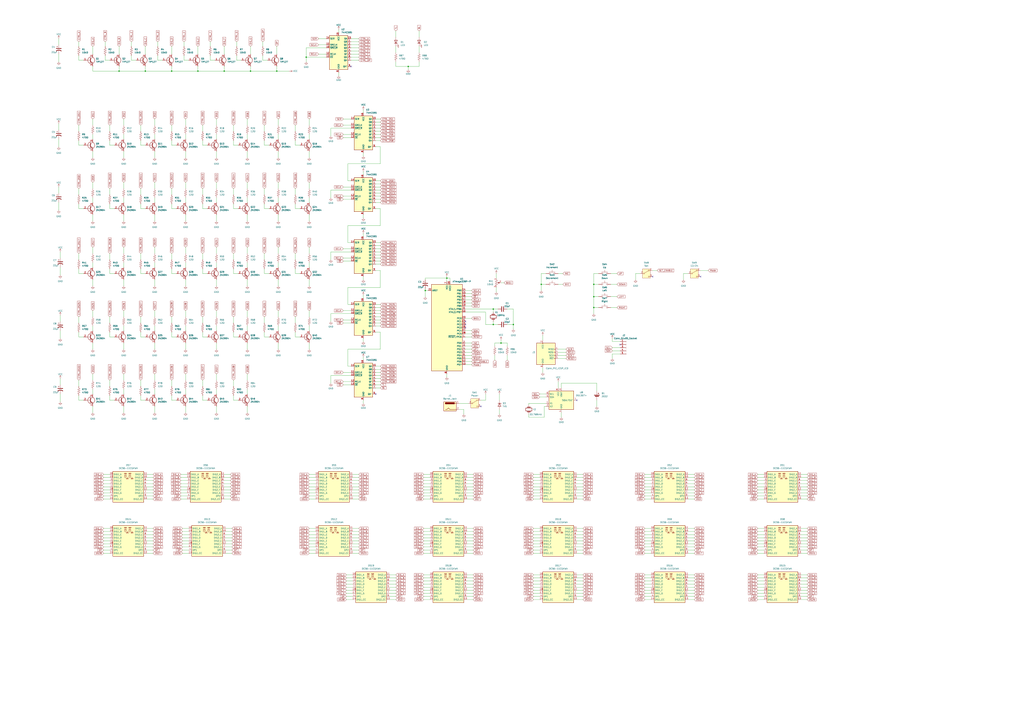
<source format=kicad_sch>
(kicad_sch (version 20250114) (generator "eeschema") (generator_version "9.0")
  (paper "A1")
  (junction (at 251.46 46.99))
  (junction (at 349.25 238.76))
  (junction (at 411.48 281.94))
  (junction (at 421.64 266.7))
  (junction (at 227.33 58.42))
  (junction (at 487.68 233.68))
  (junction (at 405.13 266.7))
  (junction (at 119.38 58.42))
  (junction (at 405.13 254))
  (junction (at 487.68 252.73))
  (junction (at 205.74 58.42))
  (junction (at 184.15 58.42))
  (junction (at 487.68 243.84))
  (junction (at 140.97 58.42))
  (junction (at 367.03 228.6))
  (junction (at 335.28 54.61))
  (junction (at 97.79 58.42))
  (junction (at 162.56 58.42))
  (junction (at 444.5 233.68))
  (no_connect (at 535.94 227.33))
  (no_connect (at 288.29 54.61))
  (no_connect (at 308.61 323.85))
  (no_connect (at 382.27 264.16))
  (no_connect (at 382.27 269.24))
  (no_connect (at 382.27 266.7))
  (no_connect (at 575.31 227.33))
  (no_connect (at 509.27 283.21))
  (no_connect (at 394.97 334.01))
  (no_connect (at 473.71 328.93))
  (wire (pts (xy 377.19 331.47) (xy 384.81 331.47)))
  (wire (pts (xy 166.37 102.87) (xy 166.37 107.95)))
  (wire (pts (xy 529.59 474.98) (xy 534.67 474.98)))
  (wire (pts (xy 473.71 490.22) (xy 478.79 490.22)))
  (wire (pts (xy 289.56 444.5) (xy 294.64 444.5)))
  (wire (pts (xy 152.4 97.79) (xy 152.4 102.87)))
  (wire (pts (xy 529.59 447.04) (xy 534.67 447.04)))
  (wire (pts (xy 284.48 482.6) (xy 289.56 482.6)))
  (wire (pts (xy 49.53 219.71) (xy 49.53 226.06)))
  (wire (pts (xy 312.42 120.65) (xy 312.42 134.62)))
  (wire (pts (xy 289.56 405.13) (xy 294.64 405.13)))
  (wire (pts (xy 166.37 119.38) (xy 170.18 119.38)))
  (wire (pts (xy 444.5 233.68) (xy 444.5 238.76)))
  (wire (pts (xy 344.17 50.8) (xy 344.17 54.61)))
  (wire (pts (xy 64.77 208.28) (xy 64.77 213.36)))
  (wire (pts (xy 228.6 229.87) (xy 228.6 234.95)))
  (wire (pts (xy 85.09 447.04) (xy 90.17 447.04)))
  (wire (pts (xy 152.4 255.27) (xy 152.4 260.35)))
  (wire (pts (xy 215.9 49.53) (xy 219.71 49.53)))
  (wire (pts (xy 85.09 400.05) (xy 90.17 400.05)))
  (wire (pts (xy 64.77 115.57) (xy 64.77 119.38)))
  (wire (pts (xy 298.45 227.33) (xy 298.45 229.87)))
  (wire (pts (xy 438.15 485.14) (xy 443.23 485.14)))
  (wire (pts (xy 76.2 307.34) (xy 76.2 312.42)))
  (wire (pts (xy 308.61 115.57) (xy 312.42 115.57)))
  (wire (pts (xy 242.57 260.35) (xy 242.57 265.43)))
  (wire (pts (xy 529.59 487.68) (xy 534.67 487.68)))
  (wire (pts (xy 152.4 320.04) (xy 152.4 323.85)))
  (wire (pts (xy 288.29 41.91) (xy 294.64 41.91)))
  (wire (pts (xy 416.56 266.7) (xy 421.64 266.7)))
  (wire (pts (xy 416.56 292.1) (xy 416.56 295.91)))
  (wire (pts (xy 438.15 410.21) (xy 443.23 410.21)))
  (wire (pts (xy 215.9 45.72) (xy 215.9 49.53)))
  (wire (pts (xy 308.61 161.29) (xy 312.42 161.29)))
  (wire (pts (xy 447.04 342.9) (xy 434.34 342.9)))
  (wire (pts (xy 254 110.49) (xy 254 114.3)))
  (wire (pts (xy 438.15 480.06) (xy 443.23 480.06)))
  (wire (pts (xy 288.29 34.29) (xy 294.64 34.29)))
  (wire (pts (xy 90.17 260.35) (xy 90.17 265.43)))
  (wire (pts (xy 622.3 410.21) (xy 627.38 410.21)))
  (wire (pts (xy 444.5 233.68) (xy 448.31 233.68)))
  (wire (pts (xy 48.26 101.6) (xy 48.26 106.68)))
  (wire (pts (xy 347.98 454.66) (xy 353.06 454.66)))
  (wire (pts (xy 473.71 447.04) (xy 478.79 447.04)))
  (wire (pts (xy 140.97 208.28) (xy 140.97 213.36)))
  (wire (pts (xy 281.94 153.67) (xy 288.29 153.67)))
  (wire (pts (xy 325.12 38.1) (xy 325.12 43.18)))
  (wire (pts (xy 320.04 487.68) (xy 325.12 487.68)))
  (wire (pts (xy 382.27 287.02) (xy 387.35 287.02)))
  (wire (pts (xy 162.56 58.42) (xy 184.15 58.42)))
  (wire (pts (xy 509.27 290.83) (xy 502.92 290.83)))
  (wire (pts (xy 657.86 477.52) (xy 662.94 477.52)))
  (wire (pts (xy 565.15 487.68) (xy 570.23 487.68)))
  (wire (pts (xy 127 97.79) (xy 127 102.87)))
  (wire (pts (xy 97.79 38.1) (xy 97.79 44.45)))
  (wire (pts (xy 438.15 441.96) (xy 443.23 441.96)))
  (wire (pts (xy 217.17 220.98) (xy 217.17 224.79)))
  (wire (pts (xy 140.97 273.05) (xy 140.97 276.86)))
  (wire (pts (xy 565.15 407.67) (xy 570.23 407.67)))
  (wire (pts (xy 76.2 203.2) (xy 76.2 208.28)))
  (wire (pts (xy 281.94 306.07) (xy 288.29 306.07)))
  (wire (pts (xy 289.56 407.67) (xy 294.64 407.67)))
  (wire (pts (xy 657.86 434.34) (xy 662.94 434.34)))
  (wire (pts (xy 565.15 436.88) (xy 570.23 436.88)))
  (wire (pts (xy 86.36 45.72) (xy 86.36 49.53)))
  (wire (pts (xy 398.78 328.93) (xy 394.97 328.93)))
  (wire (pts (xy 398.78 256.54) (xy 398.78 266.7)))
  (wire (pts (xy 383.54 474.98) (xy 388.62 474.98)))
  (wire (pts (xy 115.57 220.98) (xy 115.57 224.79)))
  (wire (pts (xy 76.2 267.97) (xy 76.2 271.78)))
  (wire (pts (xy 85.09 452.12) (xy 90.17 452.12)))
  (wire (pts (xy 120.65 397.51) (xy 125.73 397.51)))
  (wire (pts (xy 367.03 228.6) (xy 349.25 228.6)))
  (wire (pts (xy 85.09 394.97) (xy 90.17 394.97)))
  (wire (pts (xy 438.15 397.51) (xy 443.23 397.51)))
  (wire (pts (xy 561.34 224.79) (xy 561.34 229.87)))
  (wire (pts (xy 473.71 472.44) (xy 478.79 472.44)))
  (wire (pts (xy 49.53 323.85) (xy 49.53 330.2)))
  (wire (pts (xy 140.97 171.45) (xy 144.78 171.45)))
  (wire (pts (xy 308.61 148.59) (xy 312.42 148.59)))
  (wire (pts (xy 529.59 410.21) (xy 534.67 410.21)))
  (wire (pts (xy 347.98 394.97) (xy 353.06 394.97)))
  (wire (pts (xy 509.27 280.67) (xy 502.92 280.67)))
  (wire (pts (xy 217.17 273.05) (xy 217.17 276.86)))
  (wire (pts (xy 382.27 294.64) (xy 387.35 294.64)))
  (wire (pts (xy 85.09 436.88) (xy 90.17 436.88)))
  (wire (pts (xy 473.71 449.58) (xy 478.79 449.58)))
  (wire (pts (xy 203.2 110.49) (xy 203.2 114.3)))
  (wire (pts (xy 438.15 492.76) (xy 443.23 492.76)))
  (wire (pts (xy 347.98 485.14) (xy 353.06 485.14)))
  (wire (pts (xy 64.77 312.42) (xy 64.77 317.5)))
  (wire (pts (xy 622.3 434.34) (xy 627.38 434.34)))
  (wire (pts (xy 298.45 242.57) (xy 298.45 245.11)))
  (wire (pts (xy 622.3 474.98) (xy 627.38 474.98)))
  (wire (pts (xy 115.57 328.93) (xy 119.38 328.93)))
  (wire (pts (xy 312.42 171.45) (xy 312.42 185.42)))
  (wire (pts (xy 382.27 274.32) (xy 387.35 274.32)))
  (wire (pts (xy 320.04 480.06) (xy 325.12 480.06)))
  (wire (pts (xy 166.37 273.05) (xy 166.37 276.86)))
  (wire (pts (xy 288.29 39.37) (xy 294.64 39.37)))
  (wire (pts (xy 289.56 452.12) (xy 294.64 452.12)))
  (wire (pts (xy 622.3 452.12) (xy 627.38 452.12)))
  (wire (pts (xy 622.3 394.97) (xy 627.38 394.97)))
  (wire (pts (xy 191.77 208.28) (xy 191.77 213.36)))
  (wire (pts (xy 203.2 149.86) (xy 203.2 154.94)))
  (wire (pts (xy 101.6 176.53) (xy 101.6 181.61)))
  (wire (pts (xy 242.57 119.38) (xy 246.38 119.38)))
  (wire (pts (xy 308.61 300.99) (xy 312.42 300.99)))
  (wire (pts (xy 458.47 233.68) (xy 462.28 233.68)))
  (wire (pts (xy 166.37 208.28) (xy 166.37 213.36)))
  (wire (pts (xy 149.86 434.34) (xy 154.94 434.34)))
  (wire (pts (xy 382.27 241.3) (xy 387.35 241.3)))
  (wire (pts (xy 622.3 449.58) (xy 627.38 449.58)))
  (wire (pts (xy 622.3 454.66) (xy 627.38 454.66)))
  (wire (pts (xy 298.45 293.37) (xy 298.45 295.91)))
  (wire (pts (xy 473.71 405.13) (xy 478.79 405.13)))
  (wire (pts (xy 76.2 281.94) (xy 76.2 287.02)))
  (wire (pts (xy 308.61 250.19) (xy 312.42 250.19)))
  (wire (pts (xy 49.53 207.01) (xy 49.53 212.09)))
  (wire (pts (xy 325.12 25.4) (xy 325.12 30.48)))
  (wire (pts (xy 622.3 402.59) (xy 627.38 402.59)))
  (wire (pts (xy 289.56 394.97) (xy 294.64 394.97)))
  (wire (pts (xy 367.03 227.33) (xy 367.03 228.6)))
  (wire (pts (xy 90.17 224.79) (xy 93.98 224.79)))
  (wire (pts (xy 347.98 490.22) (xy 353.06 490.22)))
  (wire (pts (xy 382.27 243.84) (xy 387.35 243.84)))
  (wire (pts (xy 115.57 102.87) (xy 115.57 107.95)))
  (wire (pts (xy 347.98 447.04) (xy 353.06 447.04)))
  (wire (pts (xy 254 97.79) (xy 254 102.87)))
  (wire (pts (xy 410.21 323.85) (xy 410.21 328.93)))
  (wire (pts (xy 90.17 154.94) (xy 90.17 160.02)))
  (wire (pts (xy 288.29 156.21) (xy 271.78 156.21)))
  (wire (pts (xy 312.42 236.22) (xy 285.75 236.22)))
  (wire (pts (xy 217.17 154.94) (xy 217.17 160.02)))
  (wire (pts (xy 473.71 485.14) (xy 478.79 485.14)))
  (wire (pts (xy 76.2 320.04) (xy 76.2 323.85)))
  (wire (pts (xy 406.4 281.94) (xy 406.4 284.48)))
  (wire (pts (xy 565.15 472.44) (xy 570.23 472.44)))
  (wire (pts (xy 529.59 480.06) (xy 534.67 480.06)))
  (wire (pts (xy 473.71 392.43) (xy 478.79 392.43)))
  (wire (pts (xy 115.57 273.05) (xy 115.57 276.86)))
  (wire (pts (xy 85.09 402.59) (xy 90.17 402.59)))
  (wire (pts (xy 657.86 436.88) (xy 662.94 436.88)))
  (wire (pts (xy 308.61 267.97) (xy 312.42 267.97)))
  (wire (pts (xy 191.77 167.64) (xy 191.77 171.45)))
  (wire (pts (xy 377.19 336.55) (xy 381 336.55)))
  (wire (pts (xy 438.15 444.5) (xy 443.23 444.5)))
  (wire (pts (xy 308.61 217.17) (xy 312.42 217.17)))
  (wire (pts (xy 565.15 444.5) (xy 570.23 444.5)))
  (wire (pts (xy 445.77 302.26) (xy 445.77 306.07)))
  (wire (pts (xy 152.4 334.01) (xy 152.4 339.09)))
  (wire (pts (xy 308.61 308.61) (xy 312.42 308.61)))
  (wire (pts (xy 166.37 224.79) (xy 170.18 224.79)))
  (wire (pts (xy 228.6 149.86) (xy 228.6 154.94)))
  (wire (pts (xy 205.74 38.1) (xy 205.74 44.45)))
  (wire (pts (xy 49.53 311.15) (xy 49.53 316.23)))
  (wire (pts (xy 76.2 110.49) (xy 76.2 114.3)))
  (wire (pts (xy 529.59 405.13) (xy 534.67 405.13)))
  (wire (pts (xy 64.77 45.72) (xy 64.77 49.53)))
  (wire (pts (xy 565.15 454.66) (xy 570.23 454.66)))
  (wire (pts (xy 254 203.2) (xy 254 208.28)))
  (wire (pts (xy 203.2 176.53) (xy 203.2 181.61)))
  (wire (pts (xy 228.6 281.94) (xy 228.6 287.02)))
  (wire (pts (xy 529.59 389.89) (xy 534.67 389.89)))
  (wire (pts (xy 115.57 115.57) (xy 115.57 119.38)))
  (wire (pts (xy 177.8 149.86) (xy 177.8 154.94)))
  (wire (pts (xy 281.94 313.69) (xy 288.29 313.69)))
  (wire (pts (xy 228.6 255.27) (xy 228.6 260.35)))
  (wire (pts (xy 254 267.97) (xy 254 271.78)))
  (wire (pts (xy 308.61 107.95) (xy 312.42 107.95)))
  (wire (pts (xy 529.59 452.12) (xy 534.67 452.12)))
  (wire (pts (xy 127 176.53) (xy 127 181.61)))
  (wire (pts (xy 565.15 452.12) (xy 570.23 452.12)))
  (wire (pts (xy 76.2 334.01) (xy 76.2 339.09)))
  (wire (pts (xy 140.97 115.57) (xy 140.97 119.38)))
  (wire (pts (xy 127 229.87) (xy 127 234.95)))
  (wire (pts (xy 64.77 171.45) (xy 68.58 171.45)))
  (wire (pts (xy 657.86 397.51) (xy 662.94 397.51)))
  (wire (pts (xy 152.4 281.94) (xy 152.4 287.02)))
  (wire (pts (xy 254 215.9) (xy 254 219.71)))
  (wire (pts (xy 657.86 444.5) (xy 662.94 444.5)))
  (wire (pts (xy 149.86 441.96) (xy 154.94 441.96)))
  (wire (pts (xy 622.3 397.51) (xy 627.38 397.51)))
  (wire (pts (xy 657.86 407.67) (xy 662.94 407.67)))
  (wire (pts (xy 177.8 281.94) (xy 177.8 287.02)))
  (wire (pts (xy 149.86 449.58) (xy 154.94 449.58)))
  (wire (pts (xy 657.86 487.68) (xy 662.94 487.68)))
  (wire (pts (xy 367.03 228.6) (xy 369.57 228.6)))
  (wire (pts (xy 657.86 452.12) (xy 662.94 452.12)))
  (wire (pts (xy 101.6 320.04) (xy 101.6 323.85)))
  (wire (pts (xy 76.2 255.27) (xy 76.2 260.35)))
  (wire (pts (xy 228.6 176.53) (xy 228.6 181.61)))
  (wire (pts (xy 85.09 392.43) (xy 90.17 392.43)))
  (wire (pts (xy 64.77 325.12) (xy 64.77 328.93)))
  (wire (pts (xy 140.97 58.42) (xy 119.38 58.42)))
  (wire (pts (xy 120.65 444.5) (xy 125.73 444.5)))
  (wire (pts (xy 383.54 397.51) (xy 388.62 397.51)))
  (wire (pts (xy 285.75 199.39) (xy 288.29 199.39)))
  (wire (pts (xy 185.42 449.58) (xy 190.5 449.58)))
  (wire (pts (xy 347.98 402.59) (xy 353.06 402.59)))
  (wire (pts (xy 565.15 394.97) (xy 570.23 394.97)))
  (wire (pts (xy 367.03 307.34) (xy 367.03 309.88)))
  (wire (pts (xy 261.62 31.75) (xy 267.97 31.75)))
  (wire (pts (xy 177.8 176.53) (xy 177.8 181.61)))
  (wire (pts (xy 349.25 228.6) (xy 349.25 229.87)))
  (wire (pts (xy 242.57 276.86) (xy 246.38 276.86)))
  (wire (pts (xy 129.54 45.72) (xy 129.54 49.53)))
  (wire (pts (xy 382.27 246.38) (xy 387.35 246.38)))
  (wire (pts (xy 565.15 400.05) (xy 570.23 400.05)))
  (wire (pts (xy 473.71 452.12) (xy 478.79 452.12)))
  (wire (pts (xy 115.57 154.94) (xy 115.57 160.02)))
  (wire (pts (xy 228.6 267.97) (xy 228.6 271.78)))
  (wire (pts (xy 438.15 402.59) (xy 443.23 402.59)))
  (wire (pts (xy 308.61 257.81) (xy 312.42 257.81)))
  (wire (pts (xy 191.77 276.86) (xy 195.58 276.86)))
  (wire (pts (xy 177.8 229.87) (xy 177.8 234.95)))
  (wire (pts (xy 438.15 474.98) (xy 443.23 474.98)))
  (wire (pts (xy 308.61 316.23) (xy 312.42 316.23)))
  (wire (pts (xy 473.71 482.6) (xy 478.79 482.6)))
  (wire (pts (xy 458.47 224.79) (xy 462.28 224.79)))
  (wire (pts (xy 473.71 434.34) (xy 478.79 434.34)))
  (wire (pts (xy 90.17 171.45) (xy 93.98 171.45)))
  (wire (pts (xy 242.57 102.87) (xy 242.57 107.95)))
  (wire (pts (xy 166.37 171.45) (xy 170.18 171.45)))
  (wire (pts (xy 383.54 449.58) (xy 388.62 449.58)))
  (wire (pts (xy 48.26 44.45) (xy 48.26 50.8)))
  (wire (pts (xy 308.61 212.09) (xy 312.42 212.09)))
  (wire (pts (xy 487.68 252.73) (xy 491.49 252.73)))
  (wire (pts (xy 438.15 490.22) (xy 443.23 490.22)))
  (wire (pts (xy 185.42 447.04) (xy 190.5 447.04)))
  (wire (pts (xy 438.15 472.44) (xy 443.23 472.44)))
  (wire (pts (xy 289.56 389.89) (xy 294.64 389.89)))
  (wire (pts (xy 185.42 439.42) (xy 190.5 439.42)))
  (wire (pts (xy 149.86 452.12) (xy 154.94 452.12)))
  (wire (pts (xy 308.61 313.69) (xy 312.42 313.69)))
  (wire (pts (xy 191.77 312.42) (xy 191.77 317.5)))
  (wire (pts (xy 217.17 102.87) (xy 217.17 107.95)))
  (wire (pts (xy 289.56 402.59) (xy 294.64 402.59)))
  (wire (pts (xy 438.15 439.42) (xy 443.23 439.42)))
  (wire (pts (xy 85.09 407.67) (xy 90.17 407.67)))
  (wire (pts (xy 120.65 447.04) (xy 125.73 447.04)))
  (wire (pts (xy 501.65 243.84) (xy 506.73 243.84)))
  (wire (pts (xy 271.78 257.81) (xy 271.78 264.16)))
  (wire (pts (xy 90.17 328.93) (xy 93.98 328.93)))
  (wire (pts (xy 184.15 402.59) (xy 189.23 402.59)))
  (wire (pts (xy 657.86 394.97) (xy 662.94 394.97)))
  (wire (pts (xy 101.6 267.97) (xy 101.6 271.78)))
  (wire (pts (xy 622.3 400.05) (xy 627.38 400.05)))
  (wire (pts (xy 308.61 255.27) (xy 312.42 255.27)))
  (wire (pts (xy 140.97 325.12) (xy 140.97 328.93)))
  (wire (pts (xy 438.15 394.97) (xy 443.23 394.97)))
  (wire (pts (xy 383.54 400.05) (xy 388.62 400.05)))
  (wire (pts (xy 320.04 474.98) (xy 325.12 474.98)))
  (wire (pts (xy 347.98 452.12) (xy 353.06 452.12)))
  (wire (pts (xy 120.65 405.13) (xy 125.73 405.13)))
  (wire (pts (xy 657.86 472.44) (xy 662.94 472.44)))
  (wire (pts (xy 529.59 407.67) (xy 534.67 407.67)))
  (wire (pts (xy 140.97 224.79) (xy 144.78 224.79)))
  (wire (pts (xy 657.86 439.42) (xy 662.94 439.42)))
  (wire (pts (xy 254 449.58) (xy 259.08 449.58)))
  (wire (pts (xy 254 281.94) (xy 254 287.02)))
  (wire (pts (xy 191.77 154.94) (xy 191.77 160.02)))
  (wire (pts (xy 85.09 441.96) (xy 90.17 441.96)))
  (wire (pts (xy 101.6 281.94) (xy 101.6 287.02)))
  (wire (pts (xy 228.6 203.2) (xy 228.6 208.28)))
  (wire (pts (xy 49.53 271.78) (xy 49.53 278.13)))
  (wire (pts (xy 64.77 119.38) (xy 68.58 119.38)))
  (wire (pts (xy 127 307.34) (xy 127 312.42)))
  (wire (pts (xy 383.54 407.67) (xy 388.62 407.67)))
  (wire (pts (xy 308.61 153.67) (xy 312.42 153.67)))
  (wire (pts (xy 502.92 288.29) (xy 509.27 288.29)))
  (wire (pts (xy 203.2 203.2) (xy 203.2 208.28)))
  (wire (pts (xy 191.77 273.05) (xy 191.77 276.86)))
  (wire (pts (xy 203.2 124.46) (xy 203.2 129.54)))
  (wire (pts (xy 267.97 39.37) (xy 251.46 39.37)))
  (wire (pts (xy 325.12 54.61) (xy 325.12 50.8)))
  (wire (pts (xy 529.59 394.97) (xy 534.67 394.97)))
  (wire (pts (xy 383.54 454.66) (xy 388.62 454.66)))
  (wire (pts (xy 85.09 389.89) (xy 90.17 389.89)))
  (wire (pts (xy 184.15 38.1) (xy 184.15 44.45)))
  (wire (pts (xy 76.2 58.42) (xy 97.79 58.42)))
  (wire (pts (xy 90.17 220.98) (xy 90.17 224.79)))
  (wire (pts (xy 101.6 124.46) (xy 101.6 129.54)))
  (wire (pts (xy 382.27 251.46) (xy 387.35 251.46)))
  (wire (pts (xy 217.17 208.28) (xy 217.17 213.36)))
  (wire (pts (xy 152.4 307.34) (xy 152.4 312.42)))
  (wire (pts (xy 177.8 215.9) (xy 177.8 219.71)))
  (wire (pts (xy 347.98 441.96) (xy 353.06 441.96)))
  (wire (pts (xy 382.27 292.1) (xy 387.35 292.1)))
  (wire (pts (xy 565.15 439.42) (xy 570.23 439.42)))
  (wire (pts (xy 285.75 148.59) (xy 288.29 148.59)))
  (wire (pts (xy 490.22 328.93) (xy 490.22 334.01)))
  (wire (pts (xy 529.59 490.22) (xy 534.67 490.22)))
  (wire (pts (xy 657.86 400.05) (xy 662.94 400.05)))
  (wire (pts (xy 529.59 492.76) (xy 534.67 492.76)))
  (wire (pts (xy 529.59 454.66) (xy 534.67 454.66)))
  (wire (pts (xy 410.21 336.55) (xy 410.21 340.36)))
  (wire (pts (xy 85.09 410.21) (xy 90.17 410.21)))
  (wire (pts (xy 421.64 266.7) (xy 421.64 270.51)))
  (wire (pts (xy 285.75 134.62) (xy 285.75 148.59)))
  (wire (pts (xy 271.78 105.41) (xy 271.78 111.76)))
  (wire (pts (xy 162.56 54.61) (xy 162.56 58.42)))
  (wire (pts (xy 101.6 215.9) (xy 101.6 219.71)))
  (wire (pts (xy 657.86 474.98) (xy 662.94 474.98)))
  (wire (pts (xy 308.61 204.47) (xy 312.42 204.47)))
  (wire (pts (xy 85.09 439.42) (xy 90.17 439.42)))
  (wire (pts (xy 383.54 434.34) (xy 388.62 434.34)))
  (wire (pts (xy 529.59 402.59) (xy 534.67 402.59)))
  (wire (pts (xy 487.68 252.73) (xy 487.68 257.81)))
  (wire (pts (xy 347.98 449.58) (xy 353.06 449.58)))
  (wire (pts (xy 434.34 342.9) (xy 434.34 340.36)))
  (wire (pts (xy 473.71 402.59) (xy 478.79 402.59)))
  (wire (pts (xy 191.77 325.12) (xy 191.77 328.93)))
  (wire (pts (xy 177.8 320.04) (xy 177.8 323.85)))
  (wire (pts (xy 184.15 397.51) (xy 189.23 397.51)))
  (wire (pts (xy 351.79 238.76) (xy 349.25 238.76)))
  (wire (pts (xy 185.42 444.5) (xy 190.5 444.5)))
  (wire (pts (xy 254 124.46) (xy 254 129.54)))
  (wire (pts (xy 347.98 436.88) (xy 353.06 436.88)))
  (wire (pts (xy 251.46 46.99) (xy 267.97 46.99)))
  (wire (pts (xy 151.13 34.29) (xy 151.13 38.1)))
  (wire (pts (xy 115.57 260.35) (xy 115.57 265.43)))
  (wire (pts (xy 127 110.49) (xy 127 114.3)))
  (wire (pts (xy 347.98 405.13) (xy 353.06 405.13)))
  (wire (pts (xy 347.98 397.51) (xy 353.06 397.51)))
  (wire (pts (xy 383.54 477.52) (xy 388.62 477.52)))
  (wire (pts (xy 278.13 59.69) (xy 278.13 62.23)))
  (wire (pts (xy 383.54 410.21) (xy 388.62 410.21)))
  (wire (pts (xy 657.86 454.66) (xy 662.94 454.66)))
  (wire (pts (xy 90.17 276.86) (xy 93.98 276.86)))
  (wire (pts (xy 473.71 410.21) (xy 478.79 410.21)))
  (wire (pts (xy 191.77 119.38) (xy 195.58 119.38)))
  (wire (pts (xy 347.98 434.34) (xy 353.06 434.34)))
  (wire (pts (xy 217.17 260.35) (xy 217.17 265.43)))
  (wire (pts (xy 575.31 222.25) (xy 581.66 222.25)))
  (wire (pts (xy 308.61 265.43) (xy 312.42 265.43)))
  (wire (pts (xy 76.2 124.46) (xy 76.2 129.54)))
  (wire (pts (xy 438.15 400.05) (xy 443.23 400.05)))
  (wire (pts (xy 382.27 281.94) (xy 387.35 281.94)))
  (wire (pts (xy 438.15 434.34) (xy 443.23 434.34)))
  (wire (pts (xy 383.54 482.6) (xy 388.62 482.6)))
  (wire (pts (xy 242.57 171.45) (xy 246.38 171.45)))
  (wire (pts (xy 622.3 482.6) (xy 627.38 482.6)))
  (wire (pts (xy 127 281.94) (xy 127 287.02)))
  (wire (pts (xy 298.45 278.13) (xy 298.45 280.67)))
  (wire (pts (xy 289.56 454.66) (xy 294.64 454.66)))
  (wire (pts (xy 127 267.97) (xy 127 271.78)))
  (wire (pts (xy 473.71 394.97) (xy 478.79 394.97)))
  (wire (pts (xy 289.56 434.34) (xy 294.64 434.34)))
  (wire (pts (xy 473.71 480.06) (xy 478.79 480.06)))
  (wire (pts (xy 308.61 158.75) (xy 312.42 158.75)))
  (wire (pts (xy 298.45 176.53) (xy 298.45 179.07)))
  (wire (pts (xy 151.13 45.72) (xy 151.13 49.53)))
  (wire (pts (xy 281.94 214.63) (xy 288.29 214.63)))
  (wire (pts (xy 438.15 392.43) (xy 443.23 392.43)))
  (wire (pts (xy 119.38 54.61) (xy 119.38 58.42)))
  (wire (pts (xy 383.54 487.68) (xy 388.62 487.68)))
  (wire (pts (xy 383.54 485.14) (xy 388.62 485.14)))
  (wire (pts (xy 383.54 392.43) (xy 388.62 392.43)))
  (wire (pts (xy 288.29 49.53) (xy 294.64 49.53)))
  (wire (pts (xy 205.74 58.42) (xy 227.33 58.42)))
  (wire (pts (xy 622.3 480.06) (xy 627.38 480.06)))
  (wire (pts (xy 228.6 124.46) (xy 228.6 129.54)))
  (wire (pts (xy 254 176.53) (xy 254 181.61)))
  (wire (pts (xy 565.15 490.22) (xy 570.23 490.22)))
  (wire (pts (xy 120.65 434.34) (xy 125.73 434.34)))
  (wire (pts (xy 228.6 110.49) (xy 228.6 114.3)))
  (wire (pts (xy 529.59 441.96) (xy 534.67 441.96)))
  (wire (pts (xy 85.09 434.34) (xy 90.17 434.34)))
  (wire (pts (xy 120.65 410.21) (xy 125.73 410.21)))
  (wire (pts (xy 622.3 477.52) (xy 627.38 477.52)))
  (wire (pts (xy 308.61 252.73) (xy 312.42 252.73)))
  (wire (pts (xy 203.2 281.94) (xy 203.2 287.02)))
  (wire (pts (xy 289.56 410.21) (xy 294.64 410.21)))
  (wire (pts (xy 203.2 97.79) (xy 203.2 102.87)))
  (wire (pts (xy 203.2 229.87) (xy 203.2 234.95)))
  (wire (pts (xy 622.3 436.88) (xy 627.38 436.88)))
  (wire (pts (xy 64.77 49.53) (xy 68.58 49.53)))
  (wire (pts (xy 473.71 436.88) (xy 478.79 436.88)))
  (wire (pts (xy 281.94 161.29) (xy 288.29 161.29)))
  (wire (pts (xy 491.49 243.84) (xy 487.68 243.84)))
  (wire (pts (xy 284.48 490.22) (xy 289.56 490.22)))
  (wire (pts (xy 90.17 273.05) (xy 90.17 276.86)))
  (wire (pts (xy 228.6 97.79) (xy 228.6 102.87)))
  (wire (pts (xy 458.47 289.56) (xy 464.82 289.56)))
  (wire (pts (xy 565.15 480.06) (xy 570.23 480.06)))
  (wire (pts (xy 288.29 44.45) (xy 294.64 44.45)))
  (wire (pts (xy 119.38 58.42) (xy 97.79 58.42)))
  (wire (pts (xy 473.71 397.51) (xy 478.79 397.51)))
  (wire (pts (xy 289.56 436.88) (xy 294.64 436.88)))
  (wire (pts (xy 383.54 441.96) (xy 388.62 441.96)))
  (wire (pts (xy 184.15 410.21) (xy 189.23 410.21)))
  (wire (pts (xy 85.09 397.51) (xy 90.17 397.51)))
  (wire (pts (xy 657.86 482.6) (xy 662.94 482.6)))
  (wire (pts (xy 458.47 313.69) (xy 458.47 318.77)))
  (wire (pts (xy 254 149.86) (xy 254 154.94)))
  (wire (pts (xy 622.3 492.76) (xy 627.38 492.76)))
  (wire (pts (xy 97.79 54.61) (xy 97.79 58.42)))
  (wire (pts (xy 254 162.56) (xy 254 166.37)))
  (wire (pts (xy 473.71 441.96) (xy 478.79 441.96)))
  (wire (pts (xy 281.94 262.89) (xy 288.29 262.89)))
  (wire (pts (xy 101.6 203.2) (xy 101.6 208.28)))
  (wire (pts (xy 185.42 434.34) (xy 190.5 434.34)))
  (wire (pts (xy 382.27 289.56) (xy 387.35 289.56)))
  (wire (pts (xy 622.3 389.89) (xy 627.38 389.89)))
  (wire (pts (xy 148.59 402.59) (xy 153.67 402.59)))
  (wire (pts (xy 565.15 474.98) (xy 570.23 474.98)))
  (wire (pts (xy 152.4 229.87) (xy 152.4 234.95)))
  (wire (pts (xy 382.27 297.18) (xy 387.35 297.18)))
  (wire (pts (xy 383.54 480.06) (xy 388.62 480.06)))
  (wire (pts (xy 184.15 394.97) (xy 189.23 394.97)))
  (wire (pts (xy 254 229.87) (xy 254 234.95)))
  (wire (pts (xy 347.98 482.6) (xy 353.06 482.6)))
  (wire (pts (xy 281.94 255.27) (xy 288.29 255.27)))
  (wire (pts (xy 86.36 49.53) (xy 90.17 49.53)))
  (wire (pts (xy 284.48 485.14) (xy 289.56 485.14)))
  (wire (pts (xy 487.68 224.79) (xy 487.68 233.68)))
  (wire (pts (xy 149.86 436.88) (xy 154.94 436.88)))
  (wire (pts (xy 487.68 243.84) (xy 487.68 252.73)))
  (wire (pts (xy 242.57 167.64) (xy 242.57 171.45)))
  (wire (pts (xy 288.29 31.75) (xy 294.64 31.75)))
  (wire (pts (xy 120.65 449.58) (xy 125.73 449.58)))
  (wire (pts (xy 411.48 281.94) (xy 406.4 281.94)))
  (wire (pts (xy 115.57 171.45) (xy 119.38 171.45)))
  (wire (pts (xy 535.94 222.25) (xy 539.75 222.25)))
  (wire (pts (xy 347.98 392.43) (xy 353.06 392.43)))
  (wire (pts (xy 120.65 452.12) (xy 125.73 452.12)))
  (wire (pts (xy 298.45 140.97) (xy 298.45 143.51)))
  (wire (pts (xy 227.33 54.61) (xy 227.33 58.42)))
  (wire (pts (xy 228.6 215.9) (xy 228.6 219.71)))
  (wire (pts (xy 140.97 102.87) (xy 140.97 107.95)))
  (wire (pts (xy 172.72 49.53) (xy 176.53 49.53)))
  (wire (pts (xy 90.17 325.12) (xy 90.17 328.93)))
  (wire (pts (xy 203.2 255.27) (xy 203.2 260.35)))
  (wire (pts (xy 657.86 447.04) (xy 662.94 447.04)))
  (wire (pts (xy 129.54 49.53) (xy 133.35 49.53)))
  (wire (pts (xy 254 392.43) (xy 259.08 392.43)))
  (wire (pts (xy 140.97 276.86) (xy 144.78 276.86)))
  (wire (pts (xy 382.27 254) (xy 405.13 254)))
  (wire (pts (xy 140.97 58.42) (xy 162.56 58.42)))
  (wire (pts (xy 347.98 480.06) (xy 353.06 480.06)))
  (wire (pts (xy 565.15 492.76) (xy 570.23 492.76)))
  (wire (pts (xy 162.56 38.1) (xy 162.56 44.45)))
  (wire (pts (xy 64.77 224.79) (xy 68.58 224.79)))
  (wire (pts (xy 438.15 452.12) (xy 443.23 452.12)))
  (wire (pts (xy 565.15 485.14) (xy 570.23 485.14)))
  (wire (pts (xy 177.8 124.46) (xy 177.8 129.54)))
  (wire (pts (xy 166.37 328.93) (xy 170.18 328.93)))
  (wire (pts (xy 347.98 407.67) (xy 353.06 407.67)))
  (wire (pts (xy 308.61 97.79) (xy 312.42 97.79)))
  (wire (pts (xy 115.57 224.79) (xy 119.38 224.79)))
  (wire (pts (xy 254 410.21) (xy 259.08 410.21)))
  (wire (pts (xy 622.3 441.96) (xy 627.38 441.96)))
  (wire (pts (xy 289.56 392.43) (xy 294.64 392.43)))
  (wire (pts (xy 288.29 308.61) (xy 271.78 308.61)))
  (wire (pts (xy 308.61 156.21) (xy 312.42 156.21)))
  (wire (pts (xy 166.37 276.86) (xy 170.18 276.86)))
  (wire (pts (xy 177.8 97.79) (xy 177.8 102.87)))
  (wire (pts (xy 148.59 410.21) (xy 153.67 410.21)))
  (wire (pts (xy 473.71 444.5) (xy 478.79 444.5)))
  (wire (pts (xy 622.3 444.5) (xy 627.38 444.5)))
  (wire (pts (xy 127 124.46) (xy 127 129.54)))
  (wire (pts (xy 49.53 259.08) (xy 49.53 264.16)))
  (wire (pts (xy 285.75 287.02) (xy 285.75 300.99)))
  (wire (pts (xy 438.15 405.13) (xy 443.23 405.13)))
  (wire (pts (xy 254 397.51) (xy 259.08 397.51)))
  (wire (pts (xy 288.29 257.81) (xy 271.78 257.81)))
  (wire (pts (xy 203.2 162.56) (xy 203.2 166.37)))
  (wire (pts (xy 217.17 115.57) (xy 217.17 119.38)))
  (wire (pts (xy 185.42 452.12) (xy 190.5 452.12)))
  (wire (pts (xy 86.36 34.29) (xy 86.36 38.1)))
  (wire (pts (xy 254 405.13) (xy 259.08 405.13)))
  (wire (pts (xy 438.15 389.89) (xy 443.23 389.89)))
  (wire (pts (xy 152.4 215.9) (xy 152.4 219.71)))
  (wire (pts (xy 383.54 472.44) (xy 388.62 472.44)))
  (wire (pts (xy 657.86 402.59) (xy 662.94 402.59)))
  (wire (pts (xy 298.45 191.77) (xy 298.45 194.31)))
  (wire (pts (xy 565.15 449.58) (xy 570.23 449.58)))
  (wire (pts (xy 406.4 292.1) (xy 406.4 295.91)))
  (wire (pts (xy 473.71 439.42) (xy 478.79 439.42)))
  (wire (pts (xy 254 255.27) (xy 254 260.35)))
  (wire (pts (xy 473.71 407.67) (xy 478.79 407.67)))
  (wire (pts (xy 278.13 24.13) (xy 278.13 26.67)))
  (wire (pts (xy 148.59 405.13) (xy 153.67 405.13)))
  (wire (pts (xy 438.15 449.58) (xy 443.23 449.58)))
  (wire (pts (xy 521.97 224.79) (xy 521.97 229.87)))
  (wire (pts (xy 383.54 439.42) (xy 388.62 439.42)))
  (wire (pts (xy 347.98 444.5) (xy 353.06 444.5)))
  (wire (pts (xy 203.2 307.34) (xy 203.2 312.42)))
  (wire (pts (xy 64.77 220.98) (xy 64.77 224.79)))
  (wire (pts (xy 288.29 207.01) (xy 271.78 207.01)))
  (wire (pts (xy 398.78 323.85) (xy 398.78 328.93)))
  (wire (pts (xy 184.15 405.13) (xy 189.23 405.13)))
  (wire (pts (xy 622.3 407.67) (xy 627.38 407.67)))
  (wire (pts (xy 565.15 477.52) (xy 570.23 477.52)))
  (wire (pts (xy 177.8 110.49) (xy 177.8 114.3)))
  (wire (pts (xy 382.27 248.92) (xy 387.35 248.92)))
  (wire (pts (xy 416.56 284.48) (xy 416.56 281.94)))
  (wire (pts (xy 48.26 166.37) (xy 48.26 172.72)))
  (wire (pts (xy 177.8 267.97) (xy 177.8 271.78)))
  (wire (pts (xy 120.65 454.66) (xy 125.73 454.66)))
  (wire (pts (xy 565.15 389.89) (xy 570.23 389.89)))
  (wire (pts (xy 473.71 389.89) (xy 478.79 389.89)))
  (wire (pts (xy 529.59 439.42) (xy 534.67 439.42)))
  (wire (pts (xy 349.25 237.49) (xy 349.25 238.76)))
  (wire (pts (xy 288.29 36.83) (xy 294.64 36.83)))
  (wire (pts (xy 64.77 167.64) (xy 64.77 171.45)))
  (wire (pts (xy 254 454.66) (xy 259.08 454.66)))
  (wire (pts (xy 107.95 45.72) (xy 107.95 49.53)))
  (wire (pts (xy 565.15 392.43) (xy 570.23 392.43)))
  (wire (pts (xy 344.17 54.61) (xy 335.28 54.61)))
  (wire (pts (xy 383.54 436.88) (xy 388.62 436.88)))
  (wire (pts (xy 148.59 397.51) (xy 153.67 397.51)))
  (wire (pts (xy 458.47 292.1) (xy 464.82 292.1)))
  (wire (pts (xy 289.56 441.96) (xy 294.64 441.96)))
  (wire (pts (xy 308.61 113.03) (xy 312.42 113.03)))
  (wire (pts (xy 184.15 392.43) (xy 189.23 392.43)))
  (wire (pts (xy 120.65 407.67) (xy 125.73 407.67)))
  (wire (pts (xy 217.17 167.64) (xy 217.17 171.45)))
  (wire (pts (xy 203.2 334.01) (xy 203.2 339.09)))
  (wire (pts (xy 289.56 397.51) (xy 294.64 397.51)))
  (wire (pts (xy 227.33 58.42) (xy 237.49 58.42)))
  (wire (pts (xy 382.27 256.54) (xy 398.78 256.54)))
  (wire (pts (xy 405.13 266.7) (xy 408.94 266.7)))
  (wire (pts (xy 140.97 328.93) (xy 144.78 328.93)))
  (wire (pts (xy 127 203.2) (xy 127 208.28)))
  (wire (pts (xy 48.26 31.75) (xy 48.26 36.83)))
  (wire (pts (xy 120.65 402.59) (xy 125.73 402.59)))
  (wire (pts (xy 129.54 34.29) (xy 129.54 38.1)))
  (wire (pts (xy 149.86 444.5) (xy 154.94 444.5)))
  (wire (pts (xy 203.2 215.9) (xy 203.2 219.71)))
  (wire (pts (xy 140.97 54.61) (xy 140.97 58.42)))
  (wire (pts (xy 127 162.56) (xy 127 166.37)))
  (wire (pts (xy 285.75 185.42) (xy 285.75 199.39)))
  (wire (pts (xy 657.86 480.06) (xy 662.94 480.06)))
  (wire (pts (xy 347.98 487.68) (xy 353.06 487.68)))
  (wire (pts (xy 271.78 156.21) (xy 271.78 162.56)))
  (wire (pts (xy 308.61 214.63) (xy 312.42 214.63)))
  (wire (pts (xy 312.42 185.42) (xy 285.75 185.42)))
  (wire (pts (xy 438.15 482.6) (xy 443.23 482.6)))
  (wire (pts (xy 320.04 485.14) (xy 325.12 485.14)))
  (wire (pts (xy 166.37 167.64) (xy 166.37 171.45)))
  (wire (pts (xy 184.15 54.61) (xy 184.15 58.42)))
  (wire (pts (xy 184.15 407.67) (xy 189.23 407.67)))
  (wire (pts (xy 227.33 38.1) (xy 227.33 44.45)))
  (wire (pts (xy 438.15 436.88) (xy 443.23 436.88)))
  (wire (pts (xy 115.57 312.42) (xy 115.57 317.5)))
  (wire (pts (xy 529.59 449.58) (xy 534.67 449.58)))
  (wire (pts (xy 281.94 163.83) (xy 288.29 163.83)))
  (wire (pts (xy 149.86 454.66) (xy 154.94 454.66)))
  (wire (pts (xy 101.6 229.87) (xy 101.6 234.95)))
  (wire (pts (xy 64.77 276.86) (xy 68.58 276.86)))
  (wire (pts (xy 657.86 392.43) (xy 662.94 392.43)))
  (wire (pts (xy 416.56 254) (xy 421.64 254)))
  (wire (pts (xy 458.47 294.64) (xy 464.82 294.64)))
  (wire (pts (xy 166.37 115.57) (xy 166.37 119.38)))
  (wire (pts (xy 308.61 260.35) (xy 312.42 260.35)))
  (wire (pts (xy 166.37 154.94) (xy 166.37 160.02)))
  (wire (pts (xy 191.77 260.35) (xy 191.77 265.43)))
  (wire (pts (xy 382.27 299.72) (xy 387.35 299.72)))
  (wire (pts (xy 308.61 171.45) (xy 312.42 171.45)))
  (wire (pts (xy 285.75 236.22) (xy 285.75 250.19)))
  (wire (pts (xy 461.01 339.09) (xy 461.01 342.9)))
  (wire (pts (xy 242.57 208.28) (xy 242.57 213.36)))
  (wire (pts (xy 281.94 110.49) (xy 288.29 110.49)))
  (wire (pts (xy 347.98 474.98) (xy 353.06 474.98)))
  (wire (pts (xy 76.2 54.61) (xy 76.2 58.42)))
  (wire (pts (xy 529.59 397.51) (xy 534.67 397.51)))
  (wire (pts (xy 657.86 405.13) (xy 662.94 405.13)))
  (wire (pts (xy 64.77 273.05) (xy 64.77 276.86)))
  (wire (pts (xy 284.48 477.52) (xy 289.56 477.52)))
  (wire (pts (xy 184.15 389.89) (xy 189.23 389.89)))
  (wire (pts (xy 461.01 314.96) (xy 461.01 318.77)))
  (wire (pts (xy 166.37 325.12) (xy 166.37 328.93)))
  (wire (pts (xy 149.86 447.04) (xy 154.94 447.04)))
  (wire (pts (xy 344.17 38.1) (xy 344.17 43.18)))
  (wire (pts (xy 140.97 260.35) (xy 140.97 265.43)))
  (wire (pts (xy 289.56 449.58) (xy 294.64 449.58)))
  (wire (pts (xy 152.4 176.53) (xy 152.4 181.61)))
  (wire (pts (xy 254 441.96) (xy 259.08 441.96)))
  (wire (pts (xy 284.48 487.68) (xy 289.56 487.68)))
  (wire (pts (xy 369.57 231.14) (xy 369.57 228.6)))
  (wire (pts (xy 119.38 38.1) (xy 119.38 44.45)))
  (wire (pts (xy 443.23 326.39) (xy 448.31 326.39)))
  (wire (pts (xy 64.77 102.87) (xy 64.77 107.95)))
  (wire (pts (xy 101.6 334.01) (xy 101.6 339.09)))
  (wire (pts (xy 308.61 100.33) (xy 312.42 100.33)))
  (wire (pts (xy 565.15 410.21) (xy 570.23 410.21)))
  (wire (pts (xy 308.61 207.01) (xy 312.42 207.01)))
  (wire (pts (xy 344.17 25.4) (xy 344.17 30.48)))
  (wire (pts (xy 308.61 102.87) (xy 312.42 102.87)))
  (wire (pts (xy 298.45 125.73) (xy 298.45 128.27)))
  (wire (pts (xy 405.13 264.16) (xy 405.13 266.7)))
  (wire (pts (xy 502.92 290.83) (xy 502.92 294.64)))
  (wire (pts (xy 115.57 167.64) (xy 115.57 171.45)))
  (wire (pts (xy 308.61 306.07) (xy 312.42 306.07)))
  (wire (pts (xy 312.42 273.05) (xy 312.42 287.02)))
  (wire (pts (xy 261.62 44.45) (xy 267.97 44.45)))
  (wire (pts (xy 281.94 212.09) (xy 288.29 212.09)))
  (wire (pts (xy 382.27 284.48) (xy 387.35 284.48)))
  (wire (pts (xy 120.65 436.88) (xy 125.73 436.88)))
  (wire (pts (xy 622.3 447.04) (xy 627.38 447.04)))
  (wire (pts (xy 127 215.9) (xy 127 219.71)))
  (wire (pts (xy 177.8 307.34) (xy 177.8 312.42)))
  (wire (pts (xy 101.6 149.86) (xy 101.6 154.94)))
  (wire (pts (xy 502.92 285.75) (xy 509.27 285.75)))
  (wire (pts (xy 565.15 441.96) (xy 570.23 441.96)))
  (wire (pts (xy 383.54 389.89) (xy 388.62 389.89)))
  (wire (pts (xy 622.3 392.43) (xy 627.38 392.43)))
  (wire (pts (xy 85.09 454.66) (xy 90.17 454.66)))
  (wire (pts (xy 242.57 224.79) (xy 246.38 224.79)))
  (wire (pts (xy 194.31 49.53) (xy 198.12 49.53)))
  (wire (pts (xy 443.23 323.85) (xy 448.31 323.85)))
  (wire (pts (xy 85.09 444.5) (xy 90.17 444.5)))
  (wire (pts (xy 48.26 153.67) (xy 48.26 158.75)))
  (wire (pts (xy 308.61 163.83) (xy 312.42 163.83)))
  (wire (pts (xy 251.46 39.37) (xy 251.46 46.99)))
  (wire (pts (xy 367.03 228.6) (xy 367.03 231.14)))
  (wire (pts (xy 48.26 114.3) (xy 48.26 120.65)))
  (wire (pts (xy 622.3 490.22) (xy 627.38 490.22)))
  (wire (pts (xy 254 389.89) (xy 259.08 389.89)))
  (wire (pts (xy 308.61 151.13) (xy 312.42 151.13)))
  (wire (pts (xy 140.97 220.98) (xy 140.97 224.79)))
  (wire (pts (xy 254 444.5) (xy 259.08 444.5)))
  (wire (pts (xy 407.67 236.22) (xy 407.67 240.03)))
  (wire (pts (xy 281.94 316.23) (xy 288.29 316.23)))
  (wire (pts (xy 565.15 482.6) (xy 570.23 482.6)))
  (wire (pts (xy 120.65 441.96) (xy 125.73 441.96)))
  (wire (pts (xy 411.48 232.41) (xy 414.02 232.41)))
  (wire (pts (xy 148.59 392.43) (xy 153.67 392.43)))
  (wire (pts (xy 254 402.59) (xy 259.08 402.59)))
  (wire (pts (xy 565.15 405.13) (xy 570.23 405.13)))
  (wire (pts (xy 308.61 222.25) (xy 312.42 222.25)))
  (wire (pts (xy 64.77 328.93) (xy 68.58 328.93)))
  (wire (pts (xy 284.48 492.76) (xy 289.56 492.76)))
  (wire (pts (xy 281.94 102.87) (xy 288.29 102.87)))
  (wire (pts (xy 458.47 287.02) (xy 464.82 287.02)))
  (wire (pts (xy 448.31 334.01) (xy 447.04 334.01)))
  (wire (pts (xy 308.61 110.49) (xy 312.42 110.49)))
  (wire (pts (xy 76.2 176.53) (xy 76.2 181.61)))
  (wire (pts (xy 529.59 400.05) (xy 534.67 400.05)))
  (wire (pts (xy 254 407.67) (xy 259.08 407.67)))
  (wire (pts (xy 254 452.12) (xy 259.08 452.12)))
  (wire (pts (xy 529.59 485.14) (xy 534.67 485.14)))
  (wire (pts (xy 529.59 436.88) (xy 534.67 436.88)))
  (wire (pts (xy 501.65 224.79) (xy 506.73 224.79)))
  (wire (pts (xy 115.57 276.86) (xy 119.38 276.86)))
  (wire (pts (xy 438.15 407.67) (xy 443.23 407.67)))
  (wire (pts (xy 320.04 472.44) (xy 325.12 472.44)))
  (wire (pts (xy 194.31 45.72) (xy 194.31 49.53)))
  (wire (pts (xy 565.15 447.04) (xy 570.23 447.04)))
  (wire (pts (xy 347.98 400.05) (xy 353.06 400.05)))
  (wire (pts (xy 501.65 233.68) (xy 506.73 233.68)))
  (wire (pts (xy 657.86 492.76) (xy 662.94 492.76)))
  (wire (pts (xy 622.3 439.42) (xy 627.38 439.42)))
  (wire (pts (xy 254 434.34) (xy 259.08 434.34)))
  (wire (pts (xy 217.17 171.45) (xy 220.98 171.45)))
  (wire (pts (xy 335.28 54.61) (xy 325.12 54.61)))
  (wire (pts (xy 347.98 472.44) (xy 353.06 472.44)))
  (wire (pts (xy 285.75 300.99) (xy 288.29 300.99)))
  (wire (pts (xy 308.61 120.65) (xy 312.42 120.65)))
  (wire (pts (xy 191.77 115.57) (xy 191.77 119.38)))
  (wire (pts (xy 242.57 154.94) (xy 242.57 160.02)))
  (wire (pts (xy 172.72 45.72) (xy 172.72 49.53)))
  (wire (pts (xy 203.2 267.97) (xy 203.2 271.78)))
  (wire (pts (xy 140.97 119.38) (xy 144.78 119.38)))
  (wire (pts (xy 438.15 454.66) (xy 443.23 454.66)))
  (wire (pts (xy 622.3 405.13) (xy 627.38 405.13)))
  (wire (pts (xy 383.54 394.97) (xy 388.62 394.97)))
  (wire (pts (xy 191.77 102.87) (xy 191.77 107.95)))
  (wire (pts (xy 185.42 454.66) (xy 190.5 454.66)))
  (wire (pts (xy 382.27 238.76) (xy 387.35 238.76)))
  (wire (pts (xy 308.61 105.41) (xy 312.42 105.41)))
  (wire (pts (xy 349.25 238.76) (xy 349.25 243.84)))
  (wire (pts (xy 64.77 34.29) (xy 64.77 38.1)))
  (wire (pts (xy 281.94 265.43) (xy 288.29 265.43)))
  (wire (pts (xy 308.61 166.37) (xy 312.42 166.37)))
  (wire (pts (xy 529.59 434.34) (xy 534.67 434.34)))
  (wire (pts (xy 194.31 34.29) (xy 194.31 38.1)))
  (wire (pts (xy 271.78 207.01) (xy 271.78 213.36)))
  (wire (pts (xy 383.54 490.22) (xy 388.62 490.22)))
  (wire (pts (xy 115.57 325.12) (xy 115.57 328.93)))
  (wire (pts (xy 347.98 439.42) (xy 353.06 439.42)))
  (wire (pts (xy 127 149.86) (xy 127 154.94)))
  (wire (pts (xy 90.17 312.42) (xy 90.17 317.5)))
  (wire (pts (xy 657.86 410.21) (xy 662.94 410.21)))
  (wire (pts (xy 438.15 487.68) (xy 443.23 487.68)))
  (wire (pts (xy 254 400.05) (xy 259.08 400.05)))
  (wire (pts (xy 76.2 162.56) (xy 76.2 166.37)))
  (wire (pts (xy 191.77 220.98) (xy 191.77 224.79)))
  (wire (pts (xy 308.61 262.89) (xy 312.42 262.89)))
  (wire (pts (xy 308.61 318.77) (xy 312.42 318.77)))
  (wire (pts (xy 184.15 400.05) (xy 189.23 400.05)))
  (wire (pts (xy 501.65 252.73) (xy 506.73 252.73)))
  (wire (pts (xy 281.94 97.79) (xy 288.29 97.79)))
  (wire (pts (xy 487.68 233.68) (xy 491.49 233.68)))
  (wire (pts (xy 251.46 46.99) (xy 251.46 50.8)))
  (wire (pts (xy 101.6 110.49) (xy 101.6 114.3)))
  (wire (pts (xy 284.48 474.98) (xy 289.56 474.98)))
  (wire (pts (xy 320.04 482.6) (xy 325.12 482.6)))
  (wire (pts (xy 177.8 162.56) (xy 177.8 166.37)))
  (wire (pts (xy 398.78 266.7) (xy 405.13 266.7)))
  (wire (pts (xy 185.42 436.88) (xy 190.5 436.88)))
  (wire (pts (xy 191.77 224.79) (xy 195.58 224.79)))
  (wire (pts (xy 289.56 447.04) (xy 294.64 447.04)))
  (wire (pts (xy 205.74 54.61) (xy 205.74 58.42)))
  (wire (pts (xy 502.92 278.13) (xy 502.92 280.67)))
  (wire (pts (xy 421.64 254) (xy 421.64 266.7)))
  (wire (pts (xy 151.13 49.53) (xy 154.94 49.53)))
  (wire (pts (xy 120.65 400.05) (xy 125.73 400.05)))
  (wire (pts (xy 172.72 34.29) (xy 172.72 38.1)))
  (wire (pts (xy 416.56 281.94) (xy 411.48 281.94)))
  (wire (pts (xy 90.17 119.38) (xy 93.98 119.38)))
  (wire (pts (xy 185.42 441.96) (xy 190.5 441.96)))
  (wire (pts (xy 383.54 492.76) (xy 388.62 492.76)))
  (wire (pts (xy 320.04 492.76) (xy 325.12 492.76)))
  (wire (pts (xy 76.2 97.79) (xy 76.2 102.87)))
  (wire (pts (xy 120.65 389.89) (xy 125.73 389.89)))
  (wire (pts (xy 382.27 261.62) (xy 387.35 261.62)))
  (wire (pts (xy 76.2 215.9) (xy 76.2 219.71)))
  (wire (pts (xy 242.57 115.57) (xy 242.57 119.38)))
  (wire (pts (xy 90.17 102.87) (xy 90.17 107.95)))
  (wire (pts (xy 177.8 255.27) (xy 177.8 260.35)))
  (wire (pts (xy 284.48 480.06) (xy 289.56 480.06)))
  (wire (pts (xy 308.61 201.93) (xy 312.42 201.93)))
  (wire (pts (xy 217.17 276.86) (xy 220.98 276.86)))
  (wire (pts (xy 90.17 208.28) (xy 90.17 213.36)))
  (wire (pts (xy 64.77 154.94) (xy 64.77 160.02)))
  (wire (pts (xy 473.71 400.05) (xy 478.79 400.05)))
  (wire (pts (xy 347.98 389.89) (xy 353.06 389.89)))
  (wire (pts (xy 308.61 209.55) (xy 312.42 209.55)))
  (wire (pts (xy 76.2 38.1) (xy 76.2 44.45)))
  (wire (pts (xy 140.97 312.42) (xy 140.97 317.5)))
  (wire (pts (xy 228.6 162.56) (xy 228.6 166.37)))
  (wire (pts (xy 487.68 243.84) (xy 487.68 233.68)))
  (wire (pts (xy 205.74 58.42) (xy 184.15 58.42)))
  (wire (pts (xy 152.4 110.49) (xy 152.4 114.3)))
  (wire (pts (xy 408.94 254) (xy 405.13 254)))
  (wire (pts (xy 140.97 154.94) (xy 140.97 160.02)))
  (wire (pts (xy 261.62 36.83) (xy 267.97 36.83)))
  (wire (pts (xy 127 320.04) (xy 127 323.85)))
  (wire (pts (xy 529.59 482.6) (xy 534.67 482.6)))
  (wire (pts (xy 115.57 119.38) (xy 119.38 119.38)))
  (wire (pts (xy 242.57 273.05) (xy 242.57 276.86)))
  (wire (pts (xy 152.4 162.56) (xy 152.4 166.37)))
  (wire (pts (xy 347.98 492.76) (xy 353.06 492.76)))
  (wire (pts (xy 76.2 149.86) (xy 76.2 154.94)))
  (wire (pts (xy 152.4 124.46) (xy 152.4 129.54)))
  (wire (pts (xy 107.95 49.53) (xy 111.76 49.53)))
  (wire (pts (xy 148.59 400.05) (xy 153.67 400.05)))
  (wire (pts (xy 529.59 392.43) (xy 534.67 392.43)))
  (wire (pts (xy 148.59 389.89) (xy 153.67 389.89)))
  (wire (pts (xy 320.04 490.22) (xy 325.12 490.22)))
  (wire (pts (xy 101.6 255.27) (xy 101.6 260.35)))
  (wire (pts (xy 657.86 485.14) (xy 662.94 485.14)))
  (wire (pts (xy 438.15 447.04) (xy 443.23 447.04)))
  (wire (pts (xy 383.54 452.12) (xy 388.62 452.12)))
  (wire (pts (xy 120.65 392.43) (xy 125.73 392.43)))
  (wire (pts (xy 383.54 447.04) (xy 388.62 447.04)))
  (wire (pts (xy 191.77 171.45) (xy 195.58 171.45)))
  (wire (pts (xy 490.22 321.31) (xy 490.22 314.96)))
  (wire (pts (xy 285.75 250.19) (xy 288.29 250.19)))
  (wire (pts (xy 76.2 229.87) (xy 76.2 234.95)))
  (wire (pts (xy 140.97 167.64) (xy 140.97 171.45)))
  (wire (pts (xy 64.77 260.35) (xy 64.77 265.43)))
  (wire (pts (xy 298.45 90.17) (xy 298.45 92.71)))
  (wire (pts (xy 101.6 97.79) (xy 101.6 102.87)))
  (wire (pts (xy 490.22 314.96) (xy 461.01 314.96)))
  (wire (pts (xy 473.71 477.52) (xy 478.79 477.52)))
  (wire (pts (xy 448.31 331.47) (xy 434.34 331.47)))
  (wire (pts (xy 405.13 254) (xy 405.13 256.54)))
  (wire (pts (xy 148.59 394.97) (xy 153.67 394.97)))
  (wire (pts (xy 85.09 449.58) (xy 90.17 449.58)))
  (wire (pts (xy 242.57 220.98) (xy 242.57 224.79)))
  (wire (pts (xy 177.8 334.01) (xy 177.8 339.09)))
  (wire (pts (xy 308.61 311.15) (xy 312.42 311.15)))
  (wire (pts (xy 434.34 331.47) (xy 434.34 332.74)))
  (wire (pts (xy 561.34 224.79) (xy 565.15 224.79)))
  (wire (pts (xy 254 439.42) (xy 259.08 439.42)))
  (wire (pts (xy 166.37 260.35) (xy 166.37 265.43)))
  (wire (pts (xy 381 336.55) (xy 381 340.36)))
  (wire (pts (xy 166.37 220.98) (xy 166.37 224.79)))
  (wire (pts (xy 657.86 449.58) (xy 662.94 449.58)))
  (wire (pts (xy 444.5 224.79) (xy 444.5 233.68)))
  (wire (pts (xy 529.59 444.5) (xy 534.67 444.5)))
  (wire (pts (xy 288.29 46.99) (xy 294.64 46.99)))
  (wire (pts (xy 312.42 134.62) (xy 285.75 134.62)))
  (wire (pts (xy 152.4 149.86) (xy 152.4 154.94)))
  (wire (pts (xy 284.48 472.44) (xy 289.56 472.44)))
  (wire (pts (xy 289.56 400.05) (xy 294.64 400.05)))
  (wire (pts (xy 271.78 308.61) (xy 271.78 314.96)))
  (wire (pts (xy 320.04 477.52) (xy 325.12 477.52)))
  (wire (pts (xy 101.6 307.34) (xy 101.6 312.42)))
  (wire (pts (xy 281.94 113.03) (xy 288.29 113.03)))
  (wire (pts (xy 254 436.88) (xy 259.08 436.88)))
  (wire (pts (xy 101.6 162.56) (xy 101.6 166.37)))
  (wire (pts (xy 347.98 410.21) (xy 353.06 410.21)))
  (wire (pts (xy 657.86 490.22) (xy 662.94 490.22)))
  (wire (pts (xy 107.95 34.29) (xy 107.95 38.1)))
  (wire (pts (xy 657.86 441.96) (xy 662.94 441.96)))
  (wire (pts (xy 115.57 208.28) (xy 115.57 213.36)))
  (wire (pts (xy 473.71 474.98) (xy 478.79 474.98)))
  (wire (pts (xy 312.42 287.02) (xy 285.75 287.02)))
  (wire (pts (xy 473.71 454.66) (xy 478.79 454.66)))
  (wire (pts (xy 148.59 407.67) (xy 153.67 407.67)))
  (wire (pts (xy 127 255.27) (xy 127 260.35)))
  (wire (pts (xy 203.2 320.04) (xy 203.2 323.85)))
  (wire (pts (xy 565.15 434.34) (xy 570.23 434.34)))
  (wire (pts (xy 565.15 397.51) (xy 570.23 397.51)))
  (wire (pts (xy 335.28 54.61) (xy 335.28 57.15)))
  (wire (pts (xy 308.61 199.39) (xy 312.42 199.39)))
  (wire (pts (xy 622.3 487.68) (xy 627.38 487.68)))
  (wire (pts (xy 120.65 394.97) (xy 125.73 394.97)))
  (wire (pts (xy 177.8 203.2) (xy 177.8 208.28)))
  (wire (pts (xy 491.49 224.79) (xy 487.68 224.79)))
  (wire (pts (xy 90.17 115.57) (xy 90.17 119.38)))
  (wire (pts (xy 407.67 224.79) (xy 407.67 228.6)))
  (wire (pts (xy 438.15 477.52) (xy 443.23 477.52)))
  (wire (pts (xy 565.15 402.59) (xy 570.23 402.59)))
  (wire (pts (xy 382.27 271.78) (xy 387.35 271.78)))
  (wire (pts (xy 383.54 402.59) (xy 388.62 402.59)))
  (wire (pts (xy 281.94 204.47) (xy 288.29 204.47)))
  (wire (pts (xy 215.9 34.29) (xy 215.9 38.1)))
  (wire (pts (xy 149.86 439.42) (xy 154.94 439.42)))
  (wire (pts (xy 217.17 119.38) (xy 220.98 119.38)))
  (wire (pts (xy 288.29 105.41) (xy 271.78 105.41)))
  (wire (pts (xy 447.04 334.01) (xy 447.04 342.9)))
  (wire (pts (xy 140.97 38.1) (xy 140.97 44.45)))
  (wire (pts (xy 529.59 472.44) (xy 534.67 472.44)))
  (wire (pts (xy 383.54 405.13) (xy 388.62 405.13)))
  (wire (pts (xy 254 447.04) (xy 259.08 447.04)))
  (wire (pts (xy 445.77 275.59) (xy 445.77 279.4)))
  (wire (pts (xy 622.3 485.14) (xy 627.38 485.14)))
  (wire (pts (xy 298.45 328.93) (xy 298.45 331.47)))
  (wire (pts (xy 473.71 492.76) (xy 478.79 492.76)))
  (wire (pts (xy 289.56 439.42) (xy 294.64 439.42)))
  (wire (pts (xy 308.61 303.53) (xy 312.42 303.53)))
  (wire (pts (xy 382.27 276.86) (xy 387.35 276.86)))
  (wire (pts (xy 312.42 222.25) (xy 312.42 236.22)))
  (wire (pts (xy 152.4 203.2) (xy 152.4 208.28)))
  (wire (pts (xy 521.97 224.79) (xy 525.78 224.79)))
  (wire (pts (xy 127 334.01) (xy 127 339.09)))
  (wire (pts (xy 529.59 477.52) (xy 534.67 477.52)))
  (wire (pts (xy 308.61 273.05) (xy 312.42 273.05)))
  (wire (pts (xy 411.48 279.4) (xy 411.48 281.94)))
  (wire (pts (xy 120.65 439.42) (xy 125.73 439.42)))
  (wire (pts (xy 254 394.97) (xy 259.08 394.97)))
  (wire (pts (xy 383.54 444.5) (xy 388.62 444.5)))
  (wire (pts (xy 622.3 472.44) (xy 627.38 472.44)))
  (wire (pts (xy 85.09 405.13) (xy 90.17 405.13)))
  (wire (pts (xy 473.71 487.68) (xy 478.79 487.68)))
  (wire (pts (xy 191.77 328.93) (xy 195.58 328.93)))
  (wire (pts (xy 347.98 477.52) (xy 353.06 477.52)))
  (wire (pts (xy 448.31 224.79) (xy 444.5 224.79)))
  (wire (pts (xy 657.86 389.89) (xy 662.94 389.89)))
  (wire (pts (xy 90.17 167.64) (xy 90.17 171.45)))
  (wire (pts (xy 166.37 312.42) (xy 166.37 317.5)))
  (wire (pts (xy 217.17 224.79) (xy 220.98 224.79)))
  (wire (pts (xy 152.4 267.97) (xy 152.4 271.78)))
  (global_label "DP" (shape input) (at 227.33 38.1 90) (property "Intersheetrefs" "${INTERSHEET_REFS}" (effects (hide yes))))
  (global_label "CTRL_G" (shape input) (at 194.31 34.29 90) (property "Intersheetrefs" "${INTERSHEET_REFS}" (effects (hide yes))))
  (global_label "CTRL_DS8" (shape input) (at 312.42 115.57 0) (property "Intersheetrefs" "${INTERSHEET_REFS}" (effects (hide yes))))
  (global_label "DS11" (shape input) (at 189.23 410.21 0) (property "Intersheetrefs" "${INTERSHEET_REFS}" (effects (hide yes))))
  (global_label "DS26" (shape input) (at 101.6 255.27 90) (property "Intersheetrefs" "${INTERSHEET_REFS}" (effects (hide yes))))
  (global_label "DIG_G" (shape input) (at 529.59 449.58 180) (property "Intersheetrefs" "${INTERSHEET_REFS}" (effects (hide yes))))
  (global_label "UP" (shape input) (at 387.35 287.02 0) (property "Intersheetrefs" "${INTERSHEET_REFS}" (effects (hide yes))))
  (global_label "DIG_E" (shape input) (at 125.73 400.05 0) (property "Intersheetrefs" "${INTERSHEET_REFS}" (effects (hide yes))))
  (global_label "Mode" (shape input) (at 387.35 299.72 0) (property "Intersheetrefs" "${INTERSHEET_REFS}" (effects (hide yes))))
  (global_label "DIG_D" (shape input) (at 662.94 397.51 0) (property "Intersheetrefs" "${INTERSHEET_REFS}" (effects (hide yes))))
  (global_label "DIG_F" (shape input) (at 388.62 447.04 0) (property "Intersheetrefs" "${INTERSHEET_REFS}" (effects (hide yes))))
  (global_label "DS37" (shape input) (at 177.8 307.34 90) (property "Intersheetrefs" "${INTERSHEET_REFS}" (effects (hide yes))))
  (global_label "DIG_F" (shape input) (at 190.5 447.04 0) (property "Intersheetrefs" "${INTERSHEET_REFS}" (effects (hide yes))))
  (global_label "INC" (shape input) (at 462.28 224.79 0) (property "Intersheetrefs" "${INTERSHEET_REFS}" (effects (hide yes))))
  (global_label "DCLK" (shape input) (at 281.94 204.47 180) (property "Intersheetrefs" "${INTERSHEET_REFS}" (effects (hide yes))))
  (global_label "~{OE}" (shape input) (at 387.35 243.84 0) (property "Intersheetrefs" "${INTERSHEET_REFS}" (effects (hide yes))))
  (global_label "DIG_C" (shape input) (at 190.5 439.42 0) (property "Intersheetrefs" "${INTERSHEET_REFS}" (effects (hide yes))))
  (global_label "CTRL_A" (shape input) (at 294.64 31.75 0) (property "Intersheetrefs" "${INTERSHEET_REFS}" (effects (hide yes))))
  (global_label "SET_ENABLE" (shape input) (at 539.75 222.25 0) (property "Intersheetrefs" "${INTERSHEET_REFS}" (effects (hide yes))))
  (global_label "DS32" (shape input) (at 254 255.27 90) (property "Intersheetrefs" "${INTERSHEET_REFS}" (effects (hide yes))))
  (global_label "DS29" (shape input) (at 662.94 492.76 0) (property "Intersheetrefs" "${INTERSHEET_REFS}" (effects (hide yes))))
  (global_label "CTRL_DS2" (shape input) (at 312.42 100.33 0) (property "Intersheetrefs" "${INTERSHEET_REFS}" (effects (hide yes))))
  (global_label "DIG_B" (shape input) (at 125.73 392.43 0) (property "Intersheetrefs" "${INTERSHEET_REFS}" (effects (hide yes))))
  (global_label "CTRL_DS11" (shape input) (at 312.42 153.67 0) (property "Intersheetrefs" "${INTERSHEET_REFS}" (effects (hide yes))))
  (global_label "DP" (shape input) (at 662.94 490.22 0) (property "Intersheetrefs" "${INTERSHEET_REFS}" (effects (hide yes))))
  (global_label "Mode" (shape input) (at 581.66 222.25 0) (property "Intersheetrefs" "${INTERSHEET_REFS}" (effects (hide yes))))
  (global_label "SDA" (shape input) (at 443.23 326.39 180) (property "Intersheetrefs" "${INTERSHEET_REFS}" (effects (hide yes))))
  (global_label "DIG_G" (shape input) (at 148.59 405.13 180) (property "Intersheetrefs" "${INTERSHEET_REFS}" (effects (hide yes))))
  (global_label "DIG_A" (shape input) (at 438.15 389.89 180) (property "Intersheetrefs" "${INTERSHEET_REFS}" (effects (hide yes))))
  (global_label "CTRL_DS22" (shape input) (at 312.42 212.09 0) (property "Intersheetrefs" "${INTERSHEET_REFS}" (effects (hide yes))))
  (global_label "DS22" (shape input) (at 347.98 454.66 180) (property "Intersheetrefs" "${INTERSHEET_REFS}" (effects (hide yes))))
  (global_label "DIG_D" (shape input) (at 622.3 480.06 180) (property "Intersheetrefs" "${INTERSHEET_REFS}" (effects (hide yes))))
  (global_label "~{OE}" (shape input) (at 281.94 113.03 180) (property "Intersheetrefs" "${INTERSHEET_REFS}" (effects (hide yes))))
  (global_label "DIG_D" (shape input) (at 478.79 480.06 0) (property "Intersheetrefs" "${INTERSHEET_REFS}" (effects (hide yes))))
  (global_label "DIG_C" (shape input) (at 622.3 439.42 180) (property "Intersheetrefs" "${INTERSHEET_REFS}" (effects (hide yes))))
  (global_label "DIG_C" (shape input) (at 478.79 394.97 0) (property "Intersheetrefs" "${INTERSHEET_REFS}" (effects (hide yes))))
  (global_label "DIG_D" (shape input) (at 284.48 480.06 180) (property "Intersheetrefs" "${INTERSHEET_REFS}" (effects (hide yes))))
  (global_label "DCLK" (shape input) (at 387.35 241.3 0) (property "Intersheetrefs" "${INTERSHEET_REFS}" (effects (hide yes))))
  (global_label "DS2" (shape input) (at 101.6 97.79 90) (property "Intersheetrefs" "${INTERSHEET_REFS}" (effects (hide yes))))
  (global_label "DIG_F" (shape input) (at 478.79 447.04 0) (property "Intersheetrefs" "${INTERSHEET_REFS}" (effects (hide yes))))
  (global_label "DIG_G" (shape input) (at 438.15 405.13 180) (property "Intersheetrefs" "${INTERSHEET_REFS}" (effects (hide yes))))
  (global_label "DIG_D" (shape input) (at 347.98 441.96 180) (property "Intersheetrefs" "${INTERSHEET_REFS}" (effects (hide yes))))
  (global_label "DIG_A" (shape input) (at 388.62 389.89 0) (property "Intersheetrefs" "${INTERSHEET_REFS}" (effects (hide yes))))
  (global_label "DIG_B" (shape input) (at 347.98 392.43 180) (property "Intersheetrefs" "${INTERSHEET_REFS}" (effects (hide yes))))
  (global_label "DIG_C" (shape input) (at 529.59 477.52 180) (property "Intersheetrefs" "${INTERSHEET_REFS}" (effects (hide yes))))
  (global_label "DIG_C" (shape input) (at 570.23 394.97 0) (property "Intersheetrefs" "${INTERSHEET_REFS}" (effects (hide yes))))
  (global_label "CTRL_DS26" (shape input) (at 312.42 252.73 0) (property "Intersheetrefs" "${INTERSHEET_REFS}" (effects (hide yes))))
  (global_label "DIG_E" (shape input) (at 478.79 482.6 0) (property "Intersheetrefs" "${INTERSHEET_REFS}" (effects (hide yes))))
  (global_label "DIG_F" (shape input) (at 347.98 485.14 180) (property "Intersheetrefs" "${INTERSHEET_REFS}" (effects (hide yes))))
  (global_label "DIG_C" (shape input) (at 347.98 477.52 180) (property "Intersheetrefs" "${INTERSHEET_REFS}" (effects (hide yes))))
  (global_label "CTRL_DS15" (shape input) (at 217.17 154.94 90) (property "Intersheetrefs" "${INTERSHEET_REFS}" (effects (hide yes))))
  (global_label "DS26" (shape input) (at 149.86 454.66 180) (property "Intersheetrefs" "${INTERSHEET_REFS}" (effects (hide yes))))
  (global_label "DIG_A" (shape input) (at 529.59 389.89 180) (property "Intersheetrefs" "${INTERSHEET_REFS}" (effects (hide yes))))
  (global_label "CTRL_DS35" (shape input) (at 312.42 306.07 0) (property "Intersheetrefs" "${INTERSHEET_REFS}" (effects (hide yes))))
  (global_label "DIG_B" (shape input) (at 148.59 392.43 180) (property "Intersheetrefs" "${INTERSHEET_REFS}" (effects (hide yes))))
  (global_label "DIG_E" (shape input) (at 438.15 444.5 180) (property "Intersheetrefs" "${INTERSHEET_REFS}" (effects (hide yes))))
  (global_label "DS27" (shape input) (at 127 255.27 90) (property "Intersheetrefs" "${INTERSHEET_REFS}" (effects (hide yes))))
  (global_label "CTRL_DS3" (shape input) (at 115.57 102.87 90) (property "Intersheetrefs" "${INTERSHEET_REFS}" (effects (hide yes))))
  (global_label "DS28" (shape input) (at 85.09 454.66 180) (property "Intersheetrefs" "${INTERSHEET_REFS}" (effects (hide yes))))
  (global_label "DIG_B" (shape input) (at 125.73 436.88 0) (property "Intersheetrefs" "${INTERSHEET_REFS}" (effects (hide yes))))
  (global_label "DIG_D" (shape input) (at 149.86 441.96 180) (property "Intersheetrefs" "${INTERSHEET_REFS}" (effects (hide yes))))
  (global_label "DIG_E" (shape input) (at 662.94 444.5 0) (property "Intersheetrefs" "${INTERSHEET_REFS}" (effects (hide yes))))
  (global_label "DIG_E" (shape input) (at 622.3 444.5 180) (property "Intersheetrefs" "${INTERSHEET_REFS}" (effects (hide yes))))
  (global_label "DIG_B" (shape input) (at 438.15 436.88 180) (property "Intersheetrefs" "${INTERSHEET_REFS}" (effects (hide yes))))
  (global_label "DIG_C" (shape input) (at 85.09 394.97 180) (property "Intersheetrefs" "${INTERSHEET_REFS}" (effects (hide yes))))
  (global_label "BL" (shape input) (at 344.17 25.4 90) (property "Intersheetrefs" "${INTERSHEET_REFS}" (effects (hide yes))))
  (global_label "DP" (shape input) (at 570.23 407.67 0) (property "Intersheetrefs" "${INTERSHEET_REFS}" (effects (hide yes))))
  (global_label "DIG_D" (shape input) (at 140.97 38.1 90) (property "Intersheetrefs" "${INTERSHEET_REFS}" (effects (hide yes))))
  (global_label "DIG_D" (shape input) (at 125.73 441.96 0) (property "Intersheetrefs" "${INTERSHEET_REFS}" (effects (hide yes))))
  (global_label "CTRL_DS14" (shape input) (at 312.42 161.29 0) (property "Intersheetrefs" "${INTERSHEET_REFS}" (effects (hide yes))))
  (global_label "CTRL_DS1" (shape input) (at 312.42 97.79 0) (property "Intersheetrefs" "${INTERSHEET_REFS}" (effects (hide yes))))
  (global_label "DIG_A" (shape input) (at 622.3 472.44 180) (property "Intersheetrefs" "${INTERSHEET_REFS}" (effects (hide yes))))
  (global_label "DP" (shape input) (at 190.5 452.12 0) (property "Intersheetrefs" "${INTERSHEET_REFS}" (effects (hide yes))))
  (global_label "BL" (shape input) (at 312.42 318.77 0) (property "Intersheetrefs" "${INTERSHEET_REFS}" (effects (hide yes))))
  (global_label "DS31" (shape input) (at 228.6 255.27 90) (property "Intersheetrefs" "${INTERSHEET_REFS}" (effects (hide yes))))
  (global_label "RCLK" (shape input) (at 464.82 289.56 0) (property "Intersheetrefs" "${INTERSHEET_REFS}" (effects (hide yes))))
  (global_label "RCLK" (shape input) (at 281.94 161.29 180) (property "Intersheetrefs" "${INTERSHEET_REFS}" (effects (hide yes))))
  (global_label "DP" (shape input) (at 254 452.12 180) (property "Intersheetrefs" "${INTERSHEET_REFS}" (effects (hide yes))))
  (global_label "CTRL_DS13" (shape input) (at 312.42 158.75 0) (property "Intersheetrefs" "${INTERSHEET_REFS}" (effects (hide yes))))
  (global_label "CTRL_DS17" (shape input) (at 312.42 199.39 0) (property "Intersheetrefs" "${INTERSHEET_REFS}" (effects (hide yes))))
  (global_label "CTRL_DS30" (shape input) (at 191.77 260.35 90) (property "Intersheetrefs" "${INTERSHEET_REFS}" (effects (hide yes))))
  (global_label "DIG_E" (shape input) (at 570.23 482.6 0) (property "Intersheetrefs" "${INTERSHEET_REFS}" (effects (hide yes))))
  (global_label "DIG_G" (shape input) (at 622.3 449.58 180) (property "Intersheetrefs" "${INTERSHEET_REFS}" (effects (hide yes))))
  (global_label "DIG_G" (shape input) (at 478.79 449.58 0) (property "Intersheetrefs" "${INTERSHEET_REFS}" (effects (hide yes))))
  (global_label "DIG_C" (shape input) (at 189.23 394.97 0) (property "Intersheetrefs" "${INTERSHEET_REFS}" (effects (hide yes))))
  (global_label "DP" (shape input) (at 347.98 490.22 180) (property "Intersheetrefs" "${INTERSHEET_REFS}" (effects (hide yes))))
  (global_label "DIG_A" (shape input) (at 662.94 389.89 0) (property "Intersheetrefs" "${INTERSHEET_REFS}" (effects (hide yes))))
  (global_label "DS35" (shape input) (at 388.62 492.76 0) (property "Intersheetrefs" "${INTERSHEET_REFS}" (effects (hide yes))))
  (global_label "DP" (shape input) (at 85.09 452.12 180) (property "Intersheetrefs" "${INTERSHEET_REFS}" (effects (hide yes))))
  (global_label "DIG_F" (shape input) (at 85.09 447.04 180) (property "Intersheetrefs" "${INTERSHEET_REFS}" (effects (hide yes))))
  (global_label "DS8" (shape input) (at 254 97.79 90) (property "Intersheetrefs" "${INTERSHEET_REFS}" (effects (hide yes))))
  (global_label "DIG_A" (shape input) (at 189.23 389.89 0) (property "Intersheetrefs" "${INTERSHEET_REFS}" (effects (hide yes))))
  (global_label "DIG_A" (shape input) (at 85.09 434.34 180) (property "Intersheetrefs" "${INTERSHEET_REFS}" (effects (hide yes))))
  (global_label "SDA" (shape input) (at 502.92 288.29 180) (property "Intersheetrefs" "${INTERSHEET_REFS}" (effects (hide yes))))
  (global_label "DIG_F" (shape input) (at 622.3 402.59 180) (property "Intersheetrefs" "${INTERSHEET_REFS}" (effects (hide yes))))
  (global_label "CTRL_DS27" (shape input) (at 115.57 260.35 90) (property "Intersheetrefs" "${INTERSHEET_REFS}" (effects (hide yes))))
  (global_label "DIG_G" (shape input) (at 622.3 405.13 180) (property "Intersheetrefs" "${INTERSHEET_REFS}" (effects (hide yes))))
  (global_label "DIG_B" (shape input) (at 85.09 392.43 180) (property "Intersheetrefs" "${INTERSHEET_REFS}" (effects (hide yes))))
  (global_label "DEC" (shape input) (at 462.28 233.68 0) (property "Intersheetrefs" "${INTERSHEET_REFS}" (effects (hide yes))))
  (global_label "DIG_A" (shape input) (at 570.23 389.89 0) (property "Intersheetrefs" "${INTERSHEET_REFS}" (effects (hide yes))))
  (global_label "DIG_D" (shape input) (at 570.23 397.51 0) (property "Intersheetrefs" "${INTERSHEET_REFS}" (effects (hide yes))))
  (global_label "DIG_G" (shape input) (at 325.12 487.68 0) (property "Intersheetrefs" "${INTERSHEET_REFS}" (effects (hide yes))))
  (global_label "DIG_A" (shape input) (at 149.86 434.34 180) (property "Intersheetrefs" "${INTERSHEET_REFS}" (effects (hide yes))))
  (global_label "DIG_D" (shape input) (at 347.98 397.51 180) (property "Intersheetrefs" "${INTERSHEET_REFS}" (effects (hide yes))))
  (global_label "CTRL_C" (shape input) (at 107.95 34.29 90) (property "Intersheetrefs" "${INTERSHEET_REFS}" (effects (hide yes))))
  (global_label "DIG_C" (shape input) (at 388.62 394.97 0) (property "Intersheetrefs" "${INTERSHEET_REFS}" (effects (hide yes))))
  (global_label "DIG_G" (shape input) (at 529.59 487.68 180) (property "Intersheetrefs" "${INTERSHEET_REFS}" (effects (hide yes))))
  (global_label "DIG_D" (shape input) (at 125.73 397.51 0) (property "Intersheetrefs" "${INTERSHEET_REFS}" (effects (hide yes))))
  (global_label "DP" (shape input) (at 149.86 452.12 180) (property "Intersheetrefs" "${INTERSHEET_REFS}" (effects (hide yes))))
  (global_label "CTRL_DS21" (shape input) (at 166.37 208.28 90) (property "Intersheetrefs" "${INTERSHEET_REFS}" (effects (hide yes))))
  (global_label "DIG_A" (shape input) (at 347.98 434.34 180) (property "Intersheetrefs" "${INTERSHEET_REFS}" (effects (hide yes))))
  (global_label "CTRL_F" (shape input) (at 172.72 34.29 90) (property "Intersheetrefs" "${INTERSHEET_REFS}" (effects (hide yes))))
  (global_label "DP" (shape input) (at 438.15 452.12 180) (property "Intersheetrefs" "${INTERSHEET_REFS}" (effects (hide yes))))
  (global_label "DIG_C" (shape input) (at 388.62 477.52 0) (property "Intersheetrefs" "${INTERSHEET_REFS}" (effects (hide yes))))
  (global_label "DIG_E" (shape input) (at 478.79 444.5 0) (property "Intersheetrefs" "${INTERSHEET_REFS}" (effects (hide yes))))
  (global_label "DIG_G" (shape input) (at 570.23 449.58 0) (property "Intersheetrefs" "${INTERSHEET_REFS}" (effects (hide yes))))
  (global_label "DS10" (shape input) (at 254 410.21 180) (property "Intersheetrefs" "${INTERSHEET_REFS}" (effects (hide yes))))
  (global_label "DP" (shape input) (at 125.73 452.12 0) (property "Intersheetrefs" "${INTERSHEET_REFS}" (effects (hide yes))))
  (global_label "DS36" (shape input) (at 347.98 492.76 180) (property "Intersheetrefs" "${INTERSHEET_REFS}" (effects (hide yes))))
  (global_label "SCLK" (shape input) (at 261.62 36.83 180) (property "Intersheetrefs" "${INTERSHEET_REFS}" (effects (hide yes))))
  (global_label "DS15" (shape input) (at 228.6 149.86 90) (property "Intersheetrefs" "${INTERSHEET_REFS}" (effects (hide yes))))
  (global_label "DIG_B" (shape input) (at 388.62 474.98 0) (property "Intersheetrefs" "${INTERSHEET_REFS}" (effects (hide yes))))
  (global_label "DIG_C" (shape input) (at 149.86 439.42 180) (property "Intersheetrefs" "${INTERSHEET_REFS}" (effects (hide yes))))
  (global_label "CTRL_DS1" (shape input) (at 64.77 102.87 90) (property "Intersheetrefs" "${INTERSHEET_REFS}" (effects (hide yes))))
  (global_label "DIG_D" (shape input) (at 622.3 441.96 180) (property "Intersheetrefs" "${INTERSHEET_REFS}" (effects (hide yes))))
  (global_label "DS25" (shape input) (at 76.2 255.27 90) (property "Intersheetrefs" "${INTERSHEET_REFS}" (effects (hide yes))))
  (global_label "DIG_G" (shape input) (at 478.79 487.68 0) (property "Intersheetrefs" "${INTERSHEET_REFS}" (effects (hide yes))))
  (global_label "DIG_F" (shape input) (at 149.86 447.04 180) (property "Intersheetrefs" "${INTERSHEET_REFS}" (effects (hide yes))))
  (global_label "DIG_C" (shape input) (at 119.38 38.1 90) (property "Intersheetrefs" "${INTERSHEET_REFS}" (effects (hide yes))))
  (global_label "DP" (shape input) (at 294.64 407.67 0) (property "Intersheetrefs" "${INTERSHEET_REFS}" (effects (hide yes))))
  (global_label "DIG_F" (shape input) (at 347.98 447.04 180) (property "Intersheetrefs" "${INTERSHEET_REFS}" (effects (hide yes))))
  (global_label "DS18" (shape input) (at 529.59 454.66 180) (property "Intersheetrefs" "${INTERSHEET_REFS}" (effects (hide yes))))
  (global_label "DS5" (shape input) (at 177.8 97.79 90) (property "Intersheetrefs" "${INTERSHEET_REFS}" (effects (hide yes))))
  (global_label "CTRL_DS35" (shape input) (at 115.57 312.42 90) (property "Intersheetrefs" "${INTERSHEET_REFS}" (effects (hide yes))))
  (global_label "DIG_E" (shape input) (at 438.15 400.05 180) (property "Intersheetrefs" "${INTERSHEET_REFS}" (effects (hide yes))))
  (global_label "DIG_G" (shape input) (at 388.62 449.58 0) (property "Intersheetrefs" "${INTERSHEET_REFS}" (effects (hide yes))))
  (global_label "CTRL_DS5" (shape input) (at 312.42 107.95 0) (property "Intersheetrefs" "${INTERSHEET_REFS}" (effects (hide yes))))
  (global_label "CTRL_DS32" (shape input) (at 312.42 267.97 0) (property "Intersheetrefs" "${INTERSHEET_REFS}" (effects (hide yes))))
  (global_label "CTRL_F" (shape input) (at 294.64 44.45 0) (property "Intersheetrefs" "${INTERSHEET_REFS}" (effects (hide yes))))
  (global_label "DIG_A" (shape input) (at 125.73 389.89 0) (property "Intersheetrefs" "${INTERSHEET_REFS}" (effects (hide yes))))
  (global_label "~{OE}" (shape input) (at 281.94 163.83 180) (property "Intersheetrefs" "${INTERSHEET_REFS}" (effects (hide yes))))
  (global_label "CTRL_E" (shape input) (at 151.13 34.29 90) (property "Intersheetrefs" "${INTERSHEET_REFS}" (effects (hide yes))))
  (global_label "DIG_C" (shape input) (at 347.98 439.42 180) (property "Intersheetrefs" "${INTERSHEET_REFS}" (effects (hide yes))))
  (global_label "DS4" (shape input) (at 152.4 97.79 90) (property "Intersheetrefs" "${INTERSHEET_REFS}" (effects (hide yes))))
  (global_label "DIG_B" (shape input) (at 622.3 474.98 180) (property "Intersheetrefs" "${INTERSHEET_REFS}" (effects (hide yes))))
  (global_label "CTRL_DS37" (shape input) (at 312.42 311.15 0) (property "Intersheetrefs" "${INTERSHEET_REFS}" (effects (hide yes))))
  (global_label "SER" (shape input) (at 387.35 248.92 0) (property "Intersheetrefs" "${INTERSHEET_REFS}" (effects (hide yes))))
  (global_label "CTRL_DS20" (shape input) (at 312.42 207.01 0) (property "Intersheetrefs" "${INTERSHEET_REFS}" (effects (hide yes))))
  (global_label "DIG_A" (shape input) (at 622.3 434.34 180) (property "Intersheetrefs" "${INTERSHEET_REFS}" (effects (hide yes))))
  (global_label "DIG_G" (shape input) (at 125.73 405.13 0) (property "Intersheetrefs" "${INTERSHEET_REFS}" (effects (hide yes))))
  (global_label "DS12" (shape input) (at 152.4 149.86 90) (property "Intersheetrefs" "${INTERSHEET_REFS}" (effects (hide yes))))
  (global_label "CTRL_DS30" (shape input) (at 312.42 262.89 0) (property "Intersheetrefs" "${INTERSHEET_REFS}" (effects (hide yes))))
  (global_label "CTRL_DS29" (shape input) (at 312.42 260.35 0) (property "Intersheetrefs" "${INTERSHEET_REFS}" (effects (hide yes))))
  (global_label "DIG_F" (shape input) (at 570.23 485.14 0) (property "Intersheetrefs" "${INTERSHEET_REFS}" (effects (hide yes))))
  (global_label "DS5" (shape input) (at 478.79 410.21 0) (property "Intersheetrefs" "${INTERSHEET_REFS}" (effects (hide yes))))
  (global_label "DIG_B" (shape input) (at 189.23 392.43 0) (property "Intersheetrefs" "${INTERSHEET_REFS}" (effects (hide yes))))
  (global_label "DIG_B" (shape input) (at 388.62 436.88 0) (property "Intersheetrefs" "${INTERSHEET_REFS}" (effects (hide yes))))
  (global_label "DS28" (shape input) (at 152.4 255.27 90) (property "Intersheetrefs" "${INTERSHEET_REFS}" (effects (hide yes))))
  (global_label "DIG_B" (shape input) (at 388.62 392.43 0) (property "Intersheetrefs" "${INTERSHEET_REFS}" (effects (hide yes))))
  (global_label "CTRL_DS31" (shape input) (at 217.17 260.35 90) (property "Intersheetrefs" "${INTERSHEET_REFS}" (effects (hide yes))))
  (global_label "DIG_B" (shape input) (at 294.64 436.88 0) (property "Intersheetrefs" "${INTERSHEET_REFS}" (effects (hide yes))))
  (global_label "DIG_C" (shape input) (at 125.73 439.42 0) (property "Intersheetrefs" "${INTERSHEET_REFS}" (effects (hide yes))))
  (global_label "DIG_C" (shape input) (at 662.94 477.52 0) (property "Intersheetrefs" "${INTERSHEET_REFS}" (effects (hide yes))))
  (global_label "DIG_F" (shape input) (at 347.98 402.59 180) (property "Intersheetrefs" "${INTERSHEET_REFS}" (effects (hide yes))))
  (global_label "DIG_G" (shape input) (at 85.09 405.13 180) (property "Intersheetrefs" "${INTERSHEET_REFS}" (effects (hide yes))))
  (global_label "DIG_B" (shape input) (at 325.12 474.98 0) (property "Intersheetrefs" "${INTERSHEET_REFS}" (effects (hide yes))))
  (global_label "RESET" (shape input) (at 464.82 294.64 0) (property "Intersheetrefs" "${INTERSHEET_REFS}" (effects (hide yes))))
  (global_label "DP" (shape input) (at 529.59 490.22 180) (property "Intersheetrefs" "${INTERSHEET_REFS}" (effects (hide yes))))
  (global_label "DP" (shape input) (at 529.59 407.67 180) (property "Intersheetrefs" "${INTERSHEET_REFS}" (effects (hide yes))))
  (global_label "DIG_B" (shape input) (at 149.86 436.88 180) (property "Intersheetrefs" "${INTERSHEET_REFS}" (effects (hide yes))))
  (global_label "DIG_C" (shape input) (at 529.59 439.42 180) (property "Intersheetrefs" "${INTERSHEET_REFS}" (effects (hide yes))))
  (global_label "DS34" (shape input) (at 438.15 492.76 180) (property "Intersheetrefs" "${INTERSHEET_REFS}" (effects (hide yes))))
  (global_label "CTRL_DS23" (shape input) (at 312.42 214.63 0) (property "Intersheetrefs" "${INTERSHEET_REFS}" (effects (hide yes))))
  (global_label "CTRL_DS12" (shape input) (at 312.42 156.21 0) (property "Intersheetrefs" "${INTERSHEET_REFS}" (effects (hide yes))))
  (global_label "DIG_G" (shape input) (at 205.74 38.1 90) (property "Intersheetrefs" "${INTERSHEET_REFS}" (effects (hide yes))))
  (global_label "DS20" (shape input) (at 438.15 454.66 180) (property "Intersheetrefs" "${INTERSHEET_REFS}" (effects (hide yes))))
  (global_label "DIG_G" (shape input) (at 347.98 487.68 180) (property "Intersheetrefs" "${INTERSHEET_REFS}" (effects (hide yes))))
  (global_label "DOWN" (shape input) (at 387.35 289.56 0) (property "Intersheetrefs" "${INTERSHEET_REFS}" (effects (hide yes))))
  (global_label "DIG_F" (shape input) (at 325.12 485.14 0) (property "Intersheetrefs" "${INTERSHEET_REFS}" (effects (hide yes))))
  (global_label "DIG_E" (shape input) (at 478.79 400.05 0) (property "Intersheetrefs" "${INTERSHEET_REFS}" (effects (hide yes))))
  (global_label "DS2" (shape input) (at 622.3 410.21 180) (property "Intersheetrefs" "${INTERSHEET_REFS}" (effects (hide yes))))
  (global_label "DIG_E" (shape input) (at 284.48 482.6 180) (property "Intersheetrefs" "${INTERSHEET_REFS}" (effects (hide yes))))
  (global_label "DIG_F" (shape input) (at 529.59 447.04 180) (property "Intersheetrefs" "${INTERSHEET_REFS}" (effects (hide yes))))
  (global_label "DP" (shape input) (at 570.23 490.22 0) (property "Intersheetrefs" "${INTERSHEET_REFS}" (effects (hide yes))))
  (global_label "RCLK" (shape input) (at 281.94 110.49 180) (property "Intersheetrefs" "${INTERSHEET_REFS}" (effects (hide yes))))
  (global_label "DS23" (shape input) (at 294.64 454.66 0) (property "Intersheetrefs" "${INTERSHEET_REFS}" (effects (hide yes))))
  (global_label "DIG_E" (shape input) (at 325.12 482.6 0) (property "Intersheetrefs" "${INTERSHEET_REFS}" (effects (hide yes))))
  (global_label "DIG_C" (shape input) (at 662.94 439.42 0) (property "Intersheetrefs" "${INTERSHEET_REFS}" (effects (hide yes))))
  (global_label "DIG_D" (shape input) (at 190.5 441.96 0) (property "Intersheetrefs" "${INTERSHEET_REFS}" (effects (hide yes))))
  (global_label "DIG_C" (shape input) (at 478.79 439.42 0) (property "Intersheetrefs" "${INTERSHEET_REFS}" (effects (hide yes))))
  (global_label "DIG_A" (shape input) (at 529.59 434.34 180) (property "Intersheetrefs" "${INTERSHEET_REFS}" (effects (hide yes))))
  (global_label "DP" (shape input) (at 388.62 407.67 0) (property "Intersheetrefs" "${INTERSHEET_REFS}" (effects (hide yes))))
  (global_label "DIG_B" (shape input) (at 347.98 436.88 180) (property "Intersheetrefs" "${INTERSHEET_REFS}" (effects (hide yes))))
  (global_label "DIG_E" (shape input) (at 189.23 400.05 0) (property "Intersheetrefs" "${INTERSHEET_REFS}" (effects (hide yes))))
  (global_label "DIG_G" (shape input) (at 662.94 449.58 0) (property "Intersheetrefs" "${INTERSHEET_REFS}" (effects (hide yes))))
  (global_label "SCL" (shape input) (at 502.92 285.75 180) (property "Intersheetrefs" "${INTERSHEET_REFS}" (effects (hide yes))))
  (global_label "DIG_D" (shape input) (at 388.62 441.96 0) (property "Intersheetrefs" "${INTERSHEET_REFS}" (effects (hide yes))))
  (global_label "DCLK" (shape input) (at 281.94 102.87 180) (property "Intersheetrefs" "${INTERSHEET_REFS}" (effects (hide yes))))
  (global_label "LEFT" (shape input) (at 387.35 292.1 0) (property "Intersheetrefs" "${INTERSHEET_REFS}" (effects (hide yes))))
  (global_label "DIG_C" (shape input) (at 388.62 439.42 0) (property "Intersheetrefs" "${INTERSHEET_REFS}" (effects (hide yes))))
  (global_label "DS30" (shape input) (at 203.2 255.27 90) (property "Intersheetrefs" "${INTERSHEET_REFS}" (effects (hide yes))))
  (global_label "DIG_B" (shape input) (at 662.94 474.98 0) (property "Intersheetrefs" "${INTERSHEET_REFS}" (effects (hide yes))))
  (global_label "DS23" (shape input) (at 228.6 203.2 90) (property "Intersheetrefs" "${INTERSHEET_REFS}" (effects (hide yes))))
  (global_label "CTRL_DS19" (shape input) (at 115.57 208.28 90) (property "Intersheetrefs" "${INTERSHEET_REFS}" (effects (hide yes))))
  (global_label "DP" (shape input) (at 622.3 407.67 180) (property "Intersheetrefs" "${INTERSHEET_REFS}" (effects (hide yes))))
  (global_label "DP" (shape input) (at 438.15 490.22 180) (property "Intersheetrefs" "${INTERSHEET_REFS}" (effects (hide yes))))
  (global_label "DS33" (shape input) (at 478.79 492.76 0) (property "Intersheetrefs" "${INTERSHEET_REFS}" (effects (hide yes))))
  (global_label "DIG_A" (shape input) (at 438.15 434.34 180) (property "Intersheetrefs" "${INTERSHEET_REFS}" (effects (hide yes))))
  (global_label "CTRL_DS28" (shape input) (at 140.97 260.35 90) (property "Intersheetrefs" "${INTERSHEET_REFS}" (effects (hide yes))))
  (global_label "CTRL_B" (shape input) (at 86.36 34.29 90) (property "Intersheetrefs" "${INTERSHEET_REFS}" (effects (hide yes))))
  (global_label "DIG_D" (shape input) (at 662.94 480.06 0) (property "Intersheetrefs" "${INTERSHEET_REFS}" (effects (hide yes))))
  (global_label "CTRL_DS16" (shape input) (at 312.42 166.37 0) (property "Intersheetrefs" "${INTERSHEET_REFS}" (effects (hide yes))))
  (global_label "DIG_G" (shape input) (at 85.09 449.58 180) (property "Intersheetrefs" "${INTERSHEET_REFS}" (effects (hide yes))))
  (global_label "DOWN" (shape input) (at 506.73 233.68 0) (property "Intersheetrefs" "${INTERSHEET_REFS}" (effects (hide yes))))
  (global_label "CTRL_DS17" (shape input) (at 64.77 208.28 90) (property "Intersheetrefs" "${INTERSHEET_REFS}" (effects (hide yes))))
  (global_label "DIG_C" (shape input) (at 284.48 477.52 180) (property "Intersheetrefs" "${INTERSHEET_REFS}" (effects (hide yes))))
  (global_label "DIG_B" (shape input) (at 284.48 474.98 180) (property "Intersheetrefs" "${INTERSHEET_REFS}" (effects (hide yes))))
  (global_label "DP" (shape input) (at 85.09 407.67 180) (property "Intersheetrefs" "${INTERSHEET_REFS}" (effects (hide yes))))
  (global_label "DS15" (shape input) (at 662.94 454.66 0) (property "Intersheetrefs" "${INTERSHEET_REFS}" (effects (hide yes))))
  (global_label "CTRL_DS9" (shape input) (at 64.77 154.94 90) (property "Intersheetrefs" "${INTERSHEET_REFS}" (effects (hide yes))))
  (global_label "~{OE}" (shape input) (at 281.94 214.63 180) (property "Intersheetrefs" "${INTERSHEET_REFS}" (effects (hide yes))))
  (global_label "DIG_C" (shape input) (at 85.09 439.42 180) (property "Intersheetrefs" "${INTERSHEET_REFS}" (effects (hide yes))))
  (global_label "DIG_E" (shape input) (at 662.94 482.6 0) (property "Intersheetrefs" "${INTERSHEET_REFS}" (effects (hide yes))))
  (global_label "CTRL_DS36" (shape input) (at 312.42 308.61 0) (property "Intersheetrefs" "${INTERSHEET_REFS}" (effects (hide yes))))
  (global_label "DP" (shape input) (at 438.15 407.67 180) (property "Intersheetrefs" "${INTERSHEET_REFS}" (effects (hide yes))))
  (global_label "CTRL_DS38" (shape input) (at 191.77 312.42 90) (property "Intersheetrefs" "${INTERSHEET_REFS}" (effects (hide yes))))
  (global_label "DP" (shape input) (at 388.62 490.22 0) (property "Intersheetrefs" "${INTERSHEET_REFS}" (effects (hide yes))))
  (global_label "DIG_B" (shape input) (at 529.59 392.43 180) (property "Intersheetrefs" "${INTERSHEET_REFS}" (effects (hide yes))))
  (global_label "DIG_A" (shape input) (at 529.59 472.44 180) (property "Intersheetrefs" "${INTERSHEET_REFS}" (effects (hide yes))))
  (global_label "DP" (shape input) (at 622.3 490.22 180) (property "Intersheetrefs" "${INTERSHEET_REFS}" (effects (hide yes))))
  (global_label "DIG_A" (shape input) (at 622.3 389.89 180) (property "Intersheetrefs" "${INTERSHEET_REFS}" (effects (hide yes))))
  (global_label "DIG_A" (shape input) (at 662.94 434.34 0) (property "Intersheetrefs" "${INTERSHEET_REFS}" (effects (hide yes))))
  (global_label "DIG_A" (shape input) (at 76.2 38.1 90) (property "Intersheetrefs" "${INTERSHEET_REFS}" (effects (hide yes))))
  (global_label "DIG_G" (shape input) (at 622.3 487.68 180) (property "Intersheetrefs" "${INTERSHEET_REFS}" (effects (hide yes))))
  (global_label "CTRL_DS24" (shape input) (at 312.42 217.17 0) (property "Intersheetrefs" "${INTERSHEET_REFS}" (effects (hide yes))))
  (global_label "DIG_D" (shape input) (at 478.79 441.96 0) (property "Intersheetrefs" "${INTERSHEET_REFS}" (effects (hide yes))))
  (global_label "DS16" (shape input) (at 622.3 454.66 180) (property "Intersheetrefs" "${INTERSHEET_REFS}" (effects (hide yes))))
  (global_label "DIG_G" (shape input) (at 347.98 449.58 180) (property "Intersheetrefs" "${INTERSHEET_REFS}" (effects (hide yes))))
  (global_label "DIG_C" (shape input) (at 148.59 394.97 180) (property "Intersheetrefs" "${INTERSHEET_REFS}" (effects (hide yes))))
  (global_label "DP" (shape input) (at 347.98 407.67 180) (property "Intersheetrefs" "${INTERSHEET_REFS}" (effects (hide yes))))
  (global_label "CTRL_DP" (shape input) (at 215.9 34.29 90) (property "Intersheetrefs" "${INTERSHEET_REFS}" (effects (hide yes))))
  (global_label "DIG_F" (shape input) (at 438.15 402.59 180) (property "Intersheetrefs" "${INTERSHEET_REFS}" (effects (hide yes))))
  (global_label "DIG_G" (shape input) (at 388.62 405.13 0) (property "Intersheetrefs" "${INTERSHEET_REFS}" (effects (hide yes))))
  (global_label "DP" (shape input) (at 148.59 407.67 180) (property "Intersheetrefs" "${INTERSHEET_REFS}" (effects (hide yes))))
  (global_label "CTRL_DS9" (shape input) (at 312.42 148.59 0) (property "Intersheetrefs" "${INTERSHEET_REFS}" (effects (hide yes))))
  (global_label "CTRL_D" (shape input) (at 129.54 34.29 90) (property "Intersheetrefs" "${INTERSHEET_REFS}" (effects (hide yes))))
  (global_label "DIG_A" (shape input) (at 347.98 389.89 180) (property "Intersheetrefs" "${INTERSHEET_REFS}" (effects (hide yes))))
  (global_label "DIG_C" (shape input) (at 294.64 394.97 0) (property "Intersheetrefs" "${INTERSHEET_REFS}" (effects (hide yes))))
  (global_label "CTRL_DS36" (shape input) (at 140.97 312.42 90) (property "Intersheetrefs" "${INTERSHEET_REFS}" (effects (hide yes))))
  (global_label "DS8" (shape input) (at 347.98 410.21 180) (property "Intersheetrefs" "${INTERSHEET_REFS}" (effects (hide yes))))
  (global_label "DIG_A" (shape input) (at 478.79 389.89 0) (property "Intersheetrefs" "${INTERSHEET_REFS}" (effects (hide yes))))
  (global_label "RIGHT" (shape input) (at 387.35 294.64 0) (property "Intersheetrefs" "${INTERSHEET_REFS}" (effects (hide yes))))
  (global_label "DIG_B" (shape input) (at 254 436.88 180) (property "Intersheetrefs" "${INTERSHEET_REFS}" (effects (hide yes))))
  (global_label "DIG_F" (shape input) (at 254 447.04 180) (property "Intersheetrefs" "${INTERSHEET_REFS}" (effects (hide yes))))
  (global_label "DIG_C" (shape input) (at 662.94 394.97 0) (property "Intersheetrefs" "${INTERSHEET_REFS}" (effects (hide yes))))
  (global_label "DIG_E" (shape input) (at 85.09 444.5 180) (property "Intersheetrefs" "${INTERSHEET_REFS}" (effects (hide yes))))
  (global_label "CTRL_DS25" (shape input) (at 312.42 250.19 0) (property "Intersheetrefs" "${INTERSHEET_REFS}" (effects (hide yes))))
  (global_label "DS38" (shape input) (at 284.48 492.76 180) (property "Intersheetrefs" "${INTERSHEET_REFS}" (effects (hide yes))))
  (global_label "DP" (shape input) (at 325.12 490.22 0) (property "Intersheetrefs" "${INTERSHEET_REFS}" (effects (hide yes))))
  (global_label "DIG_C" (shape input) (at 294.64 439.42 0) (property "Intersheetrefs" "${INTERSHEET_REFS}" (effects (hide yes))))
  (global_label "DS21" (shape input) (at 388.62 454.66 0) (property "Intersheetrefs" "${INTERSHEET_REFS}" (effects (hide yes))))
  (global_label "DIG_F" (shape input) (at 125.73 402.59 0) (property "Intersheetrefs" "${INTERSHEET_REFS}" (effects (hide yes))))
  (global_label "RCLK" (shape input) (at 261.62 44.45 180) (property "Intersheetrefs" "${INTERSHEET_REFS}" (effects (hide yes))))
  (global_label "DIG_F" (shape input) (at 388.62 485.14 0) (property "Intersheetrefs" "${INTERSHEET_REFS}" (effects (hide yes))))
  (global_label "SCK" (shape input) (at 464.82 292.1 0) (property "Intersheetrefs" "${INTERSHEET_REFS}" (effects (hide yes))))
  (global_label "DIG_B" (shape input) (at 529.59 436.88 180) (property "Intersheetrefs" "${INTERSHEET_REFS}" (effects (hide yes))))
  (global_label "CTRL_A" (shape input) (at 64.77 34.29 90) (property "Intersheetrefs" "${INTERSHEET_REFS}" (effects (hide yes))))
  (global_label "DS20" (shape input) (at 152.4 203.2 90) (property "Intersheetrefs" "${INTERSHEET_REFS}" (effects (hide yes))))
  (global_label "DS14" (shape input) (at 85.09 410.21 180) (property "Intersheetrefs" "${INTERSHEET_REFS}" (effects (hide yes))))
  (global_label "DIG_F" (shape input) (at 148.59 402.59 180) (property "Intersheetrefs" "${INTERSHEET_REFS}" (effects (hide yes))))
  (global_label "DIG_A" (shape input) (at 284.48 472.44 180) (property "Intersheetrefs" "${INTERSHEET_REFS}" (effects (hide yes))))
  (global_label "SCK" (shape input) (at 387.35 251.46 0) (property "Intersheetrefs" "${INTERSHEET_REFS}" (effects (hide yes))))
  (global_label "DIG_F" (shape input) (at 284.48 485.14 180) (property "Intersheetrefs" "${INTERSHEET_REFS}" (effects (hide yes))))
  (global_label "DIG_G" (shape input) (at 125.73 449.58 0) (property "Intersheetrefs" "${INTERSHEET_REFS}" (effects (hide yes))))
  (global_label "CTRL_DS31" (shape input) (at 312.42 265.43 0) (property "Intersheetrefs" "${INTERSHEET_REFS}" (effects (hide yes))))
  (global_label "DIG_F" (shape input) (at 478.79 402.59 0) (property "Intersheetrefs" "${INTERSHEET_REFS}" (effects (hide yes))))
  (global_label "SER" (shape input) (at 464.82 287.02 0) (property "Intersheetrefs" "${INTERSHEET_REFS}" (effects (hide yes))))
  (global_label "DIG_F" (shape input) (at 570.23 402.59 0) (property "Intersheetrefs" "${INTERSHEET_REFS}" (effects (hide yes))))
  (global_label "DIG_C" (shape input) (at 570.23 439.42 0) (property "Intersheetrefs" "${INTERSHEET_REFS}" (effects (hide yes))))
  (global_label "DIG_D" (shape input) (at 438.15 441.96 180) (property "Intersheetrefs" "${INTERSHEET_REFS}" (effects (hide yes))))
  (global_label "SER" (shape input) (at 261.62 31.75 180) (property "Intersheetrefs" "${INTERSHEET_REFS}" (effects (hide yes))))
  (global_label "CTRL_DS20" (shape input) (at 140.97 208.28 90) (property "Intersheetrefs" "${INTERSHEET_REFS}" (effects (hide yes))))
  (global_label "DP" (shape input) (at 388.62 452.12 0) (property "Intersheetrefs" "${INTERSHEET_REFS}" (effects (hide yes))))
  (global_label "DS33" (shape input) (at 76.2 307.34 90) (property "Intersheetrefs" "${INTERSHEET_REFS}" (effects (hide yes))))
  (global_label "CTRL_DS37" (shape input) (at 166.37 312.42 90) (property "Intersheetrefs" "${INTERSHEET_REFS}" (effects (hide yes))))
  (global_label "DS16" (shape input) (at 254 149.86 90) (property "Intersheetrefs" "${INTERSHEET_REFS}" (effects (hide yes))))
  (global_label "DS3" (shape input) (at 570.23 410.21 0) (property "Intersheetrefs" "${INTERSHEET_REFS}" (effects (hide yes))))
  (global_label "DIG_E" (shape input) (at 85.09 400.05 180) (property "Intersheetrefs" "${INTERSHEET_REFS}" (effects (hide yes))))
  (global_label "TL" (shape input) (at 312.42 316.23 0) (property "Intersheetrefs" "${INTERSHEET_REFS}" (effects (hide yes))))
  (global_label "DP" (shape input) (at 662.94 407.67 0) (property "Intersheetrefs" "${INTERSHEET_REFS}" (effects (hide yes))))
  (global_label "DS6" (shape input) (at 438.15 410.21 180) (property "Intersheetrefs" "${INTERSHEET_REFS}" (effects (hide yes))))
  (global_label "DIG_G" (shape input) (at 438.15 487.68 180) (property "Intersheetrefs" "${INTERSHEET_REFS}" (effects (hide yes))))
  (global_label "DIG_E" (shape input) (at 622.3 482.6 180) (property "Intersheetrefs" "${INTERSHEET_REFS}" (effects (hide yes))))
  (global_label "CTRL_DS29" (shape input) (at 166.37 260.35 90) (property "Intersheetrefs" "${INTERSHEET_REFS}" (effects (hide yes))))
  (global_label "DIG_D" (shape input) (at 85.09 397.51 180) (property "Intersheetrefs" "${INTERSHEET_REFS}" (effects (hide yes))))
  (global_label "DIG_E" (shape input) (at 662.94 400.05 0) (property "Intersheetrefs" "${INTERSHEET_REFS}" (effects (hide yes))))
  (global_label "DS4" (shape input) (at 529.59 410.21 180) (property "Intersheetrefs" "${INTERSHEET_REFS}" (effects (hide yes))))
  (global_label "DIG_A" (shape input) (at 347.98 472.44 180) (property "Intersheetrefs" "${INTERSHEET_REFS}" (effects (hide yes))))
  (global_label "RCLK" (shape input) (at 387.35 246.38 0) (property "Intersheetrefs" "${INTERSHEET_REFS}" (effects (hide yes))))
  (global_label "DIG_A" (shape input) (at 388.62 472.44 0) (property "Intersheetrefs" "${INTERSHEET_REFS}" (effects (hide yes))))
  (global_label "DIG_E" (shape input) (at 294.64 444.5 0) (property "Intersheetrefs" "${INTERSHEET_REFS}" (effects (hide yes))))
  (global_label "DIG_B" (shape input) (at 294.64 392.43 0) (property "Intersheetrefs" "${INTERSHEET_REFS}" (effects (hide yes))))
  (global_label "DIG_G" (shape input) (at 570.23 405.13 0) (property "Intersheetrefs" "${INTERSHEET_REFS}" (effects (hide yes))))
  (global_label "DS24" (shape input) (at 254 454.66 180) (property "Intersheetrefs" "${INTERSHEET_REFS}" (effects (hide yes))))
  (global_label "DIG_A" (shape input) (at 294.64 434.34 0) (property "Intersheetrefs" "${INTERSHEET_REFS}" (effects (hide yes))))
  (global_label "DIG_G" (shape input) (at 189.23 405.13 0) (property "Intersheetrefs" "${INTERSHEET_REFS}" (effects (hide yes))))
  (global_label "CTRL_E" (shape input) (at 294.64 41.91 0) (property "Intersheetrefs" "${INTERSHEET_REFS}" (effects (hide yes))))
  (global_label "DIG_G" (shape input) (at 570.23 487.68 0) (property "Intersheetrefs" "${INTERSHEET_REFS}" (effects (hide yes))))
  (global_label "DCLK" (shape input) (at 281.94 153.67 180) (property "Intersheetrefs" "${INTERSHEET_REFS}" (effects (hide yes))))
  (global_label "DIG_B" (shape input) (at 570.23 474.98 0) (property "Intersheetrefs" "${INTERSHEET_REFS}" (effects (hide yes))))
  (global_label "DIG_C" (shape input) (at 438.15 477.52 180) (property "Intersheetrefs" "${INTERSHEET_REFS}" (effects (hide yes))))
  (global_label "DIG_F" (shape input) (at 189.23 402.59 0) (property "Intersheetrefs" "${INTERSHEET_REFS}" (effects (hide yes))))
  (global_label "DIG_G" (shape input) (at 662.94 405.13 0) (property "Intersheetrefs" "${INTERSHEET_REFS}" (effects (hide yes))))
  (global_label "DIG_E" (shape input) (at 529.59 444.5 180) (property "Intersheetrefs" "${INTERSHEET_REFS}" (effects (hide yes))))
  (global_label "DCLK" (shape input) (at 281.94 255.27 180) (property "Intersheetrefs" "${INTERSHEET_REFS}" (effects (hide yes))))
  (global_label "DIG_E" (shape input) (at 254 400.05 180) (property "Intersheetrefs" "${INTERSHEET_REFS}" (effects (hide yes))))
  (global_label "DIG_E" (shape input) (at 162.56 38.1 90) (property "Intersheetrefs" "${INTERSHEET_REFS}" (effects (hide yes))))
  (global_label "DIG_G" (shape input) (at 190.5 449.58 0) (property "Intersheetrefs" "${INTERSHEET_REFS}" (effects (hide yes))))
  (global_label "DP" (shape input) (at 189.23 407.67 0) (property "Intersheetrefs" "${INTERSHEET_REFS}" (effects (hide yes))))
  (global_label "CTRL_DS13" (shape input) (at 166.37 154.94 90) (property "Intersheetrefs" "${INTERSHEET_REFS}" (effects (hide yes))))
  (global_label "DP" (shape input) (at 478.79 490.22 0) (property "Intersheetrefs" "${INTERSHEET_REFS}" (effects (hide yes))))
  (global_label "DIG_G" (shape input) (at 478.79 405.13 0) (property "Intersheetrefs" "${INTERSHEET_REFS}" (effects (hide yes))))
  (global_label "DIG_F" (shape input) (at 478.79 485.14 0) (property "Intersheetrefs" "${INTERSHEET_REFS}" (effects (hide yes))))
  (global_label "DIG_F" (shape input) (at 85.09 402.59 180) (property "Intersheetrefs" "${INTERSHEET_REFS}" (effects (hide yes))))
  (global_label "DIG_C" (shape input) (at 254 394.97 180) (property "Intersheetrefs" "${INTERSHEET_REFS}" (effects (hide yes))))
  (global_label "CTRL_DS32" (shape input) (at 242.57 260.35 90) (property "Intersheetrefs" "${INTERSHEET_REFS}" (effects (hide yes))))
  (global_label "DS13" (shape input) (at 177.8 149.86 90) (property "Intersheetrefs" "${INTERSHEET_REFS}" (effects (hide yes))))
  (global_label "DIG_F" (shape input) (at 438.15 447.04 180) (property "Intersheetrefs" "${INTERSHEET_REFS}" (effects (hide yes))))
  (global_label "DS35" (shape input) (at 127 307.34 90) (property "Intersheetrefs" "${INTERSHEET_REFS}" (effects (hide yes))))
  (global_label "CTRL_DS21" (shape input) (at 312.42 209.55 0) (property "Intersheetrefs" "${INTERSHEET_REFS}" (effects (hide yes))))
  (global_label "DIG_A" (shape input) (at 438.15 472.44 180) (property "Intersheetrefs" "${INTERSHEET_REFS}" (effects (hide yes))))
  (global_label "DS37" (shape input) (at 325.12 492.76 0) (property "Intersheetrefs" "${INTERSHEET_REFS}" (effects (hide yes))))
  (global_label "DIG_G" (shape input) (at 294.64 405.13 0) (property "Intersheetrefs" "${INTERSHEET_REFS}" (effects (hide yes))))
  (global_label "CTRL_DS18" (shape input) (at 312.42 201.93 0) (property "Intersheetrefs" "${INTERSHEET_REFS}" (effects (hide yes))))
  (global_label "DIG_F" (shape input) (at 662.94 485.14 0) (property "Intersheetrefs" "${INTERSHEET_REFS}" (effects (hide yes))))
  (global_label "CTRL_DS22" (shape input) (at 191.77 208.28 90) (property "Intersheetrefs" "${INTERSHEET_REFS}" (effects (hide yes))))
  (global_label "SCL" (shape input) (at 443.23 323.85 180) (property "Intersheetrefs" "${INTERSHEET_REFS}" (effects (hide yes))))
  (global_label "DS34" (shape input) (at 101.6 307.34 90) (property "Intersheetrefs" "${INTERSHEET_REFS}" (effects (hide yes))))
  (global_label "DIG_F" (shape input) (at 529.59 485.14 180) (property "Intersheetrefs" "${INTERSHEET_REFS}" (effects (hide yes))))
  (global_label "DIG_D" (shape input) (at 529.59 480.06 180) (property "Intersheetrefs" "${INTERSHEET_REFS}" (effects (hide yes))))
  (global_label "DIG_F" (shape input) (at 529.59 402.59 180) (property "Intersheetrefs" "${INTERSHEET_REFS}" (effects (hide yes))))
  (global_label "DIG_G" (shape input) (at 662.94 487.68 0) (property "Intersheetrefs" "${INTERSHEET_REFS}" (effects (hide yes))))
  (global_label "DIG_G" (shape input) (at 284.48 487.68 180) (property "Intersheetrefs" "${INTERSHEET_REFS}" (effects (hide yes))))
  (global_label "CTRL_C" (shape input) (at 294.64 36.83 0) (property "Intersheetrefs" "${INTERSHEET_REFS}" (effects (hide yes))))
  (global_label "DIG_D" (shape input) (at 254 397.51 180) (property "Intersheetrefs" "${INTERSHEET_REFS}" (effects (hide yes))))
  (global_label "CTRL_DS4" (shape input) (at 312.42 105.41 0) (property "Intersheetrefs" "${INTERSHEET_REFS}" (effects (hide yes))))
  (global_label "DIG_A" (shape input) (at 254 389.89 180) (property "Intersheetrefs" "${INTERSHEET_REFS}" (effects (hide yes))))
  (global_label "DIG_C" (shape input) (at 325.12 477.52 0) (property "Intersheetrefs" "${INTERSHEET_REFS}" (effects (hide yes))))
  (global_label "DS9" (shape input) (at 76.2 149.86 90) (property "Intersheetrefs" "${INTERSHEET_REFS}" (effects (hide yes))))
  (global_label "DIG_D" (shape input) (at 388.62 480.06 0) (property "Intersheetrefs" "${INTERSHEET_REFS}" (effects (hide yes))))
  (global_label "DS29" (shape input) (at 177.8 255.27 90) (property "Intersheetrefs" "${INTERSHEET_REFS}" (effects (hide yes))))
  (global_label "SDA" (shape input) (at 387.35 271.78 0) (property "Intersheetrefs" "${INTERSHEET_REFS}" (effects (hide yes))))
  (global_label "DIG_A" (shape input) (at 294.64 389.89 0) (property "Intersheetrefs" "${INTERSHEET_REFS}" (effects (hide yes))))
  (global_label "DS21" (shape input) (at 177.8 203.2 90) (property "Intersheetrefs" "${INTERSHEET_REFS}" (effects (hide yes))))
  (global_label "DEC" (shape input) (at 387.35 284.48 0) (property "Intersheetrefs" "${INTERSHEET_REFS}" (effects (hide yes))))
  (global_label "DS1" (shape input) (at 662.94 410.21 0) (property "Intersheetrefs" "${INTERSHEET_REFS}" (effects (hide yes))))
  (global_label "DS32" (shape input) (at 529.59 492.76 180) (property "Intersheetrefs" "${INTERSHEET_REFS}" (effects (hide yes))))
  (global_label "CTRL_DS28" (shape input) (at 312.42 257.81 0) (property "Intersheetrefs" "${INTERSHEET_REFS}" (effects (hide yes))))
  (global_label "DIG_D" (shape input) (at 148.59 397.51 180) (property "Intersheetrefs" "${INTERSHEET_REFS}" (effects (hide yes))))
  (global_label "DIG_G" (shape input) (at 438.15 449.58 180) (property "Intersheetrefs" "${INTERSHEET_REFS}" (effects (hide yes))))
  (global_label "DS36" (shape input) (at 152.4 307.34 90) (property "Intersheetrefs" "${INTERSHEET_REFS}" (effects (hide yes))))
  (global_label "CTRL_DS27" (shape input) (at 312.42 255.27 0) (property "Intersheetrefs" "${INTERSHEET_REFS}" (effects (hide yes))))
  (global_label "DIG_A" (shape input) (at 478.79 434.34 0) (property "Intersheetrefs" "${INTERSHEET_REFS}" (effects (hide yes))))
  (global_label "~{OE}" (shape input) (at 281.94 316.23 180) (property "Intersheetrefs" "${INTERSHEET_REFS}" (effects (hide yes))))
  (global_label "CTRL_DS34" (shape input) (at 90.17 312.42 90) (property "Intersheetrefs" "${INTERSHEET_REFS}" (effects (hide yes))))
  (global_label "DS18" (shape input) (at 101.6 203.2 90) (property "Intersheetrefs" "${INTERSHEET_REFS}" (effects (hide yes))))
  (global_label "DIG_F" (shape input) (at 294.64 402.59 0) (property "Intersheetrefs" "${INTERSHEET_REFS}" (effects (hide yes))))
  (global_label "DIG_F" (shape input) (at 294.64 447.04 0) (property "Intersheetrefs" "${INTERSHEET_REFS}" (effects (hide yes))))
  (global_label "DIG_A" (shape input) (at 254 434.34 180) (property "Intersheetrefs" "${INTERSHEET_REFS}" (effects (hide yes))))
  (global_label "DIG_A" (shape input) (at 388.62 434.34 0) (property "Intersheetrefs" "${INTERSHEET_REFS}" (effects (hide yes))))
  (global_label "CTRL_DS15" (shape input) (at 312.42 163.83 0) (property "Intersheetrefs" "${INTERSHEET_REFS}" (effects (hide yes))))
  (global_label "DIG_B" (shape input) (at 529.59 474.98 180) (property "Intersheetrefs" "${INTERSHEET_REFS}" (effects (hide yes))))
  (global_label "CTRL_DS19" (shape input) (at 312.42 204.47 0) (property "Intersheetrefs" "${INTERSHEET_REFS}" (effects (hide yes))))
  (global_label "DIG_A" (shape input) (at 570.23 472.44 0) (property "Intersheetrefs" "${INTERSHEET_REFS}" (effects (hide yes))))
  (global_label "DS31" (shape input) (at 570.23 492.76 0) (property "Intersheetrefs" "${INTERSHEET_REFS}" (effects (hide yes))))
  (global_label "~{OE}" (shape input) (at 281.94 265.43 180) (property "Intersheetrefs" "${INTERSHEET_REFS}" (effects (hide yes))))
  (global_label "CTRL_DS7" (shape input) (at 217.17 102.87 90) (property "Intersheetrefs" "${INTERSHEET_REFS}" (effects (hide yes))))
  (global_label "CTRL_DS3" (shape input) (at 312.42 102.87 0) (property "Intersheetrefs" "${INTERSHEET_REFS}" (effects (hide yes))))
  (global_label "DIG_D" (shape input) (at 570.23 480.06 0) (property "Intersheetrefs" "${INTERSHEET_REFS}" (effects (hide yes))))
  (global_label "DIG_E" (shape input) (at 529.59 482.6 180) (property "Intersheetrefs" "${INTERSHEET_REFS}" (effects (hide yes))))
  (global_label "DP" (shape input) (at 254 407.67 180) (property "Intersheetrefs" "${INTERSHEET_REFS}" (effects (hide yes))))
  (global_label "CTRL_DS16" (shape input) (at 242.57 154.94 90) (property "Intersheetrefs" "${INTERSHEET_REFS}" (effects (hide yes))))
  (global_label "CTRL_DS18" (shape input) (at 90.17 208.28 90) (property "Intersheetrefs" "${INTERSHEET_REFS}" (effects (hide yes))))
  (global_label "DIG_E" (shape input) (at 622.3 400.05 180) (property "Intersheetrefs" "${INTERSHEET_REFS}" (effects (hide yes))))
  (global_label "DIG_F" (shape input) (at 662.94 447.04 0) (property "Intersheetrefs" "${INTERSHEET_REFS}" (effects (hide yes))))
  (global_label "DIG_G" (shape input) (at 149.86 449.58 180) (property "Intersheetrefs" "${INTERSHEET_REFS}" (effects (hide yes))))
  (global_label "DIG_D" (shape input) (at 388.62 397.51 0) (property "Intersheetrefs" "${INTERSHEET_REFS}" (effects (hide yes))))
  (global_label "CTRL_DS34" (shape input) (at 312.42 303.53 0) (property "Intersheetrefs" "${INTERSHEET_REFS}" (effects (hide yes))))
  (global_label "DIG_B" (shape input) (at 622.3 392.43 180) (property "Intersheetrefs" "${INTERSHEET_REFS}" (effects (hide yes))))
  (global_label "DIG_C" (shape input) (at 529.59 394.97 180) (property "Intersheetrefs" "${INTERSHEET_REFS}" (effects (hide yes))))
  (global_label "DIG_D" (shape input) (at 254 441.96 180) (property "Intersheetrefs" "${INTERSHEET_REFS}" (effects (hide yes))))
  (global_label "RCLK" (shape input) (at 281.94 212.09 180) (property "Intersheetrefs" "${INTERSHEET_REFS}" (effects (hide yes))))
  (global_label "DIG_D" (shape input) (at 438.15 480.06 180) (property "Intersheetrefs" "${INTERSHEET_REFS}" (effects (hide yes))))
  (global_label "SCLK" (shape input) (at 387.35 238.76 0) (property "Intersheetrefs" "${INTERSHEET_REFS}" (effects (hide yes))))
  (global_label "DIG_D" (shape input) (at 325.12 480.06 0) (property "Intersheetrefs" "${INTERSHEET_REFS}" (effects (hide yes))))
  (global_label "DIG_A" (shape input) (at 662.94 472.44 0) (property "Intersheetrefs" "${INTERSHEET_REFS}" (effects (hide yes))))
  (global_label "CTRL_DS25" (shape input) (at 64.77 260.35 90) (property "Intersheetrefs" "${INTERSHEET_REFS}" (effects (hide yes))))
  (global_label "DS19" (shape input) (at 478.79 454.66 0) (property "Intersheetrefs" "${INTERSHEET_REFS}" (effects (hide yes))))
  (global_label "DP" (shape input) (at 284.48 490.22 180) (property "Intersheetrefs" "${INTERSHEET_REFS}" (effects (hide yes))))
  (global_label "DP" (shape input) (at 622.3 452.12 180) (property "Intersheetrefs" "${INTERSHEET_REFS}" (effects (hide yes))))
  (global_label "LEFT" (shape input) (at 506.73 243.84 0) (property "Intersheetrefs" "${INTERSHEET_REFS}" (effects (hide yes))))
  (global_label "DIG_C" (shape input) (at 622.3 394.97 180) (property "Intersheetrefs" "${INTERSHEET_REFS}" (effects (hide yes))))
  (global_label "DIG_D" (shape input) (at 570.23 441.96 0) (property "Intersheetrefs" "${INTERSHEET_REFS}" (effects (hide yes))))
  (global_label "DS3" (shape input) (at 127 97.79 90) (property "Intersheetrefs" "${INTERSHEET_REFS}" (effects (hide yes))))
  (global_label "DIG_D" (shape input) (at 438.15 397.51 180) (property "Intersheetrefs" "${INTERSHEET_REFS}" (effects (hide yes))))
  (global_label "DIG_G" (shape input) (at 388.62 487.68 0) (property "Intersheetrefs" "${INTERSHEET_REFS}" (effects (hide yes))))
  (global_label "DP" (shape input) (at 662.94 452.12 0) (property "Intersheetrefs" "${INTERSHEET_REFS}" (effects (hide yes))))
  (global_label "DS19" (shape input) (at 127 203.2 90) (property "Intersheetrefs" "${INTERSHEET_REFS}" (effects (hide yes))))
  (global_label "DIG_A" (shape input) (at 570.23 434.34 0) (property "Intersheetrefs" "${INTERSHEET_REFS}" (effects (hide yes))))
  (global_label "DIG_E" (shape input) (at 254 444.5 180) (property "Intersheetrefs" "${INTERSHEET_REFS}" (effects (hide yes))))
  (global_label "DIG_D" (shape input) (at 622.3 397.51 180) (property "Intersheetrefs" "${INTERSHEET_REFS}" (effects (hide yes))))
  (global_label "TL" (shape input) (at 325.12 25.4 90) (property "Intersheetrefs" "${INTERSHEET_REFS}" (effects (hide yes))))
  (global_label "DS7" (shape input) (at 228.6 97.79 90) (property "Intersheetrefs" "${INTERSHEET_REFS}" (effects (hide yes))))
  (global_label "CTRL_DS24" (shape input) (at 242.57 208.28 90) (property "Intersheetrefs" "${INTERSHEET_REFS}" (effects (hide yes))))
  (global_label "DIG_C" (shape input) (at 438.15 439.42 180) (property "Intersheetrefs" "${INTERSHEET_REFS}" (effects (hide yes))))
  (global_label "DIG_C" (shape input) (at 347.98 394.97 180) (property "Intersheetrefs" "${INTERSHEET_REFS}" (effects (hide yes))))
  (global_label "DS17" (shape input) (at 570.23 454.66 0) (property "Intersheetrefs" "${INTERSHEET_REFS}" (effects (hide yes))))
  (global_label "DIG_D" (shape input) (at 662.94 441.96 0) (property "Intersheetrefs" "${INTERSHEET_REFS}" (effects (hide yes))))
  (global_label "SDA" (shape input) (at 416.56 295.91 270) (property "Intersheetrefs" "${INTERSHEET_REFS}" (effects (hide yes))))
  (global_label "DIG_D" (shape input) (at 478.79 397.51 0) (property "Intersheetrefs" "${INTERSHEET_REFS}" (effects (hide yes))))
  (global_label "DS11" (shape input) (at 127 149.86 90) (property "Intersheetrefs" "${INTERSHEET_REFS}" (effects (hide yes))))
  (global_label "DIG_A" (shape input) (at 125.73 434.34 0) (property "Intersheetrefs" "${INTERSHEET_REFS}" (effects (hide yes))))
  (global_label "DIG_D" (shape input) (at 294.64 441.96 0) (property "Intersheetrefs" "${INTERSHEET_REFS}" (effects (hide yes))))
  (global_label "RCLK" (shape input) (at 281.94 313.69 180) (property "Intersheetrefs" "${INTERSHEET_REFS}" (effects (hide yes))))
  (global_label "DS9" (shape input) (at 294.64 410.21 0) (property "Intersheetrefs" "${INTERSHEET_REFS}" (effects (hide yes))))
  (global_label "DIG_C" (shape input) (at 254 439.42 180) (property "Intersheetrefs" "${INTERSHEET_REFS}" (effects (hide yes))))
  (global_label "DIG_F" (shape input) (at 438.15 485.14 180) (property "Intersheetrefs" "${INTERSHEET_REFS}" (effects (hide yes))))
  (global_label "DIG_A" (shape input) (at 478.79 472.44 0) (property "Intersheetrefs" "${INTERSHEET_REFS}" (effects (hide yes))))
  (global_label "DIG_B" (shape input) (at 570.23 436.88 0) (property "Intersheetrefs" "${INTERSHEET_REFS}" (effects (hide yes))))
  (global_label "BADJ" (shape input) (at 387.35 261.62 0) (property "Intersheetrefs" "${INTERSHEET_REFS}" (effects (hide yes))))
  (global_label "CTRL_DS33" (shape input) (at 64.77 312.42 90) (property "Intersheetrefs" "${INTERSHEET_REFS}" (effects (hide yes))))
  (global_label "SCL" (shape input) (at 406.4 295.91 270) (property "Intersheetrefs" "${INTERSHEET_REFS}" (effects (hide yes))))
  (global_label "CTRL_DS5" (shape input) (at 166.37 102.87 90) (property "Intersheetrefs" "${INTERSHEET_REFS}" (effects (hide yes))))
  (global_label "CTRL_B" (shape input) (at 294.64 34.29 0) (property "Intersheetrefs" "${INTERSHEET_REFS}" (effects (hide yes))))
  (global_label "DIG_C" (shape input) (at 438.15 394.97 180) (property "Intersheetrefs" "${INTERSHEET_REFS}" (effects (hide yes))))
  (global_label "CTRL_DS6" (shape input) (at 191.77 102.87 90) (property "Intersheetrefs" "${INTERSHEET_REFS}" (effects (hide yes))))
  (global_label "CTRL_DS11" (shape input) (at 115.57 154.94 90) (property "Intersheetrefs" "${INTERSHEET_REFS}" (effects (hide yes))))
  (global_label "DIG_B" (shape input) (at 254 392.43 180) (property "Intersheetrefs" "${INTERSHEET_REFS}" (effects (hide yes))))
  (global_label "CTRL_DS8" (shape input) (at 242.57 102.87 90) (property "Intersheetrefs" "${INTERSHEET_REFS}" (effects (hide yes))))
  (global_label "DIG_G" (shape input) (at 254 405.13 180) (property "Intersheetrefs" "${INTERSHEET_REFS}" (effects (hide yes))))
  (global_label "RESET" (shape input) (at 387.35 276.86 0) (property "Intersheetrefs" "${INTERSHEET_REFS}" (effects (hide yes))))
  (global_label "DP" (shape input) (at 347.98 452.12 180) (property "Intersheetrefs" "${INTERSHEET_REFS}" (effects (hide yes))))
  (global_label "DIG_E" (shape input) (at 388.62 482.6 0) (property "Intersheetrefs" "${INTERSHEET_REFS}" (effects (hide yes))))
  (global_label "CTRL_DP" (shape input) (at 294.64 49.53 0) (property "Intersheetrefs" "${INTERSHEET_REFS}" (effects (hide yes))))
  (global_label "DS13" (shape input) (at 125.73 410.21 0) (property "Intersheetrefs" "${INTERSHEET_REFS}" (effects (hide yes))))
  (global_label "DIG_E" (shape input) (at 149.86 444.5 180) (property "Intersheetrefs" "${INTERSHEET_REFS}" (effects (hide yes))))
  (global_label "INC" (shape input) (at 387.35 281.94 0) (property "Intersheetrefs" "${INTERSHEET_REFS}" (effects (hide yes))))
  (global_label "DIG_F" (shape input) (at 254 402.59 180) (property "Intersheetrefs" "${INTERSHEET_REFS}" (effects (hide yes))))
  (global_label "DIG_G" (shape input) (at 294.64 449.58 0) (property "Intersheetrefs" "${INTERSHEET_REFS}" (effects (hide yes))))
  (global_label "DIG_G" (shape input) (at 254 449.58 180) (property "Intersheetrefs" "${INTERSHEET_REFS}" (effects (hide yes))))
  (global_label "DIG_E" (shape input) (at 125.73 444.5 0) (property "Intersheetrefs" "${INTERSHEET_REFS}" (effects (hide yes))))
  (global_label "CTRL_DS12" (shape input) (at 140.97 154.94 90) (property "Intersheetrefs" "${INTERSHEET_REFS}" (effects (hide yes))))
  (global_label "DIG_E" (shape input) (at 388.62 400.05 0) (property "Intersheetrefs" "${INTERSHEET_REFS}" (effects (hide yes))))
  (global_label "DS17" (shape input) (at 76.2 203.2 90) (property "Intersheetrefs" "${INTERSHEET_REFS}" (effects (hide yes))))
  (global_label "DS25" (shape input) (at 190.5 454.66 0) (property "Intersheetrefs" "${INTERSHEET_REFS}" (effects (hide yes))))
  (global_label "DIG_D" (shape input) (at 529.59 441.96 180) (property "Intersheetrefs" "${INTERSHEET_REFS}" (effects (hide yes))))
  (global_label "DIG_A" (shape input) (at 148.59 389.89 180) (property "Intersheetrefs" "${INTERSHEET_REFS}" (effects (hide yes))))
  (global_label "DS7" (shape input) (at 388.62 410.21 0) (property "Intersheetrefs" "${INTERSHEET_REFS}" (effects (hide yes))))
  (global_label "DIG_D" (shape input) (at 529.59 397.51 180) (property "Intersheetrefs" "${INTERSHEET_REFS}" (effects (hide yes))))
  (global_label "DIG_B" (shape input) (at 347.98 474.98 180) (property "Intersheetrefs" "${INTERSHEET_REFS}" (effects (hide yes))))
  (global_label "CTRL_DS26" (shape input) (at 90.17 260.35 90) (property "Intersheetrefs" "${INTERSHEET_REFS}" (effects (hide yes))))
  (global_label "DIG_B" (shape input) (at 478.79 392.43 0) (property "Intersheetrefs" "${INTERSHEET_REFS}" (effects (hide yes))))
  (global_label "DIG_B" (shape input) (at 570.23 392.43 0) (property "Intersheetrefs" "${INTERSHEET_REFS}" (effects (hide yes))))
  (global_label "DIG_A" (shape input) (at 190.5 434.34 0) (property "Intersheetrefs" "${INTERSHEET_REFS}" (effects (hide yes))))
  (global_label "DIG_E" (shape input) (at 570.23 400.05 0) (property "Intersheetrefs" "${INTERSHEET_REFS}" (effects (hide yes))))
  (global_label "CTRL_DS10" (shape input) (at 90.17 154.94 90) (property "Intersheetrefs" "${INTERSHEET_REFS}" (effects (hide yes))))
  (global_label "DCLK" (shape input) (at 281.94 306.07 180) (property "Intersheetrefs" "${INTERSHEET_REFS}" (effects (hide yes))))
  (global_label "DIG_B" (shape input) (at 85.09 436.88 180) (property "Intersheetrefs" "${INTERSHEET_REFS}" (effects (hide yes))))
  (global_label "DIG_D" (shape input) (at 347.98 480.06 180) (property "Intersheetrefs" "${INTERSHEET_REFS}" (effects (hide yes))))
  (global_label "CTRL_D" (shape input) (at 294.64 39.37 0) (property "Intersheetrefs" "${INTERSHEET_REFS}" (effects (hide yes))))
  (global_label "DIG_F" (shape input) (at 622.3 447.04 180) (property "Intersheetrefs" "${INTERSHEET_REFS}" (effects (hide yes))))
  (global_label "DIG_E" (shape input) (at 388.62 444.5 0) (property "Intersheetrefs" "${INTERSHEET_REFS}" (effects (hide yes))))
  (global_label "RIGHT" (shape input) (at 506.73 252.73 0) (property "Intersheetrefs" "${INTERSHEET_REFS}" (effects (hide yes))))
  (global_label "DS10" (shape input) (at 101.6 149.86 90) (property "Intersheetrefs" "${INTERSHEET_REFS}" (effects (hide yes))))
  (global_label "DIG_B" (shape input) (at 662.94 436.88 0) (property "Intersheetrefs" "${INTERSHEET_REFS}" (effects (hide yes))))
  (global_label "DIG_F" (shape input) (at 125.73 447.04 0) (property "Intersheetrefs" "${INTERSHEET_REFS}" (effects (hide yes))))
  (global_label "DIG_E" (shape input) (at 148.59 400.05 180) (property "Intersheetrefs" "${INTERSHEET_REFS}" (effects (hide yes))))
  (global_label "DIG_E" (shape input) (at 347.98 482.6 180) (property "Intersheetrefs" "${INTERSHEET_REFS}" (effects (hide yes))))
  (global_label "DS38" (shape input) (at 203.2 307.34 90) (property "Intersheetrefs" "${INTERSHEET_REFS}" (effects (hide yes))))
  (global_label "CTRL_DS6" (shape input) (at 312.42 110.49 0) (property "Intersheetrefs" "${INTERSHEET_REFS}" (effects (hide yes))))
  (global_label "DIG_B" (shape input) (at 438.15 474.98 180) (property "Intersheetrefs" "${INTERSHEET_REFS}" (effects (hide yes))))
  (global_label "DIG_B" (shape input) (at 97.79 38.1 90) (property "Intersheetrefs" "${INTERSHEET_REFS}" (effects (hide yes))))
  (global_label "DS14" (shape input) (at 203.2 149.86 90) (property "Intersheetrefs" "${INTERSHEET_REFS}" (effects (hide yes))))
  (global_label "DP" (shape input) (at 570.23 452.12 0) (property "Intersheetrefs" "${INTERSHEET_REFS}" (effects (hide yes))))
  (global_label "DIG_G" (shape input) (at 529.59 405.13 180) (property "Intersheetrefs" "${INTERSHEET_REFS}" (effects (hide yes))))
  (global_label "DP" (shape input) (at 125.73 407.67 0) (property "Intersheetrefs" "${INTERSHEET_REFS}" (effects (hide yes))))
  (global_label "DIG_F" (shape input) (at 184.15 38.1 90) (property "Intersheetrefs" "${INTERSHEET_REFS}" (effects (hide yes))))
  (global_label "DIG_F" (shape input) (at 662.94 402.59 0) (property "Intersheetrefs" "${INTERSHEET_REFS}" (effects (hide yes))))
  (global_label "DIG_E" (shape input) (at 190.5 444.5 0) (property "Intersheetrefs" "${INTERSHEET_REFS}" (effects (hide yes))))
  (global_label "DS12" (shape input) (at 148.59 410.21 180) (property "Intersheetrefs" "${INTERSHEET_REFS}" (effects (hide yes))))
  (global_label "DIG_D" (shape input) (at 189.23 397.51 0) (property "Intersheetrefs" "${INTERSHEET_REFS}" (effects (hide yes))))
  (global_label "DP" (shape input) (at 478.79 452.12 0) (property "Intersheetrefs" "${INTERSHEET_REFS}" (effects (hide yes))))
  (global_label "CTRL_DS14" (shape input) (at 191.77 154.94 90) (property "Intersheetrefs" "${INTERSHEET_REFS}" (effects (hide yes))))
  (global_label "BADJ" (shape input) (at 414.02 232.41 0) (property "Intersheetrefs" "${INTERSHEET_REFS}" (effects (hide yes))))
  (global_label "DIG_F" (shape input) (at 622.3 485.14 180) (property "Intersheetrefs" "${INTERSHEET_REFS}" (effects (hide yes))))
  (global_label "DS1" (shape input) (at 76.2 97.79 90) (property "Intersheetrefs" "${INTERSHEET_REFS}" (effects (hide yes))))
  (global_label "DIG_C" (shape input) (at 570.23 477.52 0) (property "Intersheetrefs" "${INTERSHEET_REFS}" (effects (hide yes))))
  (global_label "DS24" (shape input) (at 254 203.2 90) (property "Intersheetrefs" "${INTERSHEET_REFS}" (effects (hide yes))))
  (global_label "CTRL_DS10" (shape input) (at 312.42 151.13 0) (property "Intersheetrefs" "${INTERSHEET_REFS}" (effects (hide yes))))
  (global_label "DS30" (shape input) (at 622.3 492.76 180) (property "Intersheetrefs" "${INTERSHEET_REFS}" (effects (hide yes))))
  (global_label "DIG_B" (shape input) (at 478.79 474.98 0) (property "Intersheetrefs" "${INTERSHEET_REFS}" (effects (hide yes))))
  (global_label "SER" (shape input) (at 281.94 97.79 180) (property "Intersheetrefs" "${INTERSHEET_REFS}" (effects (hide yes))))
  (global_label "DIG_B" (shape input) (at 478.79 436.88 0) (property "Intersheetrefs" "${INTERSHEET_REFS}" (effects (hide yes))))
  (global_label "RCLK" (shape input) (at 281.94 262.89 180) (property "Intersheetrefs" "${INTERSHEET_REFS}" (effects (hide yes))))
  (global_label "SET_ENABLE" (shape input) (at 387.35 297.18 0) (property "Intersheetrefs" "${INTERSHEET_REFS}" (effects (hide yes))))
  (global_label "DIG_E" (shape input) (at 529.59 400.05 180) (property "Intersheetrefs" "${INTERSHEET_REFS}" (effects (hide yes))))
  (global_label "CTRL_DS23" (shape input) (at 217.17 208.28 90) (property "Intersheetrefs" "${INTERSHEET_REFS}" (effects (hide yes))))
  (global_label "DIG_E" (shape input) (at 438.15 482.6 180) (property "Intersheetrefs" "${INTERSHEET_REFS}" (effects (hide yes))))
  (global_label "DIG_D" (shape input) (at 85.09 441.96 180) (property "Intersheetrefs" "${INTERSHEET_REFS}" (effects (hide yes))))
  (global_label "DP" (shape input) (at 478.79 407.67 0) (property "Intersheetrefs" "${INTERSHEET_REFS}" (effects (hide yes))))
  (global_label "DIG_E" (shape input) (at 347.98 400.05 180) (property "Intersheetrefs" "${INTERSHEET_REFS}" (effects (hide yes))))
  (global_label "CTRL_DS7" (shape input) (at 312.42 113.03 0) (property "Intersheetrefs" "${INTERSHEET_REFS}" (effects (hide yes))))
  (global_label "CTRL_DS4" (shape input) (at 140.97 102.87 90) (property "Intersheetrefs" "${INTERSHEET_REFS}" (effects (hide yes))))
  (global_label "DIG_A" (shape input) (at 85.09 389.89 180) (property "Intersheetrefs" "${INTERSHEET_REFS}" (effects (hide yes))))
  (global_label "DIG_G" (shape input) (at 347.98 405.13 180) (property "Intersheetrefs" "${INTERSHEET_REFS}" (effects (hide yes))))
  (global_label "CTRL_DS38" (shape input) (at 312.42 313.69 0) (property "Intersheetrefs" "${INTERSHEET_REFS}" (effects (hide yes))))
  (global_label "DIG_F" (shape input) (at 388.62 402.59 0) (property "Intersheetrefs" "${INTERSHEET_REFS}" (effects (hide yes))))
  (global_label "DS27" (shape input) (at 125.73 454.66 0) (property "Intersheetrefs" "${INTERSHEET_REFS}" (effects (hide yes))))
  (global_label "DIG_E" (shape input) (at 347.98 444.5 180) (property "Intersheetrefs" "${INTERSHEET_REFS}" (effects (hide yes))))
  (global_label "DIG_A" (shape input) (at 325.12 472.44 0) (property "Intersheetrefs" "${INTERSHEET_REFS}" (effects (hide yes))))
  (global_label "DIG_F" (shape input) (at 570.23 447.04 0) (property "Intersheetrefs" "${INTERSHEET_REFS}" (effects (hide yes))))
  (global_label "CTRL_DS33" (shape input) (at 312.42 300.99 0) (property "Intersheetrefs" "${INTERSHEET_REFS}" (effects (hide yes))))
  (global_label "DIG_C" (shape input) (at 622.3 477.52 180) (property "Intersheetrefs" "${INTERSHEET_REFS}" (effects (hide yes))))
  (global_label "SCL" (shape input) (at 387.35 274.32 0) (property "Intersheetrefs" "${INTERSHEET_REFS}" (effects (hide yes))))
  (global_label "DIG_B" (shape input) (at 662.94 392.43 0) (property "Intersheetrefs" "${INTERSHEET_REFS}" (effects (hide yes))))
  (global_label "DIG_C" (shape input) (at 125.73 394.97 0) (property "Intersheetrefs" "${INTERSHEET_REFS}" (effects (hide yes))))
  (global_label "CTRL_DS2" (shape input) (at 90.17 102.87 90) (property "Intersheetrefs" "${INTERSHEET_REFS}" (effects (hide yes))))
  (global_label "UP" (shape input) (at 506.73 224.79 0) (property "Intersheetrefs" "${INTERSHEET_REFS}" (effects (hide yes))))
  (global_label "DIG_B" (shape input) (at 190.5 436.88 0) (property "Intersheetrefs" "${INTERSHEET_REFS}" (effects (hide yes))))
  (global_label "DIG_C" (shape input) (at 478.79 477.52 0) (property "Intersheetrefs" "${INTERSHEET_REFS}" (effects (hide yes))))
  (global_label "DIG_D" (shape input) (at 294.64 397.51 0) (property "Intersheetrefs" "${INTERSHEET_REFS}" (effects (hide yes))))
  (global_label "DP" (shape input) (at 529.59 452.12 180) (property "Intersheetrefs" "${INTERSHEET_REFS}" (effects (hide yes))))
  (global_label "DS6" (shape input) (at 203.2 97.79 90) (property "Intersheetrefs" "${INTERSHEET_REFS}" (effects (hide yes))))
  (global_label "CTRL_G" (shape input) (at 294.64 46.99 0) (property "Intersheetrefs" "${INTERSHEET_REFS}" (effects (hide yes))))
  (global_label "DIG_E" (shape input) (at 294.64 400.05 0) (property "Intersheetrefs" "${INTERSHEET_REFS}" (effects (hide yes))))
  (global_label "DP" (shape input) (at 294.64 452.12 0) (property "Intersheetrefs" "${INTERSHEET_REFS}" (effects (hide yes))))
  (global_label "DIG_E" (shape input) (at 570.23 444.5 0) (property "Intersheetrefs" "${INTERSHEET_REFS}" (effects (hide yes))))
  (global_label "DS22" (shape input) (at 203.2 203.2 90) (property "Intersheetrefs" "${INTERSHEET_REFS}" (effects (hide yes))))
  (global_label "DIG_B" (shape input) (at 438.15 392.43 180) (property "Intersheetrefs" "${INTERSHEET_REFS}" (effects (hide yes))))
  (global_label "DIG_B" (shape input) (at 622.3 436.88 180) (property "Intersheetrefs" "${INTERSHEET_REFS}" (effects (hide yes))))
  (symbol (lib_id "power:GND") (at 177.8 339.09 0) (unit 1)
    (property "Reference" "#PWR054" (effects (hide yes)))
    (property "Value" "GND" (at 177.8 344.17 0))
    (property "Description" "Power symbol creates a global label with name \"GND\" , ground" (effects (hide yes)))
  )
  (symbol (lib_id "Device:R_US") (at 194.31 41.91 0) (unit 1)
    (property "Reference" "R7" (at 196.85 40.6399 0) (effects (justify left)))
    (property "Value" "10kΩ" (at 196.85 43.1799 0) (effects (justify left)))
    (property "Footprint" "Resistor_THT:R_Axial_DIN0207_L6.3mm_D2.5mm_P10.16mm_Horizontal" (effects (hide yes)))
    (property "Description" "Resistor, US symbol" (effects (hide yes)))
  )
  (symbol (lib_id "power:GND") (at 254 287.02 0) (unit 1)
    (property "Reference" "#PWR049" (effects (hide yes)))
    (property "Value" "GND" (at 254 292.1 0))
    (property "Description" "Power symbol creates a global label with name \"GND\" , ground" (effects (hide yes)))
  )
  (symbol (lib_id "power:VCC") (at 367.03 227.33 0) (unit 1)
    (property "Reference" "#PWR05" (effects (hide yes)))
    (property "Value" "VCC" (at 367.03 223.774 0))
    (property "Description" "Power symbol creates a global label with name \"VCC\"" (effects (hide yes)))
  )
  (symbol (lib_id "Transistor_BJT:Q_PNP_BCE") (at 73.66 49.53 0) (unit 1)
    (property "Reference" "Q1" (at 78.74 48.2599 0) (effects (justify left)))
    (property "Value" "TIP127" (at 78.74 50.7999 0) (effects (justify left)))
    (property "Footprint" "Package_TO_SOT_THT:TO-220-3_Horizontal_TabDown" (effects (hide yes)))
    (property "Description" "PNP transistor, base/collector/emitter" (effects (hide yes)))
  )
  (symbol (lib_id "power:VCC") (at 398.78 323.85 0) (unit 1)
    (property "Reference" "#PWR059" (effects (hide yes)))
    (property "Value" "VCC" (at 398.78 320.294 0))
    (property "Description" "Power symbol creates a global label with name \"VCC\"" (effects (hide yes)))
  )
  (symbol (lib_id "power:GND") (at 203.2 287.02 0) (unit 1)
    (property "Reference" "#PWR045" (effects (hide yes)))
    (property "Value" "GND" (at 203.2 292.1 0))
    (property "Description" "Power symbol creates a global label with name \"GND\" , ground" (effects (hide yes)))
  )
  (symbol (lib_id "Display_Character:DC56-11CGKWA") (at 549.91 482.6 0) (unit 1)
    (property "Reference" "DS16" (at 549.91 464.82 0))
    (property "Value" "DC56-11CGKWA" (at 549.91 467.36 0))
    (property "Footprint" "Parts:DIPS2200W51P254L3580H1000Q18N" (effects (hide yes)))
    (property "Datasheet" "http://www.kingbright.com/attachments/file/psearch/000/00/00/DC56-11CGKWA(Ver.7A).pdf" (effects (hide yes)))
    (property "Description" "Double digit 7 segment green LED common cathode" (effects (hide yes)))
  )
  (symbol (lib_id "Device:R_US") (at 140.97 163.83 0) (unit 1)
    (property "Reference" "R31" (at 143.51 162.5599 0) (effects (justify left)))
    (property "Value" "470Ω" (at 143.51 165.0999 0) (effects (justify left)))
    (property "Footprint" "Resistor_THT:R_Axial_DIN0207_L6.3mm_D2.5mm_P10.16mm_Horizontal" (effects (hide yes)))
    (property "Description" "Resistor, US symbol" (effects (hide yes)))
  )
  (symbol (lib_id "power:GND") (at 445.77 306.07 0) (unit 1)
    (property "Reference" "#PWR088" (effects (hide yes)))
    (property "Value" "GND" (at 445.77 311.15 0))
    (property "Description" "Power symbol creates a global label with name \"GND\" , ground" (effects (hide yes)))
  )
  (symbol (lib_id "Device:R_US") (at 325.12 46.99 0) (unit 1)
    (property "Reference" "R87" (at 327.66 45.7199 0) (effects (justify left)))
    (property "Value" "470Ω" (at 327.66 48.2599 0) (effects (justify left)))
    (property "Footprint" "Resistor_THT:R_Axial_DIN0207_L6.3mm_D2.5mm_P10.16mm_Horizontal" (effects (hide yes)))
    (property "Description" "Resistor, US symbol" (effects (hide yes)))
  )
  (symbol (lib_id "Connector:Conn_01x05_Socket") (at 514.35 285.75 0) (unit 1)
    (property "Reference" "J2" (at 511.048 275.59 0) (effects (justify left)))
    (property "Value" "Conn_01x05_Socket" (at 504.19 278.13 0) (effects (justify left)))
    (property "Footprint" "Connector_PinSocket_2.54mm:PinSocket_1x05_P2.54mm_Vertical" (effects (hide yes)))
    (property "Description" "Generic connector, single row, 01x05, script generated" (effects (hide yes)))
  )
  (symbol (lib_id "Transistor_BJT:Q_NPN_EBC") (at 149.86 276.86 0) (unit 1)
    (property "Reference" "Q36" (at 154.94 275.5899 0) (effects (justify left)))
    (property "Value" "2N3904" (at 154.94 278.1299 0) (effects (justify left)))
    (property "Footprint" "Package_TO_SOT_THT:TO-92L_Inline" (effects (hide yes)))
    (property "Description" "NPN transistor, emitter/base/collector" (effects (hide yes)))
  )
  (symbol (lib_id "Device:R_US") (at 64.77 163.83 0) (unit 1)
    (property "Reference" "R25" (at 67.31 162.5599 0) (effects (justify left)))
    (property "Value" "470Ω" (at 67.31 165.0999 0) (effects (justify left)))
    (property "Footprint" "Resistor_THT:R_Axial_DIN0207_L6.3mm_D2.5mm_P10.16mm_Horizontal" (effects (hide yes)))
    (property "Description" "Resistor, US symbol" (effects (hide yes)))
  )
  (symbol (lib_id "Transistor_BJT:Q_NPN_EBC") (at 73.66 224.79 0) (unit 1)
    (property "Reference" "Q25" (at 78.74 223.5199 0) (effects (justify left)))
    (property "Value" "2N3904" (at 78.74 226.0599 0) (effects (justify left)))
    (property "Footprint" "Package_TO_SOT_THT:TO-92L_Inline" (effects (hide yes)))
    (property "Description" "NPN transistor, emitter/base/collector" (effects (hide yes)))
  )
  (symbol (lib_id "74xx:74HC595") (at 298.45 311.15 0) (unit 1)
    (property "Reference" "U7" (at 300.5933 293.37 0) (effects (justify left)))
    (property "Value" "74HC595" (at 300.5933 295.91 0) (effects (justify left)))
    (property "Footprint" "Package_DIP:DIP-16_W7.62mm_Socket_LongPads" (effects (hide yes)))
    (property "Datasheet" "http://www.ti.com/lit/ds/symlink/sn74hc595.pdf" (effects (hide yes)))
    (property "Description" "8-bit serial in/out Shift Register 3-State Outputs" (effects (hide yes)))
  )
  (symbol (lib_id "Transistor_BJT:Q_NPN_EBC") (at 175.26 171.45 0) (unit 1)
    (property "Reference" "Q21" (at 180.34 170.1799 0) (effects (justify left)))
    (property "Value" "2N3904" (at 180.34 172.7199 0) (effects (justify left)))
    (property "Footprint" "Package_TO_SOT_THT:TO-92L_Inline" (effects (hide yes)))
    (property "Description" "NPN transistor, emitter/base/collector" (effects (hide yes)))
  )
  (symbol (lib_id "Device:R_Potentiometer_US") (at 407.67 232.41 0) (unit 1)
    (property "Reference" "RV1" (at 405.13 231.1399 0) (effects (justify right)))
    (property "Value" "10kΩ" (at 405.13 233.6799 0) (effects (justify right)))
    (property "Footprint" "Potentiometer_THT:Potentiometer_Bourns_PTV09A-1_Single_Vertical" (effects (hide yes)))
    (property "Description" "Potentiometer, US symbol" (effects (hide yes)))
  )
  (symbol (lib_id "Transistor_BJT:Q_NPN_EBC") (at 149.86 328.93 0) (unit 1)
    (property "Reference" "Q44" (at 154.94 327.6599 0) (effects (justify left)))
    (property "Value" "2N3904" (at 154.94 330.1999 0) (effects (justify left)))
    (property "Footprint" "Package_TO_SOT_THT:TO-92L_Inline" (effects (hide yes)))
    (property "Description" "NPN transistor, emitter/base/collector" (effects (hide yes)))
  )
  (symbol (lib_id "power:GND") (at 49.53 278.13 0) (unit 1)
    (property "Reference" "#PWR077" (effects (hide yes)))
    (property "Value" "GND" (at 49.53 283.21 0))
    (property "Description" "Power symbol creates a global label with name \"GND\" , ground" (effects (hide yes)))
  )
  (symbol (lib_id "Device:C_Polarized_US") (at 48.26 162.56 0) (unit 1)
    (property "Reference" "C6" (at 42.418 160.528 0) (effects (justify left)))
    (property "Value" "22μF" (at 42.164 164.846 0) (effects (justify left)))
    (property "Footprint" "Capacitor_THT:C_Radial_D5.0mm_H11.0mm_P2.00mm" (effects (hide yes)))
    (property "Description" "Polarized capacitor, US symbol" (effects (hide yes)))
  )
  (symbol (lib_id "Device:R_US") (at 64.77 217.17 0) (unit 1)
    (property "Reference" "R41" (at 67.31 215.8999 0) (effects (justify left)))
    (property "Value" "470Ω" (at 67.31 218.4399 0) (effects (justify left)))
    (property "Footprint" "Resistor_THT:R_Axial_DIN0207_L6.3mm_D2.5mm_P10.16mm_Horizontal" (effects (hide yes)))
    (property "Description" "Resistor, US symbol" (effects (hide yes)))
  )
  (symbol (lib_id "Switch:SW_Push") (at 496.57 224.79 0) (unit 1)
    (property "Reference" "SW4" (at 496.57 217.17 0))
    (property "Value" "Up" (at 496.57 219.71 0))
    (property "Footprint" "Button_Switch_THT:SW_PUSH_6mm" (effects (hide yes)))
    (property "Description" "Push button switch, generic, two pins" (effects (hide yes)))
  )
  (symbol (lib_id "Transistor_BJT:Q_NPN_EBC") (at 200.66 224.79 0) (unit 1)
    (property "Reference" "Q30" (at 205.74 223.5199 0) (effects (justify left)))
    (property "Value" "2N3904" (at 205.74 226.0599 0) (effects (justify left)))
    (property "Footprint" "Package_TO_SOT_THT:TO-92L_Inline" (effects (hide yes)))
    (property "Description" "NPN transistor, emitter/base/collector" (effects (hide yes)))
  )
  (symbol (lib_id "power:VCC") (at 298.45 90.17 0) (unit 1)
    (property "Reference" "#PWR03" (effects (hide yes)))
    (property "Value" "VCC" (at 298.45 86.106 0))
    (property "Description" "Power symbol creates a global label with name \"VCC\"" (effects (hide yes)))
  )
  (symbol (lib_id "Transistor_BJT:Q_NPN_EBC") (at 251.46 224.79 0) (unit 1)
    (property "Reference" "Q32" (at 256.54 223.5199 0) (effects (justify left)))
    (property "Value" "2N3904" (at 256.54 226.0599 0) (effects (justify left)))
    (property "Footprint" "Package_TO_SOT_THT:TO-92L_Inline" (effects (hide yes)))
    (property "Description" "NPN transistor, emitter/base/collector" (effects (hide yes)))
  )
  (symbol (lib_id "Device:R_US") (at 101.6 264.16 0) (unit 1)
    (property "Reference" "R60" (at 104.14 262.8899 0) (effects (justify left)))
    (property "Value" "12Ω" (at 104.14 265.4299 0) (effects (justify left)))
    (property "Footprint" "Resistor_THT:R_Axial_DIN0207_L6.3mm_D2.5mm_P10.16mm_Horizontal" (effects (hide yes)))
    (property "Description" "Resistor, US symbol" (effects (hide yes)))
  )
  (symbol (lib_id "Device:R_US") (at 76.2 158.75 0) (unit 1)
    (property "Reference" "R26" (at 78.74 157.4799 0) (effects (justify left)))
    (property "Value" "12Ω" (at 78.74 160.0199 0) (effects (justify left)))
    (property "Footprint" "Resistor_THT:R_Axial_DIN0207_L6.3mm_D2.5mm_P10.16mm_Horizontal" (effects (hide yes)))
    (property "Description" "Resistor, US symbol" (effects (hide yes)))
  )
  (symbol (lib_id "Display_Character:DC56-11CGKWA") (at 642.62 482.6 0) (unit 1)
    (property "Reference" "DS15" (at 642.62 464.82 0))
    (property "Value" "DC56-11CGKWA" (at 642.62 467.36 0))
    (property "Footprint" "Parts:DIPS2200W51P254L3580H1000Q18N" (effects (hide yes)))
    (property "Datasheet" "http://www.kingbright.com/attachments/file/psearch/000/00/00/DC56-11CGKWA(Ver.7A).pdf" (effects (hide yes)))
    (property "Description" "Double digit 7 segment green LED common cathode" (effects (hide yes)))
  )
  (symbol (lib_id "Device:R_US") (at 254 158.75 0) (unit 1)
    (property "Reference" "R40" (at 256.54 157.4799 0) (effects (justify left)))
    (property "Value" "12Ω" (at 256.54 160.0199 0) (effects (justify left)))
    (property "Footprint" "Resistor_THT:R_Axial_DIN0207_L6.3mm_D2.5mm_P10.16mm_Horizontal" (effects (hide yes)))
    (property "Description" "Resistor, US symbol" (effects (hide yes)))
  )
  (symbol (lib_id "Device:R_US") (at 254 264.16 0) (unit 1)
    (property "Reference" "R72" (at 256.54 262.8899 0) (effects (justify left)))
    (property "Value" "12Ω" (at 256.54 265.4299 0) (effects (justify left)))
    (property "Footprint" "Resistor_THT:R_Axial_DIN0207_L6.3mm_D2.5mm_P10.16mm_Horizontal" (effects (hide yes)))
    (property "Description" "Resistor, US symbol" (effects (hide yes)))
  )
  (symbol (lib_id "Transistor_BJT:Q_NPN_EBC") (at 149.86 224.79 0) (unit 1)
    (property "Reference" "Q28" (at 154.94 223.5199 0) (effects (justify left)))
    (property "Value" "2N3904" (at 154.94 226.0599 0) (effects (justify left)))
    (property "Footprint" "Package_TO_SOT_THT:TO-92L_Inline" (effects (hide yes)))
    (property "Description" "NPN transistor, emitter/base/collector" (effects (hide yes)))
  )
  (symbol (lib_id "Device:R_US") (at 177.8 106.68 0) (unit 1)
    (property "Reference" "R18" (at 180.34 105.4099 0) (effects (justify left)))
    (property "Value" "12Ω" (at 180.34 107.9499 0) (effects (justify left)))
    (property "Footprint" "Resistor_THT:R_Axial_DIN0207_L6.3mm_D2.5mm_P10.16mm_Horizontal" (effects (hide yes)))
    (property "Description" "Resistor, US symbol" (effects (hide yes)))
  )
  (symbol (lib_id "power:GND") (at 278.13 62.23 0) (unit 1)
    (property "Reference" "#PWR021" (effects (hide yes)))
    (property "Value" "GND" (at 278.13 65.786 0))
    (property "Description" "Power symbol creates a global label with name \"GND\" , ground" (effects (hide yes)))
  )
  (symbol (lib_id "power:GND") (at 76.2 181.61 0) (unit 1)
    (property "Reference" "#PWR026" (effects (hide yes)))
    (property "Value" "GND" (at 76.2 186.69 0))
    (property "Description" "Power symbol creates a global label with name \"GND\" , ground" (effects (hide yes)))
  )
  (symbol (lib_id "Device:LED") (at 325.12 34.29 90) (unit 1)
    (property "Reference" "D1" (at 328.93 34.6074 90) (effects (justify right)))
    (property "Value" "LED" (at 328.93 37.1474 90) (effects (justify right)))
    (property "Footprint" "LED_THT:LED_D5.0mm" (effects (hide yes)))
    (property "Description" "Light emitting diode" (effects (hide yes)))
    (property "Sim.Pins" "1=K 2=A" (effects (hide yes)))
  )
  (symbol (lib_id "Transistor_BJT:Q_NPN_EBC") (at 99.06 328.93 0) (unit 1)
    (property "Reference" "Q42" (at 104.14 327.6599 0) (effects (justify left)))
    (property "Value" "2N3904" (at 104.14 330.1999 0) (effects (justify left)))
    (property "Footprint" "Package_TO_SOT_THT:TO-92L_Inline" (effects (hide yes)))
    (property "Description" "NPN transistor, emitter/base/collector" (effects (hide yes)))
  )
  (symbol (lib_id "Device:R_US") (at 228.6 106.68 0) (unit 1)
    (property "Reference" "R22" (at 231.14 105.4099 0) (effects (justify left)))
    (property "Value" "12Ω" (at 231.14 107.9499 0) (effects (justify left)))
    (property "Footprint" "Resistor_THT:R_Axial_DIN0207_L6.3mm_D2.5mm_P10.16mm_Horizontal" (effects (hide yes)))
    (property "Description" "Resistor, US symbol" (effects (hide yes)))
  )
  (symbol (lib_id "power:GND") (at 228.6 287.02 0) (unit 1)
    (property "Reference" "#PWR047" (effects (hide yes)))
    (property "Value" "GND" (at 228.6 292.1 0))
    (property "Description" "Power symbol creates a global label with name \"GND\" , ground" (effects (hide yes)))
  )
  (symbol (lib_id "Transistor_BJT:Q_PNP_BCE") (at 203.2 49.53 0) (unit 1)
    (property "Reference" "Q7" (at 208.28 48.2599 0) (effects (justify left)))
    (property "Value" "TIP127" (at 208.28 50.7999 0) (effects (justify left)))
    (property "Footprint" "Package_TO_SOT_THT:TO-220-3_Horizontal_TabDown" (effects (hide yes)))
    (property "Description" "PNP transistor, base/collector/emitter" (effects (hide yes)))
  )
  (symbol (lib_id "Transistor_BJT:Q_NPN_EBC") (at 251.46 276.86 0) (unit 1)
    (property "Reference" "Q40" (at 256.54 275.5899 0) (effects (justify left)))
    (property "Value" "2N3904" (at 256.54 278.1299 0) (effects (justify left)))
    (property "Footprint" "Package_TO_SOT_THT:TO-92L_Inline" (effects (hide yes)))
    (property "Description" "NPN transistor, emitter/base/collector" (effects (hide yes)))
  )
  (symbol (lib_id "power:GND") (at 461.01 342.9 0) (unit 1)
    (property "Reference" "#PWR090" (effects (hide yes)))
    (property "Value" "GND" (at 461.01 346.964 0))
    (property "Description" "Power symbol creates a global label with name \"GND\" , ground" (effects (hide yes)))
  )
  (symbol (lib_id "Device:R_US") (at 166.37 111.76 0) (unit 1)
    (property "Reference" "R17" (at 168.91 110.4899 0) (effects (justify left)))
    (property "Value" "470Ω" (at 168.91 113.0299 0) (effects (justify left)))
    (property "Footprint" "Resistor_THT:R_Axial_DIN0207_L6.3mm_D2.5mm_P10.16mm_Horizontal" (effects (hide yes)))
    (property "Description" "Resistor, US symbol" (effects (hide yes)))
  )
  (symbol (lib_id "Device:C_Polarized_US") (at 49.53 320.04 0) (unit 1)
    (property "Reference" "C9" (at 43.688 318.008 0) (effects (justify left)))
    (property "Value" "22μF" (at 43.434 322.326 0) (effects (justify left)))
    (property "Footprint" "Capacitor_THT:C_Radial_D5.0mm_H11.0mm_P2.00mm" (effects (hide yes)))
    (property "Description" "Polarized capacitor, US symbol" (effects (hide yes)))
  )
  (symbol (lib_id "power:GND") (at 101.6 287.02 0) (unit 1)
    (property "Reference" "#PWR037" (effects (hide yes)))
    (property "Value" "GND" (at 101.6 292.1 0))
    (property "Description" "Power symbol creates a global label with name \"GND\" , ground" (effects (hide yes)))
  )
  (symbol (lib_id "power:VCC") (at 298.45 191.77 0) (unit 1)
    (property "Reference" "#PWR014" (effects (hide yes)))
    (property "Value" "VCC" (at 298.45 187.96 0))
    (property "Description" "Power symbol creates a global label with name \"VCC\"" (effects (hide yes)))
  )
  (symbol (lib_id "Device:R_US") (at 90.17 217.17 0) (unit 1)
    (property "Reference" "R43" (at 92.71 215.8999 0) (effects (justify left)))
    (property "Value" "470Ω" (at 92.71 218.4399 0) (effects (justify left)))
    (property "Footprint" "Resistor_THT:R_Axial_DIN0207_L6.3mm_D2.5mm_P10.16mm_Horizontal" (effects (hide yes)))
    (property "Description" "Resistor, US symbol" (effects (hide yes)))
  )
  (symbol (lib_id "Switch:SW_SPDT") (at 389.89 331.47 0) (unit 1)
    (property "Reference" "SW1" (at 389.89 322.58 0))
    (property "Value" "Power" (at 389.89 325.12 0))
    (property "Footprint" "Button_Switch_THT:SW_Slide-03_Wuerth-WS-SLTV_10x2.5x6.4_P2.54mm" (effects (hide yes)))
    (property "Description" "Switch, single pole double throw" (effects (hide yes)))
  )
  (symbol (lib_id "Display_Character:DC56-11CGKWA") (at 168.91 400.05 0) (unit 1)
    (property "Reference" "DS6" (at 168.91 382.27 0))
    (property "Value" "DC56-11CGKWA" (at 168.91 384.81 0))
    (property "Footprint" "Parts:DIPS2200W51P254L3580H1000Q18N" (effects (hide yes)))
    (property "Datasheet" "http://www.kingbright.com/attachments/file/psearch/000/00/00/DC56-11CGKWA(Ver.7A).pdf" (effects (hide yes)))
    (property "Description" "Double digit 7 segment green LED common cathode" (effects (hide yes)))
  )
  (symbol (lib_id "Transistor_BJT:Q_NPN_EBC") (at 200.66 119.38 0) (unit 1)
    (property "Reference" "Q14" (at 205.74 118.1099 0) (effects (justify left)))
    (property "Value" "2N3904" (at 205.74 120.6499 0) (effects (justify left)))
    (property "Footprint" "Package_TO_SOT_THT:TO-92L_Inline" (effects (hide yes)))
    (property "Description" "NPN transistor, emitter/base/collector" (effects (hide yes)))
  )
  (symbol (lib_id "power:GND") (at 298.45 229.87 0) (unit 1)
    (property "Reference" "#PWR015" (effects (hide yes)))
    (property "Value" "GND" (at 298.45 233.68 0))
    (property "Description" "Power symbol creates a global label with name \"GND\" , ground" (effects (hide yes)))
  )
  (symbol (lib_id "Device:C") (at 412.75 254 90) (unit 1)
    (property "Reference" "C1" (at 416.56 249.174 90))
    (property "Value" "22pF" (at 416.56 251.714 90))
    (property "Footprint" "Capacitor_SMD:C_1206_3216Metric_Pad1.33x1.80mm_HandSolder" (effects (hide yes)))
    (property "Description" "Unpolarized capacitor" (effects (hide yes)))
  )
  (symbol (lib_id "Display_Character:DC56-11CGKWA") (at 105.41 444.5 0) (unit 1)
    (property "Reference" "DS14" (at 105.41 426.72 0))
    (property "Value" "DC56-11CGKWA" (at 105.41 429.26 0))
    (property "Footprint" "Parts:DIPS2200W51P254L3580H1000Q18N" (effects (hide yes)))
    (property "Datasheet" "http://www.kingbright.com/attachments/file/psearch/000/00/00/DC56-11CGKWA(Ver.7A).pdf" (effects (hide yes)))
    (property "Description" "Double digit 7 segment green LED common cathode" (effects (hide yes)))
  )
  (symbol (lib_id "Transistor_BJT:Q_PNP_BCE") (at 181.61 49.53 0) (unit 1)
    (property "Reference" "Q6" (at 186.69 48.2599 0) (effects (justify left)))
    (property "Value" "TIP127" (at 186.69 50.7999 0) (effects (justify left)))
    (property "Footprint" "Package_TO_SOT_THT:TO-220-3_Horizontal_TabDown" (effects (hide yes)))
    (property "Description" "PNP transistor, base/collector/emitter" (effects (hide yes)))
  )
  (symbol (lib_id "Device:R_US") (at 203.2 158.75 0) (unit 1)
    (property "Reference" "R36" (at 205.74 157.4799 0) (effects (justify left)))
    (property "Value" "12Ω" (at 205.74 160.0199 0) (effects (justify left)))
    (property "Footprint" "Resistor_THT:R_Axial_DIN0207_L6.3mm_D2.5mm_P10.16mm_Horizontal" (effects (hide yes)))
    (property "Description" "Resistor, US symbol" (effects (hide yes)))
  )
  (symbol (lib_id "power:GND") (at 49.53 330.2 0) (unit 1)
    (property "Reference" "#PWR079" (effects (hide yes)))
    (property "Value" "GND" (at 49.53 335.28 0))
    (property "Description" "Power symbol creates a global label with name \"GND\" , ground" (effects (hide yes)))
  )
  (symbol (lib_id "Device:R_US") (at 416.56 288.29 0) (unit 1)
    (property "Reference" "R86" (at 419.1 287.0199 0) (effects (justify left)))
    (property "Value" "10kΩ" (at 419.1 289.5599 0) (effects (justify left)))
    (property "Footprint" "Resistor_THT:R_Axial_DIN0207_L6.3mm_D2.5mm_P10.16mm_Horizontal" (effects (hide yes)))
    (property "Description" "Resistor, US symbol" (effects (hide yes)))
  )
  (symbol (lib_id "power:GND") (at 298.45 128.27 0) (unit 1)
    (property "Reference" "#PWR04" (effects (hide yes)))
    (property "Value" "GND" (at 298.45 132.588 0))
    (property "Description" "Power symbol creates a global label with name \"GND\" , ground" (effects (hide yes)))
  )
  (symbol (lib_id "Device:R_US") (at 129.54 41.91 0) (unit 1)
    (property "Reference" "R4" (at 132.08 40.6399 0) (effects (justify left)))
    (property "Value" "10kΩ" (at 132.08 43.1799 0) (effects (justify left)))
    (property "Footprint" "Resistor_THT:R_Axial_DIN0207_L6.3mm_D2.5mm_P10.16mm_Horizontal" (effects (hide yes)))
    (property "Description" "Resistor, US symbol" (effects (hide yes)))
  )
  (symbol (lib_id "Device:R_US") (at 177.8 264.16 0) (unit 1)
    (property "Reference" "R66" (at 180.34 262.8899 0) (effects (justify left)))
    (property "Value" "12Ω" (at 180.34 265.4299 0) (effects (justify left)))
    (property "Footprint" "Resistor_THT:R_Axial_DIN0207_L6.3mm_D2.5mm_P10.16mm_Horizontal" (effects (hide yes)))
    (property "Description" "Resistor, US symbol" (effects (hide yes)))
  )
  (symbol (lib_id "power:VCC") (at 298.45 140.97 0) (unit 1)
    (property "Reference" "#PWR012" (effects (hide yes)))
    (property "Value" "VCC" (at 298.45 136.906 0))
    (property "Description" "Power symbol creates a global label with name \"VCC\"" (effects (hide yes)))
  )
  (symbol (lib_id "Device:R_US") (at 127 106.68 0) (unit 1)
    (property "Reference" "R14" (at 129.54 105.4099 0) (effects (justify left)))
    (property "Value" "12Ω" (at 129.54 107.9499 0) (effects (justify left)))
    (property "Footprint" "Resistor_THT:R_Axial_DIN0207_L6.3mm_D2.5mm_P10.16mm_Horizontal" (effects (hide yes)))
    (property "Description" "Resistor, US symbol" (effects (hide yes)))
  )
  (symbol (lib_id "Transistor_BJT:Q_NPN_EBC") (at 200.66 328.93 0) (unit 1)
    (property "Reference" "Q46" (at 205.74 327.6599 0) (effects (justify left)))
    (property "Value" "2N3904" (at 205.74 330.1999 0) (effects (justify left)))
    (property "Footprint" "Package_TO_SOT_THT:TO-92L_Inline" (effects (hide yes)))
    (property "Description" "NPN transistor, emitter/base/collector" (effects (hide yes)))
  )
  (symbol (lib_id "Device:R_US") (at 64.77 269.24 0) (unit 1)
    (property "Reference" "R57" (at 67.31 267.9699 0) (effects (justify left)))
    (property "Value" "470Ω" (at 67.31 270.5099 0) (effects (justify left)))
    (property "Footprint" "Resistor_THT:R_Axial_DIN0207_L6.3mm_D2.5mm_P10.16mm_Horizontal" (effects (hide yes)))
    (property "Description" "Resistor, US symbol" (effects (hide yes)))
  )
  (symbol (lib_id "Display_Character:DC56-11CGKWA") (at 549.91 444.5 0) (unit 1)
    (property "Reference" "DS9" (at 549.91 426.72 0))
    (property "Value" "DC56-11CGKWA" (at 549.91 429.26 0))
    (property "Footprint" "Parts:DIPS2200W51P254L3580H1000Q18N" (effects (hide yes)))
    (property "Datasheet" "http://www.kingbright.com/attachments/file/psearch/000/00/00/DC56-11CGKWA(Ver.7A).pdf" (effects (hide yes)))
    (property "Description" "Double digit 7 segment green LED common cathode" (effects (hide yes)))
  )
  (symbol (lib_id "Device:R_US") (at 115.57 321.31 0) (unit 1)
    (property "Reference" "R77" (at 118.11 320.0399 0) (effects (justify left)))
    (property "Value" "470Ω" (at 118.11 322.5799 0) (effects (justify left)))
    (property "Footprint" "Resistor_THT:R_Axial_DIN0207_L6.3mm_D2.5mm_P10.16mm_Horizontal" (effects (hide yes)))
    (property "Description" "Resistor, US symbol" (effects (hide yes)))
  )
  (symbol (lib_id "Switch:SW_SPDT") (at 570.23 224.79 0) (unit 1)
    (property "Reference" "SW9" (at 570.23 215.9 0))
    (property "Value" "12/24" (at 570.23 218.44 0))
    (property "Footprint" "Button_Switch_THT:SW_Slide-03_Wuerth-WS-SLTV_10x2.5x6.4_P2.54mm" (effects (hide yes)))
    (property "Description" "Switch, single pole double throw" (effects (hide yes)))
  )
  (symbol (lib_id "power:GND") (at 152.4 287.02 0) (unit 1)
    (property "Reference" "#PWR041" (effects (hide yes)))
    (property "Value" "GND" (at 152.4 292.1 0))
    (property "Description" "Power symbol creates a global label with name \"GND\" , ground" (effects (hide yes)))
  )
  (symbol (lib_id "Switch:SW_Push") (at 453.39 233.68 0) (unit 1)
    (property "Reference" "SW3" (at 453.39 226.06 0))
    (property "Value" "Decrement" (at 453.39 228.6 0))
    (property "Footprint" "Button_Switch_THT:SW_PUSH_6mm" (effects (hide yes)))
    (property "Description" "Push button switch, generic, two pins" (effects (hide yes)))
  )
  (symbol (lib_id "74xx:74HC595") (at 298.45 209.55 0) (unit 1)
    (property "Reference" "U5" (at 300.5933 191.77 0) (effects (justify left)))
    (property "Value" "74HC595" (at 300.5933 194.31 0) (effects (justify left)))
    (property "Footprint" "Package_DIP:DIP-16_W7.62mm_Socket_LongPads" (effects (hide yes)))
    (property "Datasheet" "http://www.ti.com/lit/ds/symlink/sn74hc595.pdf" (effects (hide yes)))
    (property "Description" "8-bit serial in/out Shift Register 3-State Outputs" (effects (hide yes)))
  )
  (symbol (lib_id "Transistor_BJT:Q_NPN_EBC") (at 149.86 171.45 0) (unit 1)
    (property "Reference" "Q20" (at 154.94 170.1799 0) (effects (justify left)))
    (property "Value" "2N3904" (at 154.94 172.7199 0) (effects (justify left)))
    (property "Footprint" "Package_TO_SOT_THT:TO-92L_Inline" (effects (hide yes)))
    (property "Description" "NPN transistor, emitter/base/collector" (effects (hide yes)))
  )
  (symbol (lib_id "Display_Character:DC56-11CGKWA") (at 549.91 400.05 0) (unit 1)
    (property "Reference" "DS2" (at 549.91 382.27 0))
    (property "Value" "DC56-11CGKWA" (at 549.91 384.81 0))
    (property "Footprint" "Parts:DIPS2200W51P254L3580H1000Q18N" (effects (hide yes)))
    (property "Datasheet" "http://www.kingbright.com/attachments/file/psearch/000/00/00/DC56-11CGKWA(Ver.7A).pdf" (effects (hide yes)))
    (property "Description" "Double digit 7 segment green LED common cathode" (effects (hide yes)))
  )
  (symbol (lib_id "Device:R_US") (at 76.2 264.16 0) (unit 1)
    (property "Reference" "R58" (at 78.74 262.8899 0) (effects (justify left)))
    (property "Value" "12Ω" (at 78.74 265.4299 0) (effects (justify left)))
    (property "Footprint" "Resistor_THT:R_Axial_DIN0207_L6.3mm_D2.5mm_P10.16mm_Horizontal" (effects (hide yes)))
    (property "Description" "Resistor, US symbol" (effects (hide yes)))
  )
  (symbol (lib_id "Display_Character:DC56-11CGKWA") (at 170.18 444.5 0) (unit 1)
    (property "Reference" "DS13" (at 170.18 426.72 0))
    (property "Value" "DC56-11CGKWA" (at 170.18 429.26 0))
    (property "Footprint" "Parts:DIPS2200W51P254L3580H1000Q18N" (effects (hide yes)))
    (property "Datasheet" "http://www.kingbright.com/attachments/file/psearch/000/00/00/DC56-11CGKWA(Ver.7A).pdf" (effects (hide yes)))
    (property "Description" "Double digit 7 segment green LED common cathode" (effects (hide yes)))
  )
  (symbol (lib_id "Device:R_US") (at 127 316.23 0) (unit 1)
    (property "Reference" "R78" (at 129.54 314.9599 0) (effects (justify left)))
    (property "Value" "12Ω" (at 129.54 317.4999 0) (effects (justify left)))
    (property "Footprint" "Resistor_THT:R_Axial_DIN0207_L6.3mm_D2.5mm_P10.16mm_Horizontal" (effects (hide yes)))
    (property "Description" "Resistor, US symbol" (effects (hide yes)))
  )
  (symbol (lib_id "Device:R_US") (at 90.17 321.31 0) (unit 1)
    (property "Reference" "R75" (at 92.71 320.0399 0) (effects (justify left)))
    (property "Value" "470Ω" (at 92.71 322.5799 0) (effects (justify left)))
    (property "Footprint" "Resistor_THT:R_Axial_DIN0207_L6.3mm_D2.5mm_P10.16mm_Horizontal" (effects (hide yes)))
    (property "Description" "Resistor, US symbol" (effects (hide yes)))
  )
  (symbol (lib_id "power:GND") (at 48.26 50.8 0) (unit 1)
    (property "Reference" "#PWR081" (effects (hide yes)))
    (property "Value" "GND" (at 48.26 55.88 0))
    (property "Description" "Power symbol creates a global label with name \"GND\" , ground" (effects (hide yes)))
  )
  (symbol (lib_id "Device:R_US") (at 217.17 111.76 0) (unit 1)
    (property "Reference" "R21" (at 219.71 110.4899 0) (effects (justify left)))
    (property "Value" "470Ω" (at 219.71 113.0299 0) (effects (justify left)))
    (property "Footprint" "Resistor_THT:R_Axial_DIN0207_L6.3mm_D2.5mm_P10.16mm_Horizontal" (effects (hide yes)))
    (property "Description" "Resistor, US symbol" (effects (hide yes)))
  )
  (symbol (lib_id "power:GND") (at 228.6 181.61 0) (unit 1)
    (property "Reference" "#PWR032" (effects (hide yes)))
    (property "Value" "GND" (at 228.6 186.69 0))
    (property "Description" "Power symbol creates a global label with name \"GND\" , ground" (effects (hide yes)))
  )
  (symbol (lib_id "Device:D_Zener") (at 410.21 332.74 270) (unit 1)
    (property "Reference" "D3" (at 412.75 331.4699 90) (effects (justify left)))
    (property "Value" "TVS" (at 412.75 334.0099 90) (effects (justify left)))
    (property "Footprint" "Diode_SMD:D_SMA_Handsoldering" (effects (hide yes)))
    (property "Description" "Zener diode" (effects (hide yes)))
  )
  (symbol (lib_id "Device:R_US") (at 115.57 217.17 0) (unit 1)
    (property "Reference" "R45" (at 118.11 215.8999 0) (effects (justify left)))
    (property "Value" "470Ω" (at 118.11 218.4399 0) (effects (justify left)))
    (property "Footprint" "Resistor_THT:R_Axial_DIN0207_L6.3mm_D2.5mm_P10.16mm_Horizontal" (effects (hide yes)))
    (property "Description" "Resistor, US symbol" (effects (hide yes)))
  )
  (symbol (lib_id "Device:R_US") (at 254 106.68 0) (unit 1)
    (property "Reference" "R24" (at 256.54 105.4099 0) (effects (justify left)))
    (property "Value" "12Ω" (at 256.54 107.9499 0) (effects (justify left)))
    (property "Footprint" "Resistor_THT:R_Axial_DIN0207_L6.3mm_D2.5mm_P10.16mm_Horizontal" (effects (hide yes)))
    (property "Description" "Resistor, US symbol" (effects (hide yes)))
  )
  (symbol (lib_id "power:GND") (at 48.26 120.65 0) (unit 1)
    (property "Reference" "#PWR070" (effects (hide yes)))
    (property "Value" "GND" (at 48.26 125.73 0))
    (property "Description" "Power symbol creates a global label with name \"GND\" , ground" (effects (hide yes)))
  )
  (symbol (lib_id "power:GND") (at 254 181.61 0) (unit 1)
    (property "Reference" "#PWR033" (effects (hide yes)))
    (property "Value" "GND" (at 254 186.69 0))
    (property "Description" "Power symbol creates a global label with name \"GND\" , ground" (effects (hide yes)))
  )
  (symbol (lib_id "power:VCC") (at 445.77 275.59 0) (unit 1)
    (property "Reference" "#PWR087" (effects (hide yes)))
    (property "Value" "VCC" (at 445.77 271.526 0))
    (property "Description" "Power symbol creates a global label with name \"VCC\"" (effects (hide yes)))
  )
  (symbol (lib_id "power:GND") (at 487.68 257.81 0) (unit 1)
    (property "Reference" "#PWR083" (effects (hide yes)))
    (property "Value" "GND" (at 487.68 262.89 0))
    (property "Description" "Power symbol creates a global label with name \"GND\" , ground" (effects (hide yes)))
  )
  (symbol (lib_id "Device:R_US") (at 228.6 264.16 0) (unit 1)
    (property "Reference" "R70" (at 231.14 262.8899 0) (effects (justify left)))
    (property "Value" "12Ω" (at 231.14 265.4299 0) (effects (justify left)))
    (property "Footprint" "Resistor_THT:R_Axial_DIN0207_L6.3mm_D2.5mm_P10.16mm_Horizontal" (effects (hide yes)))
    (property "Description" "Resistor, US symbol" (effects (hide yes)))
  )
  (symbol (lib_id "power:GND") (at 152.4 339.09 0) (unit 1)
    (property "Reference" "#PWR053" (effects (hide yes)))
    (property "Value" "GND" (at 152.4 344.17 0))
    (property "Description" "Power symbol creates a global label with name \"GND\" , ground" (effects (hide yes)))
  )
  (symbol (lib_id "power:GND") (at 101.6 234.95 0) (unit 1)
    (property "Reference" "#PWR036" (effects (hide yes)))
    (property "Value" "GND" (at 101.6 240.03 0))
    (property "Description" "Power symbol creates a global label with name \"GND\" , ground" (effects (hide yes)))
  )
  (symbol (lib_id "power:GND") (at 271.78 314.96 0) (unit 1)
    (property "Reference" "#PWR065" (effects (hide yes)))
    (property "Value" "GND" (at 271.78 319.278 0))
    (property "Description" "Power symbol creates a global label with name \"GND\" , ground" (effects (hide yes)))
  )
  (symbol (lib_id "power:GND") (at 271.78 264.16 0) (unit 1)
    (property "Reference" "#PWR064" (effects (hide yes)))
    (property "Value" "GND" (at 271.78 268.478 0))
    (property "Description" "Power symbol creates a global label with name \"GND\" , ground" (effects (hide yes)))
  )
  (symbol (lib_id "Device:C") (at 412.75 266.7 90) (unit 1)
    (property "Reference" "C2" (at 416.56 262.128 90))
    (property "Value" "22pF" (at 416.56 264.668 90))
    (property "Footprint" "Capacitor_SMD:C_1206_3216Metric_Pad1.33x1.80mm_HandSolder" (effects (hide yes)))
    (property "Description" "Unpolarized capacitor" (effects (hide yes)))
  )
  (symbol (lib_id "Display_Character:DC56-11CGKWA") (at 368.3 400.05 0) (unit 1)
    (property "Reference" "DS4" (at 368.3 382.27 0))
    (property "Value" "DC56-11CGKWA" (at 368.3 384.81 0))
    (property "Footprint" "Parts:DIPS2200W51P254L3580H1000Q18N" (effects (hide yes)))
    (property "Datasheet" "http://www.kingbright.com/attachments/file/psearch/000/00/00/DC56-11CGKWA(Ver.7A).pdf" (effects (hide yes)))
    (property "Description" "Double digit 7 segment green LED common cathode" (effects (hide yes)))
  )
  (symbol (lib_id "power:VCC") (at 407.67 224.79 0) (unit 1)
    (property "Reference" "#PWR069" (effects (hide yes)))
    (property "Value" "VCC" (at 407.67 220.726 0))
    (property "Description" "Power symbol creates a global label with name \"VCC\"" (effects (hide yes)))
  )
  (symbol (lib_id "power:VCC") (at 49.53 311.15 0) (unit 1)
    (property "Reference" "#PWR078" (effects (hide yes)))
    (property "Value" "VCC" (at 49.53 307.594 0))
    (property "Description" "Power symbol creates a global label with name \"VCC\"" (effects (hide yes)))
  )
  (symbol (lib_id "Device:R_US") (at 76.2 316.23 0) (unit 1)
    (property "Reference" "R74" (at 78.74 314.9599 0) (effects (justify left)))
    (property "Value" "12Ω" (at 78.74 317.4999 0) (effects (justify left)))
    (property "Footprint" "Resistor_THT:R_Axial_DIN0207_L6.3mm_D2.5mm_P10.16mm_Horizontal" (effects (hide yes)))
    (property "Description" "Resistor, US symbol" (effects (hide yes)))
  )
  (symbol (lib_id "power:GND") (at 251.46 50.8 0) (unit 1)
    (property "Reference" "#PWR066" (effects (hide yes)))
    (property "Value" "GND" (at 251.46 55.118 0))
    (property "Description" "Power symbol creates a global label with name \"GND\" , ground" (effects (hide yes)))
  )
  (symbol (lib_id "Device:C_Polarized_US") (at 48.26 110.49 0) (unit 1)
    (property "Reference" "C5" (at 42.418 108.458 0) (effects (justify left)))
    (property "Value" "22μF" (at 42.164 112.776 0) (effects (justify left)))
    (property "Footprint" "Capacitor_THT:C_Radial_D5.0mm_H11.0mm_P2.00mm" (effects (hide yes)))
    (property "Description" "Polarized capacitor, US symbol" (effects (hide yes)))
  )
  (symbol (lib_id "Device:R_US") (at 127 212.09 0) (unit 1)
    (property "Reference" "R46" (at 129.54 210.8199 0) (effects (justify left)))
    (property "Value" "12Ω" (at 129.54 213.3599 0) (effects (justify left)))
    (property "Footprint" "Resistor_THT:R_Axial_DIN0207_L6.3mm_D2.5mm_P10.16mm_Horizontal" (effects (hide yes)))
    (property "Description" "Resistor, US symbol" (effects (hide yes)))
  )
  (symbol (lib_id "Device:C_Polarized_US") (at 49.53 267.97 0) (unit 1)
    (property "Reference" "C8" (at 43.688 265.938 0) (effects (justify left)))
    (property "Value" "22μF" (at 43.434 270.256 0) (effects (justify left)))
    (property "Footprint" "Capacitor_THT:C_Radial_D5.0mm_H11.0mm_P2.00mm" (effects (hide yes)))
    (property "Description" "Polarized capacitor, US symbol" (effects (hide yes)))
  )
  (symbol (lib_id "Transistor_BJT:Q_NPN_EBC") (at 251.46 119.38 0) (unit 1)
    (property "Reference" "Q16" (at 256.54 118.1099 0) (effects (justify left)))
    (property "Value" "2N3904" (at 256.54 120.6499 0) (effects (justify left)))
    (property "Footprint" "Package_TO_SOT_THT:TO-92L_Inline" (effects (hide yes)))
    (property "Description" "NPN transistor, emitter/base/collector" (effects (hide yes)))
  )
  (symbol (lib_id "power:VCC") (at 298.45 293.37 0) (unit 1)
    (property "Reference" "#PWR018" (effects (hide yes)))
    (property "Value" "VCC" (at 298.45 289.814 0))
    (property "Description" "Power symbol creates a global label with name \"VCC\"" (effects (hide yes)))
  )
  (symbol (lib_id "Device:R_US") (at 177.8 158.75 0) (unit 1)
    (property "Reference" "R34" (at 180.34 157.4799 0) (effects (justify left)))
    (property "Value" "12Ω" (at 180.34 160.0199 0) (effects (justify left)))
    (property "Footprint" "Resistor_THT:R_Axial_DIN0207_L6.3mm_D2.5mm_P10.16mm_Horizontal" (effects (hide yes)))
    (property "Description" "Resistor, US symbol" (effects (hide yes)))
  )
  (symbol (lib_id "power:GND") (at 228.6 129.54 0) (unit 1)
    (property "Reference" "#PWR024" (effects (hide yes)))
    (property "Value" "GND" (at 228.6 134.62 0))
    (property "Description" "Power symbol creates a global label with name \"GND\" , ground" (effects (hide yes)))
  )
  (symbol (lib_id "Device:R_US") (at 228.6 212.09 0) (unit 1)
    (property "Reference" "R54" (at 231.14 210.8199 0) (effects (justify left)))
    (property "Value" "12Ω" (at 231.14 213.3599 0) (effects (justify left)))
    (property "Footprint" "Resistor_THT:R_Axial_DIN0207_L6.3mm_D2.5mm_P10.16mm_Horizontal" (effects (hide yes)))
    (property "Description" "Resistor, US symbol" (effects (hide yes)))
  )
  (symbol (lib_id "power:GND") (at 203.2 339.09 0) (unit 1)
    (property "Reference" "#PWR055" (effects (hide yes)))
    (property "Value" "GND" (at 203.2 344.17 0))
    (property "Description" "Power symbol creates a global label with name \"GND\" , ground" (effects (hide yes)))
  )
  (symbol (lib_id "power:GND") (at 152.4 129.54 0) (unit 1)
    (property "Reference" "#PWR011" (effects (hide yes)))
    (property "Value" "GND" (at 152.4 134.62 0))
    (property "Description" "Power symbol creates a global label with name \"GND\" , ground" (effects (hide yes)))
  )
  (symbol (lib_id "power:GND") (at 271.78 213.36 0) (unit 1)
    (property "Reference" "#PWR063" (effects (hide yes)))
    (property "Value" "GND" (at 271.78 217.678 0))
    (property "Description" "Power symbol creates a global label with name \"GND\" , ground" (effects (hide yes)))
  )
  (symbol (lib_id "Device:Crystal") (at 405.13 260.35 90) (unit 1)
    (property "Reference" "Y1" (at 406.4 256.794 90) (effects (justify right)))
    (property "Value" "16MHz" (at 408.178 259.08 90) (effects (justify right)))
    (property "Footprint" "Crystal:Crystal_HC49-U_Vertical" (effects (hide yes)))
    (property "Description" "Two pin crystal" (effects (hide yes)))
  )
  (symbol (lib_id "Switch:SW_Push") (at 453.39 224.79 0) (unit 1)
    (property "Reference" "SW2" (at 453.39 217.17 0))
    (property "Value" "Increment" (at 453.39 219.71 0))
    (property "Footprint" "Button_Switch_THT:SW_PUSH_6mm" (effects (hide yes)))
    (property "Description" "Push button switch, generic, two pins" (effects (hide yes)))
  )
  (symbol (lib_id "Device:R_US") (at 203.2 106.68 0) (unit 1)
    (property "Reference" "R20" (at 205.74 105.4099 0) (effects (justify left)))
    (property "Value" "12Ω" (at 205.74 107.9499 0) (effects (justify left)))
    (property "Footprint" "Resistor_THT:R_Axial_DIN0207_L6.3mm_D2.5mm_P10.16mm_Horizontal" (effects (hide yes)))
    (property "Description" "Resistor, US symbol" (effects (hide yes)))
  )
  (symbol (lib_id "74xx:74HC595") (at 278.13 41.91 0) (unit 1)
    (property "Reference" "U2" (at 280.2733 24.13 0) (effects (justify left)))
    (property "Value" "74HC595" (at 280.2733 26.67 0) (effects (justify left)))
    (property "Footprint" "Package_DIP:DIP-16_W7.62mm_Socket_LongPads" (effects (hide yes)))
    (property "Datasheet" "http://www.ti.com/lit/ds/symlink/sn74hc595.pdf" (effects (hide yes)))
    (property "Description" "8-bit serial in/out Shift Register 3-State Outputs" (effects (hide yes)))
  )
  (symbol (lib_id "power:GND") (at 203.2 181.61 0) (unit 1)
    (property "Reference" "#PWR031" (effects (hide yes)))
    (property "Value" "GND" (at 203.2 186.69 0))
    (property "Description" "Power symbol creates a global label with name \"GND\" , ground" (effects (hide yes)))
  )
  (symbol (lib_id "Device:R_US") (at 101.6 212.09 0) (unit 1)
    (property "Reference" "R44" (at 104.14 210.8199 0) (effects (justify left)))
    (property "Value" "12Ω" (at 104.14 213.3599 0) (effects (justify left)))
    (property "Footprint" "Resistor_THT:R_Axial_DIN0207_L6.3mm_D2.5mm_P10.16mm_Horizontal" (effects (hide yes)))
    (property "Description" "Resistor, US symbol" (effects (hide yes)))
  )
  (symbol (lib_id "Device:R_US") (at 115.57 269.24 0) (unit 1)
    (property "Reference" "R61" (at 118.11 267.9699 0) (effects (justify left)))
    (property "Value" "470Ω" (at 118.11 270.5099 0) (effects (justify left)))
    (property "Footprint" "Resistor_THT:R_Axial_DIN0207_L6.3mm_D2.5mm_P10.16mm_Horizontal" (effects (hide yes)))
    (property "Description" "Resistor, US symbol" (effects (hide yes)))
  )
  (symbol (lib_id "Device:R_US") (at 152.4 316.23 0) (unit 1)
    (property "Reference" "R80" (at 154.94 314.9599 0) (effects (justify left)))
    (property "Value" "12Ω" (at 154.94 317.4999 0) (effects (justify left)))
    (property "Footprint" "Resistor_THT:R_Axial_DIN0207_L6.3mm_D2.5mm_P10.16mm_Horizontal" (effects (hide yes)))
    (property "Description" "Resistor, US symbol" (effects (hide yes)))
  )
  (symbol (lib_id "Transistor_BJT:Q_NPN_EBC") (at 175.26 328.93 0) (unit 1)
    (property "Reference" "Q45" (at 180.34 327.6599 0) (effects (justify left)))
    (property "Value" "2N3904" (at 180.34 330.1999 0) (effects (justify left)))
    (property "Footprint" "Package_TO_SOT_THT:TO-92L_Inline" (effects (hide yes)))
    (property "Description" "NPN transistor, emitter/base/collector" (effects (hide yes)))
  )
  (symbol (lib_id "power:GND") (at 127 339.09 0) (unit 1)
    (property "Reference" "#PWR052" (effects (hide yes)))
    (property "Value" "GND" (at 127 344.17 0))
    (property "Description" "Power symbol creates a global label with name \"GND\" , ground" (effects (hide yes)))
  )
  (symbol (lib_id "Device:C_Polarized_US") (at 49.53 215.9 0) (unit 1)
    (property "Reference" "C7" (at 43.688 213.868 0) (effects (justify left)))
    (property "Value" "22μF" (at 43.434 218.186 0) (effects (justify left)))
    (property "Footprint" "Capacitor_THT:C_Radial_D5.0mm_H11.0mm_P2.00mm" (effects (hide yes)))
    (property "Description" "Polarized capacitor, US symbol" (effects (hide yes)))
  )
  (symbol (lib_id "Display_Character:DC56-11CGKWA") (at 304.8 482.6 0) (unit 1)
    (property "Reference" "DS19" (at 304.8 464.82 0))
    (property "Value" "DC56-11CGKWA" (at 304.8 467.36 0))
    (property "Footprint" "Parts:DIPS2200W51P254L3580H1000Q18N" (effects (hide yes)))
    (property "Datasheet" "http://www.kingbright.com/attachments/file/psearch/000/00/00/DC56-11CGKWA(Ver.7A).pdf" (effects (hide yes)))
    (property "Description" "Double digit 7 segment green LED common cathode" (effects (hide yes)))
  )
  (symbol (lib_id "power:GND") (at 76.2 287.02 0) (unit 1)
    (property "Reference" "#PWR035" (effects (hide yes)))
    (property "Value" "GND" (at 76.2 292.1 0))
    (property "Description" "Power symbol creates a global label with name \"GND\" , ground" (effects (hide yes)))
  )
  (symbol (lib_id "power:GND") (at 127 181.61 0) (unit 1)
    (property "Reference" "#PWR028" (effects (hide yes)))
    (property "Value" "GND" (at 127 186.69 0))
    (property "Description" "Power symbol creates a global label with name \"GND\" , ground" (effects (hide yes)))
  )
  (symbol (lib_id "power:GND") (at 101.6 339.09 0) (unit 1)
    (property "Reference" "#PWR051" (effects (hide yes)))
    (property "Value" "GND" (at 101.6 344.17 0))
    (property "Description" "Power symbol creates a global label with name \"GND\" , ground" (effects (hide yes)))
  )
  (symbol (lib_id "Transistor_BJT:Q_NPN_EBC") (at 200.66 276.86 0) (unit 1)
    (property "Reference" "Q38" (at 205.74 275.5899 0) (effects (justify left)))
    (property "Value" "2N3904" (at 205.74 278.1299 0) (effects (justify left)))
    (property "Footprint" "Package_TO_SOT_THT:TO-92L_Inline" (effects (hide yes)))
    (property "Description" "NPN transistor, emitter/base/collector" (effects (hide yes)))
  )
  (symbol (lib_id "Transistor_BJT:Q_NPN_EBC") (at 99.06 119.38 0) (unit 1)
    (property "Reference" "Q10" (at 104.14 118.1099 0) (effects (justify left)))
    (property "Value" "2N3904" (at 104.14 120.6499 0) (effects (justify left)))
    (property "Footprint" "Package_TO_SOT_THT:TO-92L_Inline" (effects (hide yes)))
    (property "Description" "NPN transistor, emitter/base/collector" (effects (hide yes)))
  )
  (symbol (lib_id "power:GND") (at 444.5 238.76 0) (unit 1)
    (property "Reference" "#PWR082" (effects (hide yes)))
    (property "Value" "GND" (at 444.5 243.84 0))
    (property "Description" "Power symbol creates a global label with name \"GND\" , ground" (effects (hide yes)))
  )
  (symbol (lib_id "power:GND") (at 127 129.54 0) (unit 1)
    (property "Reference" "#PWR010" (effects (hide yes)))
    (property "Value" "GND" (at 127 134.62 0))
    (property "Description" "Power symbol creates a global label with name \"GND\" , ground" (effects (hide yes)))
  )
  (symbol (lib_id "power:GND") (at 177.8 129.54 0) (unit 1)
    (property "Reference" "#PWR022" (effects (hide yes)))
    (property "Value" "GND" (at 177.8 134.62 0))
    (property "Description" "Power symbol creates a global label with name \"GND\" , ground" (effects (hide yes)))
  )
  (symbol (lib_id "power:GND") (at 298.45 280.67 0) (unit 1)
    (property "Reference" "#PWR017" (effects (hide yes)))
    (property "Value" "GND" (at 298.45 284.48 0))
    (property "Description" "Power symbol creates a global label with name \"GND\" , ground" (effects (hide yes)))
  )
  (symbol (lib_id "power:GND") (at 421.64 270.51 0) (unit 1)
    (property "Reference" "#PWR08" (effects (hide yes)))
    (property "Value" "GND" (at 421.64 275.59 0))
    (property "Description" "Power symbol creates a global label with name \"GND\" , ground" (effects (hide yes)))
  )
  (symbol (lib_id "Transistor_BJT:Q_NPN_EBC") (at 124.46 119.38 0) (unit 1)
    (property "Reference" "Q11" (at 129.54 118.1099 0) (effects (justify left)))
    (property "Value" "2N3904" (at 129.54 120.6499 0) (effects (justify left)))
    (property "Footprint" "Package_TO_SOT_THT:TO-92L_Inline" (effects (hide yes)))
    (property "Description" "NPN transistor, emitter/base/collector" (effects (hide yes)))
  )
  (symbol (lib_id "Display_Character:DC56-11CGKWA") (at 458.47 482.6 0) (unit 1)
    (property "Reference" "DS17" (at 458.47 464.82 0))
    (property "Value" "DC56-11CGKWA" (at 458.47 467.36 0))
    (property "Footprint" "Parts:DIPS2200W51P254L3580H1000Q18N" (effects (hide yes)))
    (property "Datasheet" "http://www.kingbright.com/attachments/file/psearch/000/00/00/DC56-11CGKWA(Ver.7A).pdf" (effects (hide yes)))
    (property "Description" "Double digit 7 segment green LED common cathode" (effects (hide yes)))
  )
  (symbol (lib_id "power:VCC") (at 48.26 31.75 0) (unit 1)
    (property "Reference" "#PWR080" (effects (hide yes)))
    (property "Value" "VCC" (at 48.26 28.194 0))
    (property "Description" "Power symbol creates a global label with name \"VCC\"" (effects (hide yes)))
  )
  (symbol (lib_id "Device:Crystal") (at 434.34 336.55 90) (unit 1)
    (property "Reference" "Y2" (at 437.642 336.55 90) (effects (justify right)))
    (property "Value" "32.768kHz" (at 434.848 340.614 90) (effects (justify right)))
    (property "Footprint" "Crystal:Crystal_DS10_D1.0mm_L4.3mm_Vertical" (effects (hide yes)))
    (property "Description" "Two pin crystal" (effects (hide yes)))
  )
  (symbol (lib_id "Device:R_US") (at 140.97 111.76 0) (unit 1)
    (property "Reference" "R15" (at 143.51 110.4899 0) (effects (justify left)))
    (property "Value" "470Ω" (at 143.51 113.0299 0) (effects (justify left)))
    (property "Footprint" "Resistor_THT:R_Axial_DIN0207_L6.3mm_D2.5mm_P10.16mm_Horizontal" (effects (hide yes)))
    (property "Description" "Resistor, US symbol" (effects (hide yes)))
  )
  (symbol (lib_id "Device:R_US") (at 152.4 106.68 0) (unit 1)
    (property "Reference" "R16" (at 154.94 105.4099 0) (effects (justify left)))
    (property "Value" "12Ω" (at 154.94 107.9499 0) (effects (justify left)))
    (property "Footprint" "Resistor_THT:R_Axial_DIN0207_L6.3mm_D2.5mm_P10.16mm_Horizontal" (effects (hide yes)))
    (property "Description" "Resistor, US symbol" (effects (hide yes)))
  )
  (symbol (lib_id "power:GND") (at 127 234.95 0) (unit 1)
    (property "Reference" "#PWR038" (effects (hide yes)))
    (property "Value" "GND" (at 127 240.03 0))
    (property "Description" "Power symbol creates a global label with name \"GND\" , ground" (effects (hide yes)))
  )
  (symbol (lib_id "Transistor_BJT:Q_NPN_EBC") (at 149.86 119.38 0) (unit 1)
    (property "Reference" "Q12" (at 154.94 118.1099 0) (effects (justify left)))
    (property "Value" "2N3904" (at 154.94 120.6499 0) (effects (justify left)))
    (property "Footprint" "Package_TO_SOT_THT:TO-92L_Inline" (effects (hide yes)))
    (property "Description" "NPN transistor, emitter/base/collector" (effects (hide yes)))
  )
  (symbol (lib_id "Device:LED") (at 344.17 34.29 90) (unit 1)
    (property "Reference" "D2" (at 347.98 34.6074 90) (effects (justify right)))
    (property "Value" "LED" (at 347.98 37.1474 90) (effects (justify right)))
    (property "Footprint" "LED_THT:LED_D5.0mm" (effects (hide yes)))
    (property "Description" "Light emitting diode" (effects (hide yes)))
    (property "Sim.Pins" "1=K 2=A" (effects (hide yes)))
  )
  (symbol (lib_id "power:GND") (at 203.2 129.54 0) (unit 1)
    (property "Reference" "#PWR023" (effects (hide yes)))
    (property "Value" "GND" (at 203.2 134.62 0))
    (property "Description" "Power symbol creates a global label with name \"GND\" , ground" (effects (hide yes)))
  )
  (symbol (lib_id "Display_Character:DC56-11CGKWA") (at 368.3 482.6 0) (unit 1)
    (property "Reference" "DS18" (at 368.3 464.82 0))
    (property "Value" "DC56-11CGKWA" (at 368.3 467.36 0))
    (property "Footprint" "Parts:DIPS2200W51P254L3580H1000Q18N" (effects (hide yes)))
    (property "Datasheet" "http://www.kingbright.com/attachments/file/psearch/000/00/00/DC56-11CGKWA(Ver.7A).pdf" (effects (hide yes)))
    (property "Description" "Double digit 7 segment green LED common cathode" (effects (hide yes)))
  )
  (symbol (lib_id "Device:R_US") (at 127 264.16 0) (unit 1)
    (property "Reference" "R62" (at 129.54 262.8899 0) (effects (justify left)))
    (property "Value" "12Ω" (at 129.54 265.4299 0) (effects (justify left)))
    (property "Footprint" "Resistor_THT:R_Axial_DIN0207_L6.3mm_D2.5mm_P10.16mm_Horizontal" (effects (hide yes)))
    (property "Description" "Resistor, US symbol" (effects (hide yes)))
  )
  (symbol (lib_id "Device:R_US") (at 152.4 158.75 0) (unit 1)
    (property "Reference" "R32" (at 154.94 157.4799 0) (effects (justify left)))
    (property "Value" "12Ω" (at 154.94 160.0199 0) (effects (justify left)))
    (property "Footprint" "Resistor_THT:R_Axial_DIN0207_L6.3mm_D2.5mm_P10.16mm_Horizontal" (effects (hide yes)))
    (property "Description" "Resistor, US symbol" (effects (hide yes)))
  )
  (symbol (lib_id "power:GND") (at 76.2 234.95 0) (unit 1)
    (property "Reference" "#PWR034" (effects (hide yes)))
    (property "Value" "GND" (at 76.2 240.03 0))
    (property "Description" "Power symbol creates a global label with name \"GND\" , ground" (effects (hide yes)))
  )
  (symbol (lib_id "Transistor_BJT:Q_NPN_EBC") (at 124.46 328.93 0) (unit 1)
    (property "Reference" "Q43" (at 129.54 327.6599 0) (effects (justify left)))
    (property "Value" "2N3904" (at 129.54 330.1999 0) (effects (justify left)))
    (property "Footprint" "Package_TO_SOT_THT:TO-92L_Inline" (effects (hide yes)))
    (property "Description" "NPN transistor, emitter/base/collector" (effects (hide yes)))
  )
  (symbol (lib_id "Device:R_US") (at 76.2 212.09 0) (unit 1)
    (property "Reference" "R42" (at 78.74 210.8199 0) (effects (justify left)))
    (property "Value" "12Ω" (at 78.74 213.3599 0) (effects (justify left)))
    (property "Footprint" "Resistor_THT:R_Axial_DIN0207_L6.3mm_D2.5mm_P10.16mm_Horizontal" (effects (hide yes)))
    (property "Description" "Resistor, US symbol" (effects (hide yes)))
  )
  (symbol (lib_id "power:GND") (at 101.6 181.61 0) (unit 1)
    (property "Reference" "#PWR027" (effects (hide yes)))
    (property "Value" "GND" (at 101.6 186.69 0))
    (property "Description" "Power symbol creates a global label with name \"GND\" , ground" (effects (hide yes)))
  )
  (symbol (lib_id "Switch:SW_SPDT") (at 530.86 224.79 0) (unit 1)
    (property "Reference" "SW8" (at 530.86 215.9 0))
    (property "Value" "Set" (at 530.86 218.44 0))
    (property "Footprint" "Button_Switch_THT:SW_Slide-03_Wuerth-WS-SLTV_10x2.5x6.4_P2.54mm" (effects (hide yes)))
    (property "Description" "Switch, single pole double throw" (effects (hide yes)))
  )
  (symbol (lib_id "power:VCC") (at 48.26 101.6 0) (unit 1)
    (property "Reference" "#PWR071" (effects (hide yes)))
    (property "Value" "VCC" (at 48.26 98.044 0))
    (property "Description" "Power symbol creates a global label with name \"VCC\"" (effects (hide yes)))
  )
  (symbol (lib_id "Device:R_US") (at 76.2 106.68 0) (unit 1)
    (property "Reference" "R10" (at 78.74 105.4099 0) (effects (justify left)))
    (property "Value" "12Ω" (at 78.74 107.9499 0) (effects (justify left)))
    (property "Footprint" "Resistor_THT:R_Axial_DIN0207_L6.3mm_D2.5mm_P10.16mm_Horizontal" (effects (hide yes)))
    (property "Description" "Resistor, US symbol" (effects (hide yes)))
  )
  (symbol (lib_id "74xx:74HC595") (at 298.45 158.75 0) (unit 1)
    (property "Reference" "U4" (at 300.5933 140.97 0) (effects (justify left)))
    (property "Value" "74HC595" (at 300.5933 143.51 0) (effects (justify left)))
    (property "Footprint" "Package_DIP:DIP-16_W7.62mm_Socket_LongPads" (effects (hide yes)))
    (property "Datasheet" "http://www.ti.com/lit/ds/symlink/sn74hc595.pdf" (effects (hide yes)))
    (property "Description" "8-bit serial in/out Shift Register 3-State Outputs" (effects (hide yes)))
  )
  (symbol (lib_id "Transistor_BJT:Q_NPN_EBC") (at 99.06 171.45 0) (unit 1)
    (property "Reference" "Q18" (at 104.14 170.1799 0) (effects (justify left)))
    (property "Value" "2N3904" (at 104.14 172.7199 0) (effects (justify left)))
    (property "Footprint" "Package_TO_SOT_THT:TO-92L_Inline" (effects (hide yes)))
    (property "Description" "NPN transistor, emitter/base/collector" (effects (hide yes)))
  )
  (symbol (lib_id "Device:R_US") (at 64.77 41.91 0) (unit 1)
    (property "Reference" "R1" (at 67.31 40.6399 0) (effects (justify left)))
    (property "Value" "10kΩ" (at 67.31 43.1799 0) (effects (justify left)))
    (property "Footprint" "Resistor_THT:R_Axial_DIN0207_L6.3mm_D2.5mm_P10.16mm_Horizontal" (effects (hide yes)))
    (property "Description" "Resistor, US symbol" (effects (hide yes)))
  )
  (symbol (lib_id "Device:R_US") (at 140.97 269.24 0) (unit 1)
    (property "Reference" "R63" (at 143.51 267.9699 0) (effects (justify left)))
    (property "Value" "470Ω" (at 143.51 270.5099 0) (effects (justify left)))
    (property "Footprint" "Resistor_THT:R_Axial_DIN0207_L6.3mm_D2.5mm_P10.16mm_Horizontal" (effects (hide yes)))
    (property "Description" "Resistor, US symbol" (effects (hide yes)))
  )
  (symbol (lib_id "power:VCC") (at 410.21 323.85 0) (unit 1)
    (property "Reference" "#PWR085" (effects (hide yes)))
    (property "Value" "VCC" (at 410.21 320.294 0))
    (property "Description" "Power symbol creates a global label with name \"VCC\"" (effects (hide yes)))
  )
  (symbol (lib_id "Device:R_US") (at 101.6 106.68 0) (unit 1)
    (property "Reference" "R12" (at 104.14 105.4099 0) (effects (justify left)))
    (property "Value" "12Ω" (at 104.14 107.9499 0) (effects (justify left)))
    (property "Footprint" "Resistor_THT:R_Axial_DIN0207_L6.3mm_D2.5mm_P10.16mm_Horizontal" (effects (hide yes)))
    (property "Description" "Resistor, US symbol" (effects (hide yes)))
  )
  (symbol (lib_id "Transistor_BJT:Q_NPN_EBC") (at 124.46 276.86 0) (unit 1)
    (property "Reference" "Q35" (at 129.54 275.5899 0) (effects (justify left)))
    (property "Value" "2N3904" (at 129.54 278.1299 0) (effects (justify left)))
    (property "Footprint" "Package_TO_SOT_THT:TO-92L_Inline" (effects (hide yes)))
    (property "Description" "NPN transistor, emitter/base/collector" (effects (hide yes)))
  )
  (symbol (lib_id "Transistor_BJT:Q_NPN_EBC") (at 251.46 171.45 0) (unit 1)
    (property "Reference" "Q24" (at 256.54 170.1799 0) (effects (justify left)))
    (property "Value" "2N3904" (at 256.54 172.7199 0) (effects (justify left)))
    (property "Footprint" "Package_TO_SOT_THT:TO-92L_Inline" (effects (hide yes)))
    (property "Description" "NPN transistor, emitter/base/collector" (effects (hide yes)))
  )
  (symbol (lib_id "Device:R_US") (at 140.97 217.17 0) (unit 1)
    (property "Reference" "R47" (at 143.51 215.8999 0) (effects (justify left)))
    (property "Value" "470Ω" (at 143.51 218.4399 0) (effects (justify left)))
    (property "Footprint" "Resistor_THT:R_Axial_DIN0207_L6.3mm_D2.5mm_P10.16mm_Horizontal" (effects (hide yes)))
    (property "Description" "Resistor, US symbol" (effects (hide yes)))
  )
  (symbol (lib_id "Device:R_US") (at 101.6 158.75 0) (unit 1)
    (property "Reference" "R28" (at 104.14 157.4799 0) (effects (justify left)))
    (property "Value" "12Ω" (at 104.14 160.0199 0) (effects (justify left)))
    (property "Footprint" "Resistor_THT:R_Axial_DIN0207_L6.3mm_D2.5mm_P10.16mm_Horizontal" (effects (hide yes)))
    (property "Description" "Resistor, US symbol" (effects (hide yes)))
  )
  (symbol (lib_id "Device:R_US") (at 64.77 321.31 0) (unit 1)
    (property "Reference" "R73" (at 67.31 320.0399 0) (effects (justify left)))
    (property "Value" "470Ω" (at 67.31 322.5799 0) (effects (justify left)))
    (property "Footprint" "Resistor_THT:R_Axial_DIN0207_L6.3mm_D2.5mm_P10.16mm_Horizontal" (effects (hide yes)))
    (property "Description" "Resistor, US symbol" (effects (hide yes)))
  )
  (symbol (lib_id "Transistor_BJT:Q_NPN_EBC") (at 175.26 224.79 0) (unit 1)
    (property "Reference" "Q29" (at 180.34 223.5199 0) (effects (justify left)))
    (property "Value" "2N3904" (at 180.34 226.0599 0) (effects (justify left)))
    (property "Footprint" "Package_TO_SOT_THT:TO-92L_Inline" (effects (hide yes)))
    (property "Description" "NPN transistor, emitter/base/collector" (effects (hide yes)))
  )
  (symbol (lib_id "Switch:SW_Push") (at 496.57 243.84 0) (unit 1)
    (property "Reference" "SW6" (at 496.57 236.22 0))
    (property "Value" "Left" (at 496.57 238.76 0))
    (property "Footprint" "Button_Switch_THT:SW_PUSH_6mm" (effects (hide yes)))
    (property "Description" "Push button switch, generic, two pins" (effects (hide yes)))
  )
  (symbol (lib_id "Device:R_US") (at 203.2 212.09 0) (unit 1)
    (property "Reference" "R52" (at 205.74 210.8199 0) (effects (justify left)))
    (property "Value" "12Ω" (at 205.74 213.3599 0) (effects (justify left)))
    (property "Footprint" "Resistor_THT:R_Axial_DIN0207_L6.3mm_D2.5mm_P10.16mm_Horizontal" (effects (hide yes)))
    (property "Description" "Resistor, US symbol" (effects (hide yes)))
  )
  (symbol (lib_id "Device:R_US") (at 217.17 217.17 0) (unit 1)
    (property "Reference" "R53" (at 219.71 215.8999 0) (effects (justify left)))
    (property "Value" "470Ω" (at 219.71 218.4399 0) (effects (justify left)))
    (property "Footprint" "Resistor_THT:R_Axial_DIN0207_L6.3mm_D2.5mm_P10.16mm_Horizontal" (effects (hide yes)))
    (property "Description" "Resistor, US symbol" (effects (hide yes)))
  )
  (symbol (lib_id "Device:C_Polarized_US") (at 48.26 40.64 0) (unit 1)
    (property "Reference" "C4" (at 42.418 38.608 0) (effects (justify left)))
    (property "Value" "22μF" (at 42.164 42.926 0) (effects (justify left)))
    (property "Footprint" "Capacitor_THT:C_Radial_D5.0mm_H11.0mm_P2.00mm" (effects (hide yes)))
    (property "Description" "Polarized capacitor, US symbol" (effects (hide yes)))
  )
  (symbol (lib_id "Timer_RTC:DS1307+") (at 461.01 328.93 0) (unit 1)
    (property "Reference" "U8" (at 477.52 322.5098 0))
    (property "Value" "DS1307+" (at 477.52 325.0498 0))
    (property "Footprint" "Package_DIP:DIP-8_W7.62mm_Socket_LongPads" (effects (hide yes)))
    (property "Datasheet" "https://datasheets.maximintegrated.com/en/ds/DS1307.pdf" (effects (hide yes)))
    (property "Description" "64 x 8, Serial, I2C Real-time clock, 4.5V to 5.5V VCC, 0°C to +70°C, DIP-8" (effects (hide yes)))
  )
  (symbol (lib_id "power:GND") (at 101.6 129.54 0) (unit 1)
    (property "Reference" "#PWR09" (effects (hide yes)))
    (property "Value" "GND" (at 101.6 134.62 0))
    (property "Description" "Power symbol creates a global label with name \"GND\" , ground" (effects (hide yes)))
  )
  (symbol (lib_id "power:GND") (at 48.26 172.72 0) (unit 1)
    (property "Reference" "#PWR073" (effects (hide yes)))
    (property "Value" "GND" (at 48.26 177.8 0))
    (property "Description" "Power symbol creates a global label with name \"GND\" , ground" (effects (hide yes)))
  )
  (symbol (lib_id "Display_Character:DC56-11CGKWA") (at 642.62 400.05 0) (unit 1)
    (property "Reference" "DS1" (at 642.62 382.27 0))
    (property "Value" "DC56-11CGKWA" (at 642.62 384.81 0))
    (property "Footprint" "Parts:DIPS2200W51P254L3580H1000Q18N" (effects (hide yes)))
    (property "Datasheet" "http://www.kingbright.com/attachments/file/psearch/000/00/00/DC56-11CGKWA(Ver.7A).pdf" (effects (hide yes)))
    (property "Description" "Double digit 7 segment green LED common cathode" (effects (hide yes)))
  )
  (symbol (lib_id "power:GND") (at 410.21 340.36 0) (unit 1)
    (property "Reference" "#PWR086" (effects (hide yes)))
    (property "Value" "GND" (at 410.21 345.44 0))
    (property "Description" "Power symbol creates a global label with name \"GND\" , ground" (effects (hide yes)))
  )
  (symbol (lib_id "Device:R_US") (at 64.77 111.76 0) (unit 1)
    (property "Reference" "R9" (at 67.31 110.4899 0) (effects (justify left)))
    (property "Value" "470Ω" (at 67.31 113.0299 0) (effects (justify left)))
    (property "Footprint" "Resistor_THT:R_Axial_DIN0207_L6.3mm_D2.5mm_P10.16mm_Horizontal" (effects (hide yes)))
    (property "Description" "Resistor, US symbol" (effects (hide yes)))
  )
  (symbol (lib_id "Display_Character:DC56-11CGKWA") (at 368.3 444.5 0) (unit 1)
    (property "Reference" "DS11" (at 368.3 426.72 0))
    (property "Value" "DC56-11CGKWA" (at 368.3 429.26 0))
    (property "Footprint" "Parts:DIPS2200W51P254L3580H1000Q18N" (effects (hide yes)))
    (property "Datasheet" "http://www.kingbright.com/attachments/file/psearch/000/00/00/DC56-11CGKWA(Ver.7A).pdf" (effects (hide yes)))
    (property "Description" "Double digit 7 segment green LED common cathode" (effects (hide yes)))
  )
  (symbol (lib_id "power:VCC") (at 48.26 153.67 0) (unit 1)
    (property "Reference" "#PWR072" (effects (hide yes)))
    (property "Value" "VCC" (at 48.26 150.114 0))
    (property "Description" "Power symbol creates a global label with name \"VCC\"" (effects (hide yes)))
  )
  (symbol (lib_id "power:GND") (at 152.4 234.95 0) (unit 1)
    (property "Reference" "#PWR040" (effects (hide yes)))
    (property "Value" "GND" (at 152.4 240.03 0))
    (property "Description" "Power symbol creates a global label with name \"GND\" , ground" (effects (hide yes)))
  )
  (symbol (lib_id "Device:R_US") (at 191.77 269.24 0) (unit 1)
    (property "Reference" "R67" (at 194.31 267.9699 0) (effects (justify left)))
    (property "Value" "470Ω" (at 194.31 270.5099 0) (effects (justify left)))
    (property "Footprint" "Resistor_THT:R_Axial_DIN0207_L6.3mm_D2.5mm_P10.16mm_Horizontal" (effects (hide yes)))
    (property "Description" "Resistor, US symbol" (effects (hide yes)))
  )
  (symbol (lib_id "Device:R_US") (at 344.17 46.99 0) (unit 1)
    (property "Reference" "R88" (at 346.71 45.7199 0) (effects (justify left)))
    (property "Value" "470Ω" (at 346.71 48.2599 0) (effects (justify left)))
    (property "Footprint" "Resistor_THT:R_Axial_DIN0207_L6.3mm_D2.5mm_P10.16mm_Horizontal" (effects (hide yes)))
    (property "Description" "Resistor, US symbol" (effects (hide yes)))
  )
  (symbol (lib_id "Display_Character:DC56-11CGKWA") (at 274.32 400.05 0) (unit 1)
    (property "Reference" "DS5" (at 274.32 382.27 0))
    (property "Value" "DC56-11CGKWA" (at 274.32 384.81 0))
    (property "Footprint" "Parts:DIPS2200W51P254L3580H1000Q18N" (effects (hide yes)))
    (property "Datasheet" "http://www.kingbright.com/attachments/file/psearch/000/00/00/DC56-11CGKWA(Ver.7A).pdf" (effects (hide yes)))
    (property "Description" "Double digit 7 segment green LED common cathode" (effects (hide yes)))
  )
  (symbol (lib_id "Device:R_US") (at 140.97 321.31 0) (unit 1)
    (property "Reference" "R79" (at 143.51 320.0399 0) (effects (justify left)))
    (property "Value" "470Ω" (at 143.51 322.5799 0) (effects (justify left)))
    (property "Footprint" "Resistor_THT:R_Axial_DIN0207_L6.3mm_D2.5mm_P10.16mm_Horizontal" (effects (hide yes)))
    (property "Description" "Resistor, US symbol" (effects (hide yes)))
  )
  (symbol (lib_id "Transistor_BJT:Q_PNP_BCE") (at 116.84 49.53 0) (unit 1)
    (property "Reference" "Q3" (at 121.92 48.2599 0) (effects (justify left)))
    (property "Value" "TIP127" (at 121.92 50.7999 0) (effects (justify left)))
    (property "Footprint" "Package_TO_SOT_THT:TO-220-3_Horizontal_TabDown" (effects (hide yes)))
    (property "Description" "PNP transistor, base/collector/emitter" (effects (hide yes)))
  )
  (symbol (lib_id "Transistor_BJT:Q_NPN_EBC") (at 226.06 276.86 0) (unit 1)
    (property "Reference" "Q39" (at 231.14 275.5899 0) (effects (justify left)))
    (property "Value" "2N3904" (at 231.14 278.1299 0) (effects (justify left)))
    (property "Footprint" "Package_TO_SOT_THT:TO-92L_Inline" (effects (hide yes)))
    (property "Description" "NPN transistor, emitter/base/collector" (effects (hide yes)))
  )
  (symbol (lib_id "74xx:74HC595") (at 298.45 260.35 0) (unit 1)
    (property "Reference" "U6" (at 300.5933 242.57 0) (effects (justify left)))
    (property "Value" "74HC595" (at 300.5933 245.11 0) (effects (justify left)))
    (property "Footprint" "Package_DIP:DIP-16_W7.62mm_Socket_LongPads" (effects (hide yes)))
    (property "Datasheet" "http://www.ti.com/lit/ds/symlink/sn74hc595.pdf" (effects (hide yes)))
    (property "Description" "8-bit serial in/out Shift Register 3-State Outputs" (effects (hide yes)))
  )
  (symbol (lib_id "MCU_Microchip_ATmega:ATmega328P-P") (at 367.03 269.24 0) (unit 1)
    (property "Reference" "U1" (at 379.222 229.108 0))
    (property "Value" "ATmega328P-P" (at 379.222 231.394 0))
    (property "Footprint" "Package_DIP:DIP-28_W7.62mm_Socket_LongPads" (effects (hide yes)))
    (property "Datasheet" "http://ww1.microchip.com/downloads/en/DeviceDoc/ATmega328_P%20AVR%20MCU%20with%20picoPower%20Technology%20Data%20Sheet%2040001984A.pdf" (effects (hide yes)))
    (property "Description" "20MHz, 32kB Flash, 2kB SRAM, 1kB EEPROM, DIP-28" (effects (hide yes)))
  )
  (symbol (lib_id "Device:R_US") (at 86.36 41.91 0) (unit 1)
    (property "Reference" "R2" (at 88.9 40.6399 0) (effects (justify left)))
    (property "Value" "10kΩ" (at 88.9 43.1799 0) (effects (justify left)))
    (property "Footprint" "Resistor_THT:R_Axial_DIN0207_L6.3mm_D2.5mm_P10.16mm_Horizontal" (effects (hide yes)))
    (property "Description" "Resistor, US symbol" (effects (hide yes)))
  )
  (symbol (lib_id "Device:Battery_Cell") (at 490.22 326.39 0) (unit 1)
    (property "Reference" "B1" (at 494.03 323.2784 0) (effects (justify left)))
    (property "Value" "2032" (at 494.03 325.8184 0) (effects (justify left)))
    (property "Footprint" "Parts:BAT_BAT-HLD-001-THM" (effects (hide yes)))
    (property "Description" "Single-cell battery" (effects (hide yes)))
  )
  (symbol (lib_id "Device:C_Polarized_US") (at 349.25 233.68 0) (unit 1)
    (property "Reference" "C3" (at 343.408 231.648 0) (effects (justify left)))
    (property "Value" "22μF" (at 343.154 235.966 0) (effects (justify left)))
    (property "Footprint" "Capacitor_THT:C_Radial_D5.0mm_H11.0mm_P2.00mm" (effects (hide yes)))
    (property "Description" "Polarized capacitor, US symbol" (effects (hide yes)))
  )
  (symbol (lib_id "Device:R_US") (at 191.77 321.31 0) (unit 1)
    (property "Reference" "R83" (at 194.31 320.0399 0) (effects (justify left)))
    (property "Value" "470Ω" (at 194.31 322.5799 0) (effects (justify left)))
    (property "Footprint" "Resistor_THT:R_Axial_DIN0207_L6.3mm_D2.5mm_P10.16mm_Horizontal" (effects (hide yes)))
    (property "Description" "Resistor, US symbol" (effects (hide yes)))
  )
  (symbol (lib_id "power:GND") (at 177.8 234.95 0) (unit 1)
    (property "Reference" "#PWR042" (effects (hide yes)))
    (property "Value" "GND" (at 177.8 240.03 0))
    (property "Description" "Power symbol creates a global label with name \"GND\" , ground" (effects (hide yes)))
  )
  (symbol (lib_id "power:GND") (at 561.34 229.87 0) (unit 1)
    (property "Reference" "#PWR092" (effects (hide yes)))
    (property "Value" "GND" (at 561.34 234.95 0))
    (property "Description" "Power symbol creates a global label with name \"GND\" , ground" (effects (hide yes)))
  )
  (symbol (lib_id "Transistor_BJT:Q_NPN_EBC") (at 73.66 171.45 0) (unit 1)
    (property "Reference" "Q17" (at 78.74 170.1799 0) (effects (justify left)))
    (property "Value" "2N3904" (at 78.74 172.7199 0) (effects (justify left)))
    (property "Footprint" "Package_TO_SOT_THT:TO-92L_Inline" (effects (hide yes)))
    (property "Description" "NPN transistor, emitter/base/collector" (effects (hide yes)))
  )
  (symbol (lib_id "Device:R_US") (at 242.57 111.76 0) (unit 1)
    (property "Reference" "R23" (at 245.11 110.4899 0) (effects (justify left)))
    (property "Value" "470Ω" (at 245.11 113.0299 0) (effects (justify left)))
    (property "Footprint" "Resistor_THT:R_Axial_DIN0207_L6.3mm_D2.5mm_P10.16mm_Horizontal" (effects (hide yes)))
    (property "Description" "Resistor, US symbol" (effects (hide yes)))
  )
  (symbol (lib_id "Transistor_BJT:Q_NPN_EBC") (at 73.66 328.93 0) (unit 1)
    (property "Reference" "Q41" (at 78.74 327.6599 0) (effects (justify left)))
    (property "Value" "2N3904" (at 78.74 330.1999 0) (effects (justify left)))
    (property "Footprint" "Package_TO_SOT_THT:TO-92L_Inline" (effects (hide yes)))
    (property "Description" "NPN transistor, emitter/base/collector" (effects (hide yes)))
  )
  (symbol (lib_id "Transistor_BJT:Q_NPN_EBC") (at 200.66 171.45 0) (unit 1)
    (property "Reference" "Q22" (at 205.74 170.1799 0) (effects (justify left)))
    (property "Value" "2N3904" (at 205.74 172.7199 0) (effects (justify left)))
    (property "Footprint" "Package_TO_SOT_THT:TO-92L_Inline" (effects (hide yes)))
    (property "Description" "NPN transistor, emitter/base/collector" (effects (hide yes)))
  )
  (symbol (lib_id "Device:R_US") (at 90.17 111.76 0) (unit 1)
    (property "Reference" "R11" (at 92.71 110.4899 0) (effects (justify left)))
    (property "Value" "470Ω" (at 92.71 113.0299 0) (effects (justify left)))
    (property "Footprint" "Resistor_THT:R_Axial_DIN0207_L6.3mm_D2.5mm_P10.16mm_Horizontal" (effects (hide yes)))
    (property "Description" "Resistor, US symbol" (effects (hide yes)))
  )
  (symbol (lib_id "Transistor_BJT:Q_NPN_EBC") (at 175.26 119.38 0) (unit 1)
    (property "Reference" "Q13" (at 180.34 118.1099 0) (effects (justify left)))
    (property "Value" "2N3904" (at 180.34 120.6499 0) (effects (justify left)))
    (property "Footprint" "Package_TO_SOT_THT:TO-92L_Inline" (effects (hide yes)))
    (property "Description" "NPN transistor, emitter/base/collector" (effects (hide yes)))
  )
  (symbol (lib_id "Device:R_US") (at 107.95 41.91 0) (unit 1)
    (property "Reference" "R3" (at 110.49 40.6399 0) (effects (justify left)))
    (property "Value" "10kΩ" (at 110.49 43.1799 0) (effects (justify left)))
    (property "Footprint" "Resistor_THT:R_Axial_DIN0207_L6.3mm_D2.5mm_P10.16mm_Horizontal" (effects (hide yes)))
    (property "Description" "Resistor, US symbol" (effects (hide yes)))
  )
  (symbol (lib_id "Device:R_US") (at 177.8 316.23 0) (unit 1)
    (property "Reference" "R82" (at 180.34 314.9599 0) (effects (justify left)))
    (property "Value" "12Ω" (at 180.34 317.4999 0) (effects (justify left)))
    (property "Footprint" "Resistor_THT:R_Axial_DIN0207_L6.3mm_D2.5mm_P10.16mm_Horizontal" (effects (hide yes)))
    (property "Description" "Resistor, US symbol" (effects (hide yes)))
  )
  (symbol (lib_id "Device:R_US") (at 166.37 321.31 0) (unit 1)
    (property "Reference" "R81" (at 168.91 320.0399 0) (effects (justify left)))
    (property "Value" "470Ω" (at 168.91 322.5799 0) (effects (justify left)))
    (property "Footprint" "Resistor_THT:R_Axial_DIN0207_L6.3mm_D2.5mm_P10.16mm_Horizontal" (effects (hide yes)))
    (property "Description" "Resistor, US symbol" (effects (hide yes)))
  )
  (symbol (lib_id "Display_Character:DC56-11CGKWA") (at 105.41 400.05 0) (unit 1)
    (property "Reference" "DS7" (at 105.41 382.27 0))
    (property "Value" "DC56-11CGKWA" (at 105.41 384.81 0))
    (property "Footprint" "Parts:DIPS2200W51P254L3580H1000Q18N" (effects (hide yes)))
    (property "Datasheet" "http://www.kingbright.com/attachments/file/psearch/000/00/00/DC56-11CGKWA(Ver.7A).pdf" (effects (hide yes)))
    (property "Description" "Double digit 7 segment green LED common cathode" (effects (hide yes)))
  )
  (symbol (lib_id "power:GND") (at 490.22 334.01 0) (unit 1)
    (property "Reference" "#PWR091" (effects (hide yes)))
    (property "Value" "GND" (at 490.22 338.074 0))
    (property "Description" "Power symbol creates a global label with name \"GND\" , ground" (effects (hide yes)))
  )
  (symbol (lib_id "power:GND") (at 152.4 181.61 0) (unit 1)
    (property "Reference" "#PWR029" (effects (hide yes)))
    (property "Value" "GND" (at 152.4 186.69 0))
    (property "Description" "Power symbol creates a global label with name \"GND\" , ground" (effects (hide yes)))
  )
  (symbol (lib_id "power:GND") (at 502.92 294.64 0) (unit 1)
    (property "Reference" "#PWR057" (effects (hide yes)))
    (property "Value" "GND" (at 502.92 298.704 0))
    (property "Description" "Power symbol creates a global label with name \"GND\" , ground" (effects (hide yes)))
  )
  (symbol (lib_id "Transistor_BJT:Q_NPN_EBC") (at 226.06 224.79 0) (unit 1)
    (property "Reference" "Q31" (at 231.14 223.5199 0) (effects (justify left)))
    (property "Value" "2N3904" (at 231.14 226.0599 0) (effects (justify left)))
    (property "Footprint" "Package_TO_SOT_THT:TO-92L_Inline" (effects (hide yes)))
    (property "Description" "NPN transistor, emitter/base/collector" (effects (hide yes)))
  )
  (symbol (lib_id "Device:R_US") (at 203.2 316.23 0) (unit 1)
    (property "Reference" "R84" (at 205.74 314.9599 0) (effects (justify left)))
    (property "Value" "12Ω" (at 205.74 317.4999 0) (effects (justify left)))
    (property "Footprint" "Resistor_THT:R_Axial_DIN0207_L6.3mm_D2.5mm_P10.16mm_Horizontal" (effects (hide yes)))
    (property "Description" "Resistor, US symbol" (effects (hide yes)))
  )
  (symbol (lib_id "Device:R_US") (at 217.17 163.83 0) (unit 1)
    (property "Reference" "R37" (at 219.71 162.5599 0) (effects (justify left)))
    (property "Value" "470Ω" (at 219.71 165.0999 0) (effects (justify left)))
    (property "Footprint" "Resistor_THT:R_Axial_DIN0207_L6.3mm_D2.5mm_P10.16mm_Horizontal" (effects (hide yes)))
    (property "Description" "Resistor, US symbol" (effects (hide yes)))
  )
  (symbol (lib_id "Switch:SW_Push") (at 496.57 233.68 0) (unit 1)
    (property "Reference" "SW5" (at 496.57 226.06 0))
    (property "Value" "Down" (at 496.57 228.6 0))
    (property "Footprint" "Button_Switch_THT:SW_PUSH_6mm" (effects (hide yes)))
    (property "Description" "Push button switch, generic, two pins" (effects (hide yes)))
  )
  (symbol (lib_id "power:GND") (at 335.28 57.15 0) (unit 1)
    (property "Reference" "#PWR067" (effects (hide yes)))
    (property "Value" "GND" (at 335.28 60.706 0))
    (property "Description" "Power symbol creates a global label with name \"GND\" , ground" (effects (hide yes)))
  )
  (symbol (lib_id "power:GND") (at 127 287.02 0) (unit 1)
    (property "Reference" "#PWR039" (effects (hide yes)))
    (property "Value" "GND" (at 127 292.1 0))
    (property "Description" "Power symbol creates a global label with name \"GND\" , ground" (effects (hide yes)))
  )
  (symbol (lib_id "Transistor_BJT:Q_NPN_EBC") (at 124.46 224.79 0) (unit 1)
    (property "Reference" "Q27" (at 129.54 223.5199 0) (effects (justify left)))
    (property "Value" "2N3904" (at 129.54 226.0599 0) (effects (justify left)))
    (property "Footprint" "Package_TO_SOT_THT:TO-92L_Inline" (effects (hide yes)))
    (property "Description" "NPN transistor, emitter/base/collector" (effects (hide yes)))
  )
  (symbol (lib_id "Device:R_US") (at 172.72 41.91 0) (unit 1)
    (property "Reference" "R6" (at 175.26 40.6399 0) (effects (justify left)))
    (property "Value" "10kΩ" (at 175.26 43.1799 0) (effects (justify left)))
    (property "Footprint" "Resistor_THT:R_Axial_DIN0207_L6.3mm_D2.5mm_P10.16mm_Horizontal" (effects (hide yes)))
    (property "Description" "Resistor, US symbol" (effects (hide yes)))
  )
  (symbol (lib_id "power:GND") (at 177.8 287.02 0) (unit 1)
    (property "Reference" "#PWR043" (effects (hide yes)))
    (property "Value" "GND" (at 177.8 292.1 0))
    (property "Description" "Power symbol creates a global label with name \"GND\" , ground" (effects (hide yes)))
  )
  (symbol (lib_id "74xx:74HC595") (at 298.45 107.95 0) (unit 1)
    (property "Reference" "U3" (at 300.5933 90.17 0) (effects (justify left)))
    (property "Value" "74HC595" (at 300.5933 92.71 0) (effects (justify left)))
    (property "Footprint" "Package_DIP:DIP-16_W7.62mm_Socket_LongPads" (effects (hide yes)))
    (property "Datasheet" "http://www.ti.com/lit/ds/symlink/sn74hc595.pdf" (effects (hide yes)))
    (property "Description" "8-bit serial in/out Shift Register 3-State Outputs" (effects (hide yes)))
  )
  (symbol (lib_id "Transistor_BJT:Q_NPN_EBC") (at 175.26 276.86 0) (unit 1)
    (property "Reference" "Q37" (at 180.34 275.5899 0) (effects (justify left)))
    (property "Value" "2N3904" (at 180.34 278.1299 0) (effects (justify left)))
    (property "Footprint" "Package_TO_SOT_THT:TO-92L_Inline" (effects (hide yes)))
    (property "Description" "NPN transistor, emitter/base/collector" (effects (hide yes)))
  )
  (symbol (lib_id "power:GND") (at 298.45 331.47 0) (unit 1)
    (property "Reference" "#PWR019" (effects (hide yes)))
    (property "Value" "GND" (at 298.45 335.28 0))
    (property "Description" "Power symbol creates a global label with name \"GND\" , ground" (effects (hide yes)))
  )
  (symbol (lib_id "Device:R_US") (at 191.77 217.17 0) (unit 1)
    (property "Reference" "R51" (at 194.31 215.8999 0) (effects (justify left)))
    (property "Value" "470Ω" (at 194.31 218.4399 0) (effects (justify left)))
    (property "Footprint" "Resistor_THT:R_Axial_DIN0207_L6.3mm_D2.5mm_P10.16mm_Horizontal" (effects (hide yes)))
    (property "Description" "Resistor, US symbol" (effects (hide yes)))
  )
  (symbol (lib_id "Display_Character:DC56-11CGKWA") (at 458.47 444.5 0) (unit 1)
    (property "Reference" "DS10" (at 458.47 426.72 0))
    (property "Value" "DC56-11CGKWA" (at 458.47 429.26 0))
    (property "Footprint" "Parts:DIPS2200W51P254L3580H1000Q18N" (effects (hide yes)))
    (property "Datasheet" "http://www.kingbright.com/attachments/file/psearch/000/00/00/DC56-11CGKWA(Ver.7A).pdf" (effects (hide yes)))
    (property "Description" "Double digit 7 segment green LED common cathode" (effects (hide yes)))
  )
  (symbol (lib_id "Device:R_US") (at 406.4 288.29 0) (unit 1)
    (property "Reference" "R85" (at 408.94 287.0199 0) (effects (justify left)))
    (property "Value" "10kΩ" (at 408.94 289.5599 0) (effects (justify left)))
    (property "Footprint" "Resistor_THT:R_Axial_DIN0207_L6.3mm_D2.5mm_P10.16mm_Horizontal" (effects (hide yes)))
    (property "Description" "Resistor, US symbol" (effects (hide yes)))
  )
  (symbol (lib_id "power:GND") (at 521.97 229.87 0) (unit 1)
    (property "Reference" "#PWR084" (effects (hide yes)))
    (property "Value" "GND" (at 521.97 234.95 0))
    (property "Description" "Power symbol creates a global label with name \"GND\" , ground" (effects (hide yes)))
  )
  (symbol (lib_id "power:VCC") (at 237.49 58.42 270) (unit 1)
    (property "Reference" "#PWR02" (effects (hide yes)))
    (property "Value" "VCC" (at 240.538 58.42 90) (effects (justify left)))
    (property "Description" "Power symbol creates a global label with name \"VCC\"" (effects (hide yes)))
  )
  (symbol (lib_id "Device:R_US") (at 191.77 111.76 0) (unit 1)
    (property "Reference" "R19" (at 194.31 110.4899 0) (effects (justify left)))
    (property "Value" "470Ω" (at 194.31 113.0299 0) (effects (justify left)))
    (property "Footprint" "Resistor_THT:R_Axial_DIN0207_L6.3mm_D2.5mm_P10.16mm_Horizontal" (effects (hide yes)))
    (property "Description" "Resistor, US symbol" (effects (hide yes)))
  )
  (symbol (lib_id "power:GND") (at 228.6 234.95 0) (unit 1)
    (property "Reference" "#PWR046" (effects (hide yes)))
    (property "Value" "GND" (at 228.6 240.03 0))
    (property "Description" "Power symbol creates a global label with name \"GND\" , ground" (effects (hide yes)))
  )
  (symbol (lib_id "power:GND") (at 271.78 111.76 0) (unit 1)
    (property "Reference" "#PWR061" (effects (hide yes)))
    (property "Value" "GND" (at 271.78 116.078 0))
    (property "Description" "Power symbol creates a global label with name \"GND\" , ground" (effects (hide yes)))
  )
  (symbol (lib_id "Display_Character:DC56-11CGKWA") (at 274.32 444.5 0) (unit 1)
    (property "Reference" "DS12" (at 274.32 426.72 0))
    (property "Value" "DC56-11CGKWA" (at 274.32 429.26 0))
    (property "Footprint" "Parts:DIPS2200W51P254L3580H1000Q18N" (effects (hide yes)))
    (property "Datasheet" "http://www.kingbright.com/attachments/file/psearch/000/00/00/DC56-11CGKWA(Ver.7A).pdf" (effects (hide yes)))
    (property "Description" "Double digit 7 segment green LED common cathode" (effects (hide yes)))
  )
  (symbol (lib_id "power:GND") (at 407.67 240.03 0) (unit 1)
    (property "Reference" "#PWR068" (effects (hide yes)))
    (property "Value" "GND" (at 407.67 245.11 0))
    (property "Description" "Power symbol creates a global label with name \"GND\" , ground" (effects (hide yes)))
  )
  (symbol (lib_id "Connector:AVR-ISP-6") (at 448.31 292.1 0) (unit 1)
    (property "Reference" "J3" (at 439.42 289.5599 0) (effects (justify right)))
    (property "Value" "Conn_PIC_ICSP_ICD" (at 466.852 302.768 0) (effects (justify right)))
    (property "Footprint" "Connector_IDC:IDC-Header_2x03_P2.54mm_Vertical" (effects (hide yes)))
    (property "Description" "Atmel 6-pin ISP connector" (effects (hide yes)))
  )
  (symbol (lib_id "power:GND") (at 381 340.36 0) (unit 1)
    (property "Reference" "#PWR060" (effects (hide yes)))
    (property "Value" "GND" (at 381 345.44 0))
    (property "Description" "Power symbol creates a global label with name \"GND\" , ground" (effects (hide yes)))
  )
  (symbol (lib_id "power:GND") (at 49.53 226.06 0) (unit 1)
    (property "Reference" "#PWR075" (effects (hide yes)))
    (property "Value" "GND" (at 49.53 231.14 0))
    (property "Description" "Power symbol creates a global label with name \"GND\" , ground" (effects (hide yes)))
  )
  (symbol (lib_id "Device:R_US") (at 228.6 158.75 0) (unit 1)
    (property "Reference" "R38" (at 231.14 157.4799 0) (effects (justify left)))
    (property "Value" "12Ω" (at 231.14 160.0199 0) (effects (justify left)))
    (property "Footprint" "Resistor_THT:R_Axial_DIN0207_L6.3mm_D2.5mm_P10.16mm_Horizontal" (effects (hide yes)))
    (property "Description" "Resistor, US symbol" (effects (hide yes)))
  )
  (symbol (lib_id "Device:R_US") (at 177.8 212.09 0) (unit 1)
    (property "Reference" "R50" (at 180.34 210.8199 0) (effects (justify left)))
    (property "Value" "12Ω" (at 180.34 213.3599 0) (effects (justify left)))
    (property "Footprint" "Resistor_THT:R_Axial_DIN0207_L6.3mm_D2.5mm_P10.16mm_Horizontal" (effects (hide yes)))
    (property "Description" "Resistor, US symbol" (effects (hide yes)))
  )
  (symbol (lib_id "Device:R_US") (at 90.17 269.24 0) (unit 1)
    (property "Reference" "R59" (at 92.71 267.9699 0) (effects (justify left)))
    (property "Value" "470Ω" (at 92.71 270.5099 0) (effects (justify left)))
    (property "Footprint" "Resistor_THT:R_Axial_DIN0207_L6.3mm_D2.5mm_P10.16mm_Horizontal" (effects (hide yes)))
    (property "Description" "Resistor, US symbol" (effects (hide yes)))
  )
  (symbol (lib_id "Device:R_US") (at 203.2 264.16 0) (unit 1)
    (property "Reference" "R68" (at 205.74 262.8899 0) (effects (justify left)))
    (property "Value" "12Ω" (at 205.74 265.4299 0) (effects (justify left)))
    (property "Footprint" "Resistor_THT:R_Axial_DIN0207_L6.3mm_D2.5mm_P10.16mm_Horizontal" (effects (hide yes)))
    (property "Description" "Resistor, US symbol" (effects (hide yes)))
  )
  (symbol (lib_id "Device:R_US") (at 242.57 217.17 0) (unit 1)
    (property "Reference" "R55" (at 245.11 215.8999 0) (effects (justify left)))
    (property "Value" "470Ω" (at 245.11 218.4399 0) (effects (justify left)))
    (property "Footprint" "Resistor_THT:R_Axial_DIN0207_L6.3mm_D2.5mm_P10.16mm_Horizontal" (effects (hide yes)))
    (property "Description" "Resistor, US symbol" (effects (hide yes)))
  )
  (symbol (lib_id "Device:R_US") (at 152.4 264.16 0) (unit 1)
    (property "Reference" "R64" (at 154.94 262.8899 0) (effects (justify left)))
    (property "Value" "12Ω" (at 154.94 265.4299 0) (effects (justify left)))
    (property "Footprint" "Resistor_THT:R_Axial_DIN0207_L6.3mm_D2.5mm_P10.16mm_Horizontal" (effects (hide yes)))
    (property "Description" "Resistor, US symbol" (effects (hide yes)))
  )
  (symbol (lib_id "Device:R_US") (at 115.57 111.76 0) (unit 1)
    (property "Reference" "R13" (at 118.11 110.4899 0) (effects (justify left)))
    (property "Value" "470Ω" (at 118.11 113.0299 0) (effects (justify left)))
    (property "Footprint" "Resistor_THT:R_Axial_DIN0207_L6.3mm_D2.5mm_P10.16mm_Horizontal" (effects (hide yes)))
    (property "Description" "Resistor, US symbol" (effects (hide yes)))
  )
  (symbol (lib_id "power:GND") (at 254 234.95 0) (unit 1)
    (property "Reference" "#PWR048" (effects (hide yes)))
    (property "Value" "GND" (at 254 240.03 0))
    (property "Description" "Power symbol creates a global label with name \"GND\" , ground" (effects (hide yes)))
  )
  (symbol (lib_id "power:GND") (at 367.03 309.88 0) (unit 1)
    (property "Reference" "#PWR06" (effects (hide yes)))
    (property "Value" "GND" (at 367.03 314.96 0))
    (property "Description" "Power symbol creates a global label with name \"GND\" , ground" (effects (hide yes)))
  )
  (symbol (lib_id "power:VCC") (at 49.53 207.01 0) (unit 1)
    (property "Reference" "#PWR074" (effects (hide yes)))
    (property "Value" "VCC" (at 49.53 203.454 0))
    (property "Description" "Power symbol creates a global label with name \"VCC\"" (effects (hide yes)))
  )
  (symbol (lib_id "Device:R_US") (at 90.17 163.83 0) (unit 1)
    (property "Reference" "R27" (at 92.71 162.5599 0) (effects (justify left)))
    (property "Value" "470Ω" (at 92.71 165.0999 0) (effects (justify left)))
    (property "Footprint" "Resistor_THT:R_Axial_DIN0207_L6.3mm_D2.5mm_P10.16mm_Horizontal" (effects (hide yes)))
    (property "Description" "Resistor, US symbol" (effects (hide yes)))
  )
  (symbol (lib_id "power:GND") (at 271.78 162.56 0) (unit 1)
    (property "Reference" "#PWR062" (effects (hide yes)))
    (property "Value" "GND" (at 271.78 166.878 0))
    (property "Description" "Power symbol creates a global label with name \"GND\" , ground" (effects (hide yes)))
  )
  (symbol (lib_id "power:GND") (at 177.8 181.61 0) (unit 1)
    (property "Reference" "#PWR030" (effects (hide yes)))
    (property "Value" "GND" (at 177.8 186.69 0))
    (property "Description" "Power symbol creates a global label with name \"GND\" , ground" (effects (hide yes)))
  )
  (symbol (lib_id "power:VCC") (at 458.47 313.69 0) (unit 1)
    (property "Reference" "#PWR089" (effects (hide yes)))
    (property "Value" "VCC" (at 458.47 310.134 0))
    (property "Description" "Power symbol creates a global label with name \"VCC\"" (effects (hide yes)))
  )
  (symbol (lib_id "Device:R_US") (at 191.77 163.83 0) (unit 1)
    (property "Reference" "R35" (at 194.31 162.5599 0) (effects (justify left)))
    (property "Value" "470Ω" (at 194.31 165.0999 0) (effects (justify left)))
    (property "Footprint" "Resistor_THT:R_Axial_DIN0207_L6.3mm_D2.5mm_P10.16mm_Horizontal" (effects (hide yes)))
    (property "Description" "Resistor, US symbol" (effects (hide yes)))
  )
  (symbol (lib_id "power:VCC") (at 49.53 259.08 0) (unit 1)
    (property "Reference" "#PWR076" (effects (hide yes)))
    (property "Value" "VCC" (at 49.53 255.524 0))
    (property "Description" "Power symbol creates a global label with name \"VCC\"" (effects (hide yes)))
  )
  (symbol (lib_id "Device:R_US") (at 115.57 163.83 0) (unit 1)
    (property "Reference" "R29" (at 118.11 162.5599 0) (effects (justify left)))
    (property "Value" "470Ω" (at 118.11 165.0999 0) (effects (justify left)))
    (property "Footprint" "Resistor_THT:R_Axial_DIN0207_L6.3mm_D2.5mm_P10.16mm_Horizontal" (effects (hide yes)))
    (property "Description" "Resistor, US symbol" (effects (hide yes)))
  )
  (symbol (lib_id "power:GND") (at 349.25 243.84 0) (unit 1)
    (property "Reference" "#PWR07" (effects (hide yes)))
    (property "Value" "GND" (at 349.25 248.92 0))
    (property "Description" "Power symbol creates a global label with name \"GND\" , ground" (effects (hide yes)))
  )
  (symbol (lib_id "Device:R_US") (at 242.57 163.83 0) (unit 1)
    (property "Reference" "R39" (at 245.11 162.5599 0) (effects (justify left)))
    (property "Value" "470Ω" (at 245.11 165.0999 0) (effects (justify left)))
    (property "Footprint" "Resistor_THT:R_Axial_DIN0207_L6.3mm_D2.5mm_P10.16mm_Horizontal" (effects (hide yes)))
    (property "Description" "Resistor, US symbol" (effects (hide yes)))
  )
  (symbol (lib_id "Device:R_US") (at 215.9 41.91 0) (unit 1)
    (property "Reference" "R8" (at 218.44 40.6399 0) (effects (justify left)))
    (property "Value" "10kΩ" (at 218.44 43.1799 0) (effects (justify left)))
    (property "Footprint" "Resistor_THT:R_Axial_DIN0207_L6.3mm_D2.5mm_P10.16mm_Horizontal" (effects (hide yes)))
    (property "Description" "Resistor, US symbol" (effects (hide yes)))
  )
  (symbol (lib_id "Device:R_US") (at 166.37 217.17 0) (unit 1)
    (property "Reference" "R49" (at 168.91 215.8999 0) (effects (justify left)))
    (property "Value" "470Ω" (at 168.91 218.4399 0) (effects (justify left)))
    (property "Footprint" "Resistor_THT:R_Axial_DIN0207_L6.3mm_D2.5mm_P10.16mm_Horizontal" (effects (hide yes)))
    (property "Description" "Resistor, US symbol" (effects (hide yes)))
  )
  (symbol (lib_id "power:VCC") (at 411.48 279.4 0) (unit 1)
    (property "Reference" "#PWR058" (effects (hide yes)))
    (property "Value" "VCC" (at 411.48 275.336 0))
    (property "Description" "Power symbol creates a global label with name \"VCC\"" (effects (hide yes)))
  )
  (symbol (lib_id "Display_Character:DC56-11CGKWA") (at 642.62 444.5 0) (unit 1)
    (property "Reference" "DS8" (at 642.62 426.72 0))
    (property "Value" "DC56-11CGKWA" (at 642.62 429.26 0))
    (property "Footprint" "Parts:DIPS2200W51P254L3580H1000Q18N" (effects (hide yes)))
    (property "Datasheet" "http://www.kingbright.com/attachments/file/psearch/000/00/00/DC56-11CGKWA(Ver.7A).pdf" (effects (hide yes)))
    (property "Description" "Double digit 7 segment green LED common cathode" (effects (hide yes)))
  )
  (symbol (lib_id "Device:R_US") (at 101.6 316.23 0) (unit 1)
    (property "Reference" "R76" (at 104.14 314.9599 0) (effects (justify left)))
    (property "Value" "12Ω" (at 104.14 317.4999 0) (effects (justify left)))
    (property "Footprint" "Resistor_THT:R_Axial_DIN0207_L6.3mm_D2.5mm_P10.16mm_Horizontal" (effects (hide yes)))
    (property "Description" "Resistor, US symbol" (effects (hide yes)))
  )
  (symbol (lib_id "Connector:Barrel_Jack") (at 369.57 334.01 0) (unit 1)
    (property "Reference" "J1" (at 369.57 325.12 0))
    (property "Value" "Barrel_Jack" (at 369.57 327.66 0))
    (property "Footprint" "Connector_BarrelJack:BarrelJack_GCT_DCJ200-10-A_Horizontal" (effects (hide yes)))
    (property "Description" "DC Barrel Jack" (effects (hide yes)))
  )
  (symbol (lib_id "power:VCC") (at 298.45 242.57 0) (unit 1)
    (property "Reference" "#PWR016" (effects (hide yes)))
    (property "Value" "VCC" (at 298.45 238.76 0))
    (property "Description" "Power symbol creates a global label with name \"VCC\"" (effects (hide yes)))
  )
  (symbol (lib_id "Device:R_US") (at 151.13 41.91 0) (unit 1)
    (property "Reference" "R5" (at 153.67 40.6399 0) (effects (justify left)))
    (property "Value" "10kΩ" (at 153.67 43.1799 0) (effects (justify left)))
    (property "Footprint" "Resistor_THT:R_Axial_DIN0207_L6.3mm_D2.5mm_P10.16mm_Horizontal" (effects (hide yes)))
    (property "Description" "Resistor, US symbol" (effects (hide yes)))
  )
  (symbol (lib_id "power:GND") (at 203.2 234.95 0) (unit 1)
    (property "Reference" "#PWR044" (effects (hide yes)))
    (property "Value" "GND" (at 203.2 240.03 0))
    (property "Description" "Power symbol creates a global label with name \"GND\" , ground" (effects (hide yes)))
  )
  (symbol (lib_id "Device:R_US") (at 152.4 212.09 0) (unit 1)
    (property "Reference" "R48" (at 154.94 210.8199 0) (effects (justify left)))
    (property "Value" "12Ω" (at 154.94 213.3599 0) (effects (justify left)))
    (property "Footprint" "Resistor_THT:R_Axial_DIN0207_L6.3mm_D2.5mm_P10.16mm_Horizontal" (effects (hide yes)))
    (property "Description" "Resistor, US symbol" (effects (hide yes)))
  )
  (symbol (lib_id "Transistor_BJT:Q_PNP_BCE") (at 138.43 49.53 0) (unit 1)
    (property "Reference" "Q4" (at 143.51 48.2599 0) (effects (justify left)))
    (property "Value" "TIP127" (at 143.51 50.7999 0) (effects (justify left)))
    (property "Footprint" "Package_TO_SOT_THT:TO-220-3_Horizontal_TabDown" (effects (hide yes)))
    (property "Description" "PNP transistor, base/collector/emitter" (effects (hide yes)))
  )
  (symbol (lib_id "Switch:SW_Push") (at 496.57 252.73 0) (unit 1)
    (property "Reference" "SW7" (at 496.57 245.11 0))
    (property "Value" "Right" (at 496.57 247.65 0))
    (property "Footprint" "Button_Switch_THT:SW_PUSH_6mm" (effects (hide yes)))
    (property "Description" "Push button switch, generic, two pins" (effects (hide yes)))
  )
  (symbol (lib_id "power:GND") (at 298.45 179.07 0) (unit 1)
    (property "Reference" "#PWR013" (effects (hide yes)))
    (property "Value" "GND" (at 298.45 183.134 0))
    (property "Description" "Power symbol creates a global label with name \"GND\" , ground" (effects (hide yes)))
  )
  (symbol (lib_id "power:GND") (at 76.2 339.09 0) (unit 1)
    (property "Reference" "#PWR050" (effects (hide yes)))
    (property "Value" "GND" (at 76.2 344.17 0))
    (property "Description" "Power symbol creates a global label with name \"GND\" , ground" (effects (hide yes)))
  )
  (symbol (lib_id "power:GND") (at 254 129.54 0) (unit 1)
    (property "Reference" "#PWR025" (effects (hide yes)))
    (property "Value" "GND" (at 254 134.62 0))
    (property "Description" "Power symbol creates a global label with name \"GND\" , ground" (effects (hide yes)))
  )
  (symbol (lib_id "Transistor_BJT:Q_NPN_EBC") (at 124.46 171.45 0) (unit 1)
    (property "Reference" "Q19" (at 129.54 170.1799 0) (effects (justify left)))
    (property "Value" "2N3904" (at 129.54 172.7199 0) (effects (justify left)))
    (property "Footprint" "Package_TO_SOT_THT:TO-92L_Inline" (effects (hide yes)))
    (property "Description" "NPN transistor, emitter/base/collector" (effects (hide yes)))
  )
  (symbol (lib_id "Transistor_BJT:Q_PNP_BCE") (at 95.25 49.53 0) (unit 1)
    (property "Reference" "Q2" (at 100.33 48.2599 0) (effects (justify left)))
    (property "Value" "TIP127" (at 100.33 50.7999 0) (effects (justify left)))
    (property "Footprint" "Package_TO_SOT_THT:TO-220-3_Horizontal_TabDown" (effects (hide yes)))
    (property "Description" "PNP transistor, base/collector/emitter" (effects (hide yes)))
  )
  (symbol (lib_id "Transistor_BJT:Q_NPN_EBC") (at 226.06 171.45 0) (unit 1)
    (property "Reference" "Q23" (at 231.14 170.1799 0) (effects (justify left)))
    (property "Value" "2N3904" (at 231.14 172.7199 0) (effects (justify left)))
    (property "Footprint" "Package_TO_SOT_THT:TO-92L_Inline" (effects (hide yes)))
    (property "Description" "NPN transistor, emitter/base/collector" (effects (hide yes)))
  )
  (symbol (lib_id "Transistor_BJT:Q_NPN_EBC") (at 99.06 224.79 0) (unit 1)
    (property "Reference" "Q26" (at 104.14 223.5199 0) (effects (justify left)))
    (property "Value" "2N3904" (at 104.14 226.0599 0) (effects (justify left)))
    (property "Footprint" "Package_TO_SOT_THT:TO-92L_Inline" (effects (hide yes)))
    (property "Description" "NPN transistor, emitter/base/collector" (effects (hide yes)))
  )
  (symbol (lib_id "power:GND") (at 76.2 129.54 0) (unit 1)
    (property "Reference" "#PWR01" (effects (hide yes)))
    (property "Value" "GND" (at 76.2 134.62 0))
    (property "Description" "Power symbol creates a global label with name \"GND\" , ground" (effects (hide yes)))
  )
  (symbol (lib_id "Device:R_US") (at 242.57 269.24 0) (unit 1)
    (property "Reference" "R71" (at 245.11 267.9699 0) (effects (justify left)))
    (property "Value" "470Ω" (at 245.11 270.5099 0) (effects (justify left)))
    (property "Footprint" "Resistor_THT:R_Axial_DIN0207_L6.3mm_D2.5mm_P10.16mm_Horizontal" (effects (hide yes)))
    (property "Description" "Resistor, US symbol" (effects (hide yes)))
  )
  (symbol (lib_id "Transistor_BJT:Q_PNP_BCE") (at 160.02 49.53 0) (unit 1)
    (property "Reference" "Q5" (at 165.1 48.2599 0) (effects (justify left)))
    (property "Value" "TIP127" (at 165.1 50.7999 0) (effects (justify left)))
    (property "Footprint" "Package_TO_SOT_THT:TO-220-3_Horizontal_TabDown" (effects (hide yes)))
    (property "Description" "PNP transistor, base/collector/emitter" (effects (hide yes)))
  )
  (symbol (lib_id "power:VCC") (at 278.13 24.13 0) (unit 1)
    (property "Reference" "#PWR020" (effects (hide yes)))
    (property "Value" "VCC" (at 278.13 20.574 0))
    (property "Description" "Power symbol creates a global label with name \"VCC\"" (effects (hide yes)))
  )
  (symbol (lib_id "Device:R_US") (at 127 158.75 0) (unit 1)
    (property "Reference" "R30" (at 129.54 157.4799 0) (effects (justify left)))
    (property "Value" "12Ω" (at 129.54 160.0199 0) (effects (justify left)))
    (property "Footprint" "Resistor_THT:R_Axial_DIN0207_L6.3mm_D2.5mm_P10.16mm_Horizontal" (effects (hide yes)))
    (property "Description" "Resistor, US symbol" (effects (hide yes)))
  )
  (symbol (lib_id "Device:R_US") (at 166.37 269.24 0) (unit 1)
    (property "Reference" "R65" (at 168.91 267.9699 0) (effects (justify left)))
    (property "Value" "470Ω" (at 168.91 270.5099 0) (effects (justify left)))
    (property "Footprint" "Resistor_THT:R_Axial_DIN0207_L6.3mm_D2.5mm_P10.16mm_Horizontal" (effects (hide yes)))
    (property "Description" "Resistor, US symbol" (effects (hide yes)))
  )
  (symbol (lib_id "Transistor_BJT:Q_NPN_EBC") (at 226.06 119.38 0) (unit 1)
    (property "Reference" "Q15" (at 231.14 118.1099 0) (effects (justify left)))
    (property "Value" "2N3904" (at 231.14 120.6499 0) (effects (justify left)))
    (property "Footprint" "Package_TO_SOT_THT:TO-92L_Inline" (effects (hide yes)))
    (property "Description" "NPN transistor, emitter/base/collector" (effects (hide yes)))
  )
  (symbol (lib_id "Transistor_BJT:Q_NPN_EBC") (at 99.06 276.86 0) (unit 1)
    (property "Reference" "Q34" (at 104.14 275.5899 0) (effects (justify left)))
    (property "Value" "2N3904" (at 104.14 278.1299 0) (effects (justify left)))
    (property "Footprint" "Package_TO_SOT_THT:TO-92L_Inline" (effects (hide yes)))
    (property "Description" "NPN transistor, emitter/base/collector" (effects (hide yes)))
  )
  (symbol (lib_id "Transistor_BJT:Q_NPN_EBC") (at 73.66 119.38 0) (unit 1)
    (property "Reference" "Q9" (at 78.74 118.1099 0) (effects (justify left)))
    (property "Value" "2N3904" (at 78.74 120.6499 0) (effects (justify left)))
    (property "Footprint" "Package_TO_SOT_THT:TO-92L_Inline" (effects (hide yes)))
    (property "Description" "NPN transistor, emitter/base/collector" (effects (hide yes)))
  )
  (symbol (lib_id "Device:R_US") (at 254 212.09 0) (unit 1)
    (property "Reference" "R56" (at 256.54 210.8199 0) (effects (justify left)))
    (property "Value" "12Ω" (at 256.54 213.3599 0) (effects (justify left)))
    (property "Footprint" "Resistor_THT:R_Axial_DIN0207_L6.3mm_D2.5mm_P10.16mm_Horizontal" (effects (hide yes)))
    (property "Description" "Resistor, US symbol" (effects (hide yes)))
  )
  (symbol (lib_id "Transistor_BJT:Q_NPN_EBC") (at 73.66 276.86 0) (unit 1)
    (property "Reference" "Q33" (at 78.74 275.5899 0) (effects (justify left)))
    (property "Value" "2N3904" (at 78.74 278.1299 0) (effects (justify left)))
    (property "Footprint" "Package_TO_SOT_THT:TO-92L_Inline" (effects (hide yes)))
    (property "Description" "NPN transistor, emitter/base/collector" (effects (hide yes)))
  )
  (symbol (lib_id "Transistor_BJT:Q_PNP_BCE") (at 224.79 49.53 0) (unit 1)
    (property "Reference" "Q8" (at 229.87 48.2599 0) (effects (justify left)))
    (property "Value" "TIP127" (at 229.87 50.7999 0) (effects (justify left)))
    (property "Footprint" "Package_TO_SOT_THT:TO-220-3_Horizontal_TabDown" (effects (hide yes)))
    (property "Description" "PNP transistor, base/collector/emitter" (effects (hide yes)))
  )
  (symbol (lib_id "power:VCC") (at 502.92 278.13 0) (unit 1)
    (property "Reference" "#PWR056" (effects (hide yes)))
    (property "Value" "VCC" (at 502.92 274.574 0))
    (property "Description" "Power symbol creates a global label with name \"VCC\"" (effects (hide yes)))
  )
  (symbol (lib_id "Device:R_US") (at 166.37 163.83 0) (unit 1)
    (property "Reference" "R33" (at 168.91 162.5599 0) (effects (justify left)))
    (property "Value" "470Ω" (at 168.91 165.0999 0) (effects (justify left)))
    (property "Footprint" "Resistor_THT:R_Axial_DIN0207_L6.3mm_D2.5mm_P10.16mm_Horizontal" (effects (hide yes)))
    (property "Description" "Resistor, US symbol" (effects (hide yes)))
  )
  (symbol (lib_id "Display_Character:DC56-11CGKWA") (at 458.47 400.05 0) (unit 1)
    (property "Reference" "DS3" (at 458.47 382.27 0))
    (property "Value" "DC56-11CGKWA" (at 458.47 384.81 0))
    (property "Footprint" "Parts:DIPS2200W51P254L3580H1000Q18N" (effects (hide yes)))
    (property "Datasheet" "http://www.kingbright.com/attachments/file/psearch/000/00/00/DC56-11CGKWA(Ver.7A).pdf" (effects (hide yes)))
    (property "Description" "Double digit 7 segment green LED common cathode" (effects (hide yes)))
  )
  (symbol (lib_id "Device:R_US") (at 217.17 269.24 0) (unit 1)
    (property "Reference" "R69" (at 219.71 267.9699 0) (effects (justify left)))
    (property "Value" "470Ω" (at 219.71 270.5099 0) (effects (justify left)))
    (property "Footprint" "Resistor_THT:R_Axial_DIN0207_L6.3mm_D2.5mm_P10.16mm_Horizontal" (effects (hide yes)))
    (property "Description" "Resistor, US symbol" (effects (hide yes)))
  )
)
</source>
